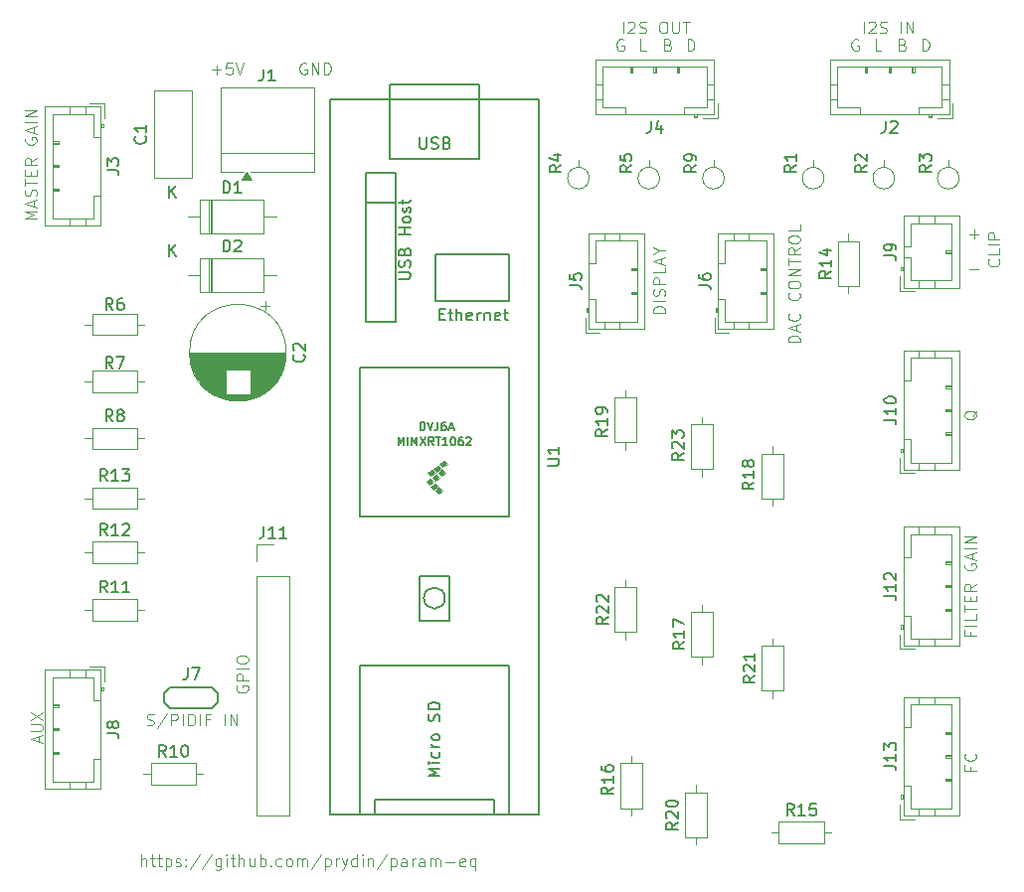
<source format=gbr>
%TF.GenerationSoftware,KiCad,Pcbnew,9.0.7*%
%TF.CreationDate,2026-01-19T21:28:55-05:00*%
%TF.ProjectId,param-eq,70617261-6d2d-4657-912e-6b696361645f,rev?*%
%TF.SameCoordinates,Original*%
%TF.FileFunction,Legend,Top*%
%TF.FilePolarity,Positive*%
%FSLAX46Y46*%
G04 Gerber Fmt 4.6, Leading zero omitted, Abs format (unit mm)*
G04 Created by KiCad (PCBNEW 9.0.7) date 2026-01-19 21:28:55*
%MOMM*%
%LPD*%
G01*
G04 APERTURE LIST*
%ADD10C,0.100000*%
%ADD11C,0.150000*%
%ADD12C,0.120000*%
G04 APERTURE END LIST*
D10*
X179277180Y-65624687D02*
X179324800Y-65672306D01*
X179324800Y-65672306D02*
X179372419Y-65815163D01*
X179372419Y-65815163D02*
X179372419Y-65910401D01*
X179372419Y-65910401D02*
X179324800Y-66053258D01*
X179324800Y-66053258D02*
X179229561Y-66148496D01*
X179229561Y-66148496D02*
X179134323Y-66196115D01*
X179134323Y-66196115D02*
X178943847Y-66243734D01*
X178943847Y-66243734D02*
X178800990Y-66243734D01*
X178800990Y-66243734D02*
X178610514Y-66196115D01*
X178610514Y-66196115D02*
X178515276Y-66148496D01*
X178515276Y-66148496D02*
X178420038Y-66053258D01*
X178420038Y-66053258D02*
X178372419Y-65910401D01*
X178372419Y-65910401D02*
X178372419Y-65815163D01*
X178372419Y-65815163D02*
X178420038Y-65672306D01*
X178420038Y-65672306D02*
X178467657Y-65624687D01*
X179372419Y-64719925D02*
X179372419Y-65196115D01*
X179372419Y-65196115D02*
X178372419Y-65196115D01*
X179372419Y-64386591D02*
X178372419Y-64386591D01*
X179372419Y-63910401D02*
X178372419Y-63910401D01*
X178372419Y-63910401D02*
X178372419Y-63529449D01*
X178372419Y-63529449D02*
X178420038Y-63434211D01*
X178420038Y-63434211D02*
X178467657Y-63386592D01*
X178467657Y-63386592D02*
X178562895Y-63338973D01*
X178562895Y-63338973D02*
X178705752Y-63338973D01*
X178705752Y-63338973D02*
X178800990Y-63386592D01*
X178800990Y-63386592D02*
X178848609Y-63434211D01*
X178848609Y-63434211D02*
X178896228Y-63529449D01*
X178896228Y-63529449D02*
X178896228Y-63910401D01*
X97372419Y-62196115D02*
X96372419Y-62196115D01*
X96372419Y-62196115D02*
X97086704Y-61862782D01*
X97086704Y-61862782D02*
X96372419Y-61529449D01*
X96372419Y-61529449D02*
X97372419Y-61529449D01*
X97086704Y-61100877D02*
X97086704Y-60624687D01*
X97372419Y-61196115D02*
X96372419Y-60862782D01*
X96372419Y-60862782D02*
X97372419Y-60529449D01*
X97324800Y-60243734D02*
X97372419Y-60100877D01*
X97372419Y-60100877D02*
X97372419Y-59862782D01*
X97372419Y-59862782D02*
X97324800Y-59767544D01*
X97324800Y-59767544D02*
X97277180Y-59719925D01*
X97277180Y-59719925D02*
X97181942Y-59672306D01*
X97181942Y-59672306D02*
X97086704Y-59672306D01*
X97086704Y-59672306D02*
X96991466Y-59719925D01*
X96991466Y-59719925D02*
X96943847Y-59767544D01*
X96943847Y-59767544D02*
X96896228Y-59862782D01*
X96896228Y-59862782D02*
X96848609Y-60053258D01*
X96848609Y-60053258D02*
X96800990Y-60148496D01*
X96800990Y-60148496D02*
X96753371Y-60196115D01*
X96753371Y-60196115D02*
X96658133Y-60243734D01*
X96658133Y-60243734D02*
X96562895Y-60243734D01*
X96562895Y-60243734D02*
X96467657Y-60196115D01*
X96467657Y-60196115D02*
X96420038Y-60148496D01*
X96420038Y-60148496D02*
X96372419Y-60053258D01*
X96372419Y-60053258D02*
X96372419Y-59815163D01*
X96372419Y-59815163D02*
X96420038Y-59672306D01*
X96372419Y-59386591D02*
X96372419Y-58815163D01*
X97372419Y-59100877D02*
X96372419Y-59100877D01*
X96848609Y-58481829D02*
X96848609Y-58148496D01*
X97372419Y-58005639D02*
X97372419Y-58481829D01*
X97372419Y-58481829D02*
X96372419Y-58481829D01*
X96372419Y-58481829D02*
X96372419Y-58005639D01*
X97372419Y-57005639D02*
X96896228Y-57338972D01*
X97372419Y-57577067D02*
X96372419Y-57577067D01*
X96372419Y-57577067D02*
X96372419Y-57196115D01*
X96372419Y-57196115D02*
X96420038Y-57100877D01*
X96420038Y-57100877D02*
X96467657Y-57053258D01*
X96467657Y-57053258D02*
X96562895Y-57005639D01*
X96562895Y-57005639D02*
X96705752Y-57005639D01*
X96705752Y-57005639D02*
X96800990Y-57053258D01*
X96800990Y-57053258D02*
X96848609Y-57100877D01*
X96848609Y-57100877D02*
X96896228Y-57196115D01*
X96896228Y-57196115D02*
X96896228Y-57577067D01*
X96420038Y-55291353D02*
X96372419Y-55386591D01*
X96372419Y-55386591D02*
X96372419Y-55529448D01*
X96372419Y-55529448D02*
X96420038Y-55672305D01*
X96420038Y-55672305D02*
X96515276Y-55767543D01*
X96515276Y-55767543D02*
X96610514Y-55815162D01*
X96610514Y-55815162D02*
X96800990Y-55862781D01*
X96800990Y-55862781D02*
X96943847Y-55862781D01*
X96943847Y-55862781D02*
X97134323Y-55815162D01*
X97134323Y-55815162D02*
X97229561Y-55767543D01*
X97229561Y-55767543D02*
X97324800Y-55672305D01*
X97324800Y-55672305D02*
X97372419Y-55529448D01*
X97372419Y-55529448D02*
X97372419Y-55434210D01*
X97372419Y-55434210D02*
X97324800Y-55291353D01*
X97324800Y-55291353D02*
X97277180Y-55243734D01*
X97277180Y-55243734D02*
X96943847Y-55243734D01*
X96943847Y-55243734D02*
X96943847Y-55434210D01*
X97086704Y-54862781D02*
X97086704Y-54386591D01*
X97372419Y-54958019D02*
X96372419Y-54624686D01*
X96372419Y-54624686D02*
X97372419Y-54291353D01*
X97372419Y-53958019D02*
X96372419Y-53958019D01*
X97372419Y-53481829D02*
X96372419Y-53481829D01*
X96372419Y-53481829D02*
X97372419Y-52910401D01*
X97372419Y-52910401D02*
X96372419Y-52910401D01*
X169280074Y-47872419D02*
X168803884Y-47872419D01*
X168803884Y-47872419D02*
X168803884Y-46872419D01*
X149280074Y-47872419D02*
X148803884Y-47872419D01*
X148803884Y-47872419D02*
X148803884Y-46872419D01*
X120327693Y-48920038D02*
X120232455Y-48872419D01*
X120232455Y-48872419D02*
X120089598Y-48872419D01*
X120089598Y-48872419D02*
X119946741Y-48920038D01*
X119946741Y-48920038D02*
X119851503Y-49015276D01*
X119851503Y-49015276D02*
X119803884Y-49110514D01*
X119803884Y-49110514D02*
X119756265Y-49300990D01*
X119756265Y-49300990D02*
X119756265Y-49443847D01*
X119756265Y-49443847D02*
X119803884Y-49634323D01*
X119803884Y-49634323D02*
X119851503Y-49729561D01*
X119851503Y-49729561D02*
X119946741Y-49824800D01*
X119946741Y-49824800D02*
X120089598Y-49872419D01*
X120089598Y-49872419D02*
X120184836Y-49872419D01*
X120184836Y-49872419D02*
X120327693Y-49824800D01*
X120327693Y-49824800D02*
X120375312Y-49777180D01*
X120375312Y-49777180D02*
X120375312Y-49443847D01*
X120375312Y-49443847D02*
X120184836Y-49443847D01*
X120803884Y-49872419D02*
X120803884Y-48872419D01*
X120803884Y-48872419D02*
X121375312Y-49872419D01*
X121375312Y-49872419D02*
X121375312Y-48872419D01*
X121851503Y-49872419D02*
X121851503Y-48872419D01*
X121851503Y-48872419D02*
X122089598Y-48872419D01*
X122089598Y-48872419D02*
X122232455Y-48920038D01*
X122232455Y-48920038D02*
X122327693Y-49015276D01*
X122327693Y-49015276D02*
X122375312Y-49110514D01*
X122375312Y-49110514D02*
X122422931Y-49300990D01*
X122422931Y-49300990D02*
X122422931Y-49443847D01*
X122422931Y-49443847D02*
X122375312Y-49634323D01*
X122375312Y-49634323D02*
X122327693Y-49729561D01*
X122327693Y-49729561D02*
X122232455Y-49824800D01*
X122232455Y-49824800D02*
X122089598Y-49872419D01*
X122089598Y-49872419D02*
X121851503Y-49872419D01*
X151137217Y-47348609D02*
X151280074Y-47396228D01*
X151280074Y-47396228D02*
X151327693Y-47443847D01*
X151327693Y-47443847D02*
X151375312Y-47539085D01*
X151375312Y-47539085D02*
X151375312Y-47681942D01*
X151375312Y-47681942D02*
X151327693Y-47777180D01*
X151327693Y-47777180D02*
X151280074Y-47824800D01*
X151280074Y-47824800D02*
X151184836Y-47872419D01*
X151184836Y-47872419D02*
X150803884Y-47872419D01*
X150803884Y-47872419D02*
X150803884Y-46872419D01*
X150803884Y-46872419D02*
X151137217Y-46872419D01*
X151137217Y-46872419D02*
X151232455Y-46920038D01*
X151232455Y-46920038D02*
X151280074Y-46967657D01*
X151280074Y-46967657D02*
X151327693Y-47062895D01*
X151327693Y-47062895D02*
X151327693Y-47158133D01*
X151327693Y-47158133D02*
X151280074Y-47253371D01*
X151280074Y-47253371D02*
X151232455Y-47300990D01*
X151232455Y-47300990D02*
X151137217Y-47348609D01*
X151137217Y-47348609D02*
X150803884Y-47348609D01*
X171137217Y-47348609D02*
X171280074Y-47396228D01*
X171280074Y-47396228D02*
X171327693Y-47443847D01*
X171327693Y-47443847D02*
X171375312Y-47539085D01*
X171375312Y-47539085D02*
X171375312Y-47681942D01*
X171375312Y-47681942D02*
X171327693Y-47777180D01*
X171327693Y-47777180D02*
X171280074Y-47824800D01*
X171280074Y-47824800D02*
X171184836Y-47872419D01*
X171184836Y-47872419D02*
X170803884Y-47872419D01*
X170803884Y-47872419D02*
X170803884Y-46872419D01*
X170803884Y-46872419D02*
X171137217Y-46872419D01*
X171137217Y-46872419D02*
X171232455Y-46920038D01*
X171232455Y-46920038D02*
X171280074Y-46967657D01*
X171280074Y-46967657D02*
X171327693Y-47062895D01*
X171327693Y-47062895D02*
X171327693Y-47158133D01*
X171327693Y-47158133D02*
X171280074Y-47253371D01*
X171280074Y-47253371D02*
X171232455Y-47300990D01*
X171232455Y-47300990D02*
X171137217Y-47348609D01*
X171137217Y-47348609D02*
X170803884Y-47348609D01*
X176803884Y-66491466D02*
X177565789Y-66491466D01*
X172803884Y-47872419D02*
X172803884Y-46872419D01*
X172803884Y-46872419D02*
X173041979Y-46872419D01*
X173041979Y-46872419D02*
X173184836Y-46920038D01*
X173184836Y-46920038D02*
X173280074Y-47015276D01*
X173280074Y-47015276D02*
X173327693Y-47110514D01*
X173327693Y-47110514D02*
X173375312Y-47300990D01*
X173375312Y-47300990D02*
X173375312Y-47443847D01*
X173375312Y-47443847D02*
X173327693Y-47634323D01*
X173327693Y-47634323D02*
X173280074Y-47729561D01*
X173280074Y-47729561D02*
X173184836Y-47824800D01*
X173184836Y-47824800D02*
X173041979Y-47872419D01*
X173041979Y-47872419D02*
X172803884Y-47872419D01*
X106303884Y-117372419D02*
X106303884Y-116372419D01*
X106732455Y-117372419D02*
X106732455Y-116848609D01*
X106732455Y-116848609D02*
X106684836Y-116753371D01*
X106684836Y-116753371D02*
X106589598Y-116705752D01*
X106589598Y-116705752D02*
X106446741Y-116705752D01*
X106446741Y-116705752D02*
X106351503Y-116753371D01*
X106351503Y-116753371D02*
X106303884Y-116800990D01*
X107065789Y-116705752D02*
X107446741Y-116705752D01*
X107208646Y-116372419D02*
X107208646Y-117229561D01*
X107208646Y-117229561D02*
X107256265Y-117324800D01*
X107256265Y-117324800D02*
X107351503Y-117372419D01*
X107351503Y-117372419D02*
X107446741Y-117372419D01*
X107637218Y-116705752D02*
X108018170Y-116705752D01*
X107780075Y-116372419D02*
X107780075Y-117229561D01*
X107780075Y-117229561D02*
X107827694Y-117324800D01*
X107827694Y-117324800D02*
X107922932Y-117372419D01*
X107922932Y-117372419D02*
X108018170Y-117372419D01*
X108351504Y-116705752D02*
X108351504Y-117705752D01*
X108351504Y-116753371D02*
X108446742Y-116705752D01*
X108446742Y-116705752D02*
X108637218Y-116705752D01*
X108637218Y-116705752D02*
X108732456Y-116753371D01*
X108732456Y-116753371D02*
X108780075Y-116800990D01*
X108780075Y-116800990D02*
X108827694Y-116896228D01*
X108827694Y-116896228D02*
X108827694Y-117181942D01*
X108827694Y-117181942D02*
X108780075Y-117277180D01*
X108780075Y-117277180D02*
X108732456Y-117324800D01*
X108732456Y-117324800D02*
X108637218Y-117372419D01*
X108637218Y-117372419D02*
X108446742Y-117372419D01*
X108446742Y-117372419D02*
X108351504Y-117324800D01*
X109208647Y-117324800D02*
X109303885Y-117372419D01*
X109303885Y-117372419D02*
X109494361Y-117372419D01*
X109494361Y-117372419D02*
X109589599Y-117324800D01*
X109589599Y-117324800D02*
X109637218Y-117229561D01*
X109637218Y-117229561D02*
X109637218Y-117181942D01*
X109637218Y-117181942D02*
X109589599Y-117086704D01*
X109589599Y-117086704D02*
X109494361Y-117039085D01*
X109494361Y-117039085D02*
X109351504Y-117039085D01*
X109351504Y-117039085D02*
X109256266Y-116991466D01*
X109256266Y-116991466D02*
X109208647Y-116896228D01*
X109208647Y-116896228D02*
X109208647Y-116848609D01*
X109208647Y-116848609D02*
X109256266Y-116753371D01*
X109256266Y-116753371D02*
X109351504Y-116705752D01*
X109351504Y-116705752D02*
X109494361Y-116705752D01*
X109494361Y-116705752D02*
X109589599Y-116753371D01*
X110065790Y-117277180D02*
X110113409Y-117324800D01*
X110113409Y-117324800D02*
X110065790Y-117372419D01*
X110065790Y-117372419D02*
X110018171Y-117324800D01*
X110018171Y-117324800D02*
X110065790Y-117277180D01*
X110065790Y-117277180D02*
X110065790Y-117372419D01*
X110065790Y-116753371D02*
X110113409Y-116800990D01*
X110113409Y-116800990D02*
X110065790Y-116848609D01*
X110065790Y-116848609D02*
X110018171Y-116800990D01*
X110018171Y-116800990D02*
X110065790Y-116753371D01*
X110065790Y-116753371D02*
X110065790Y-116848609D01*
X111256265Y-116324800D02*
X110399123Y-117610514D01*
X112303884Y-116324800D02*
X111446742Y-117610514D01*
X113065789Y-116705752D02*
X113065789Y-117515276D01*
X113065789Y-117515276D02*
X113018170Y-117610514D01*
X113018170Y-117610514D02*
X112970551Y-117658133D01*
X112970551Y-117658133D02*
X112875313Y-117705752D01*
X112875313Y-117705752D02*
X112732456Y-117705752D01*
X112732456Y-117705752D02*
X112637218Y-117658133D01*
X113065789Y-117324800D02*
X112970551Y-117372419D01*
X112970551Y-117372419D02*
X112780075Y-117372419D01*
X112780075Y-117372419D02*
X112684837Y-117324800D01*
X112684837Y-117324800D02*
X112637218Y-117277180D01*
X112637218Y-117277180D02*
X112589599Y-117181942D01*
X112589599Y-117181942D02*
X112589599Y-116896228D01*
X112589599Y-116896228D02*
X112637218Y-116800990D01*
X112637218Y-116800990D02*
X112684837Y-116753371D01*
X112684837Y-116753371D02*
X112780075Y-116705752D01*
X112780075Y-116705752D02*
X112970551Y-116705752D01*
X112970551Y-116705752D02*
X113065789Y-116753371D01*
X113541980Y-117372419D02*
X113541980Y-116705752D01*
X113541980Y-116372419D02*
X113494361Y-116420038D01*
X113494361Y-116420038D02*
X113541980Y-116467657D01*
X113541980Y-116467657D02*
X113589599Y-116420038D01*
X113589599Y-116420038D02*
X113541980Y-116372419D01*
X113541980Y-116372419D02*
X113541980Y-116467657D01*
X113875313Y-116705752D02*
X114256265Y-116705752D01*
X114018170Y-116372419D02*
X114018170Y-117229561D01*
X114018170Y-117229561D02*
X114065789Y-117324800D01*
X114065789Y-117324800D02*
X114161027Y-117372419D01*
X114161027Y-117372419D02*
X114256265Y-117372419D01*
X114589599Y-117372419D02*
X114589599Y-116372419D01*
X115018170Y-117372419D02*
X115018170Y-116848609D01*
X115018170Y-116848609D02*
X114970551Y-116753371D01*
X114970551Y-116753371D02*
X114875313Y-116705752D01*
X114875313Y-116705752D02*
X114732456Y-116705752D01*
X114732456Y-116705752D02*
X114637218Y-116753371D01*
X114637218Y-116753371D02*
X114589599Y-116800990D01*
X115922932Y-116705752D02*
X115922932Y-117372419D01*
X115494361Y-116705752D02*
X115494361Y-117229561D01*
X115494361Y-117229561D02*
X115541980Y-117324800D01*
X115541980Y-117324800D02*
X115637218Y-117372419D01*
X115637218Y-117372419D02*
X115780075Y-117372419D01*
X115780075Y-117372419D02*
X115875313Y-117324800D01*
X115875313Y-117324800D02*
X115922932Y-117277180D01*
X116399123Y-117372419D02*
X116399123Y-116372419D01*
X116399123Y-116753371D02*
X116494361Y-116705752D01*
X116494361Y-116705752D02*
X116684837Y-116705752D01*
X116684837Y-116705752D02*
X116780075Y-116753371D01*
X116780075Y-116753371D02*
X116827694Y-116800990D01*
X116827694Y-116800990D02*
X116875313Y-116896228D01*
X116875313Y-116896228D02*
X116875313Y-117181942D01*
X116875313Y-117181942D02*
X116827694Y-117277180D01*
X116827694Y-117277180D02*
X116780075Y-117324800D01*
X116780075Y-117324800D02*
X116684837Y-117372419D01*
X116684837Y-117372419D02*
X116494361Y-117372419D01*
X116494361Y-117372419D02*
X116399123Y-117324800D01*
X117303885Y-117277180D02*
X117351504Y-117324800D01*
X117351504Y-117324800D02*
X117303885Y-117372419D01*
X117303885Y-117372419D02*
X117256266Y-117324800D01*
X117256266Y-117324800D02*
X117303885Y-117277180D01*
X117303885Y-117277180D02*
X117303885Y-117372419D01*
X118208646Y-117324800D02*
X118113408Y-117372419D01*
X118113408Y-117372419D02*
X117922932Y-117372419D01*
X117922932Y-117372419D02*
X117827694Y-117324800D01*
X117827694Y-117324800D02*
X117780075Y-117277180D01*
X117780075Y-117277180D02*
X117732456Y-117181942D01*
X117732456Y-117181942D02*
X117732456Y-116896228D01*
X117732456Y-116896228D02*
X117780075Y-116800990D01*
X117780075Y-116800990D02*
X117827694Y-116753371D01*
X117827694Y-116753371D02*
X117922932Y-116705752D01*
X117922932Y-116705752D02*
X118113408Y-116705752D01*
X118113408Y-116705752D02*
X118208646Y-116753371D01*
X118780075Y-117372419D02*
X118684837Y-117324800D01*
X118684837Y-117324800D02*
X118637218Y-117277180D01*
X118637218Y-117277180D02*
X118589599Y-117181942D01*
X118589599Y-117181942D02*
X118589599Y-116896228D01*
X118589599Y-116896228D02*
X118637218Y-116800990D01*
X118637218Y-116800990D02*
X118684837Y-116753371D01*
X118684837Y-116753371D02*
X118780075Y-116705752D01*
X118780075Y-116705752D02*
X118922932Y-116705752D01*
X118922932Y-116705752D02*
X119018170Y-116753371D01*
X119018170Y-116753371D02*
X119065789Y-116800990D01*
X119065789Y-116800990D02*
X119113408Y-116896228D01*
X119113408Y-116896228D02*
X119113408Y-117181942D01*
X119113408Y-117181942D02*
X119065789Y-117277180D01*
X119065789Y-117277180D02*
X119018170Y-117324800D01*
X119018170Y-117324800D02*
X118922932Y-117372419D01*
X118922932Y-117372419D02*
X118780075Y-117372419D01*
X119541980Y-117372419D02*
X119541980Y-116705752D01*
X119541980Y-116800990D02*
X119589599Y-116753371D01*
X119589599Y-116753371D02*
X119684837Y-116705752D01*
X119684837Y-116705752D02*
X119827694Y-116705752D01*
X119827694Y-116705752D02*
X119922932Y-116753371D01*
X119922932Y-116753371D02*
X119970551Y-116848609D01*
X119970551Y-116848609D02*
X119970551Y-117372419D01*
X119970551Y-116848609D02*
X120018170Y-116753371D01*
X120018170Y-116753371D02*
X120113408Y-116705752D01*
X120113408Y-116705752D02*
X120256265Y-116705752D01*
X120256265Y-116705752D02*
X120351504Y-116753371D01*
X120351504Y-116753371D02*
X120399123Y-116848609D01*
X120399123Y-116848609D02*
X120399123Y-117372419D01*
X121589598Y-116324800D02*
X120732456Y-117610514D01*
X121922932Y-116705752D02*
X121922932Y-117705752D01*
X121922932Y-116753371D02*
X122018170Y-116705752D01*
X122018170Y-116705752D02*
X122208646Y-116705752D01*
X122208646Y-116705752D02*
X122303884Y-116753371D01*
X122303884Y-116753371D02*
X122351503Y-116800990D01*
X122351503Y-116800990D02*
X122399122Y-116896228D01*
X122399122Y-116896228D02*
X122399122Y-117181942D01*
X122399122Y-117181942D02*
X122351503Y-117277180D01*
X122351503Y-117277180D02*
X122303884Y-117324800D01*
X122303884Y-117324800D02*
X122208646Y-117372419D01*
X122208646Y-117372419D02*
X122018170Y-117372419D01*
X122018170Y-117372419D02*
X121922932Y-117324800D01*
X122827694Y-117372419D02*
X122827694Y-116705752D01*
X122827694Y-116896228D02*
X122875313Y-116800990D01*
X122875313Y-116800990D02*
X122922932Y-116753371D01*
X122922932Y-116753371D02*
X123018170Y-116705752D01*
X123018170Y-116705752D02*
X123113408Y-116705752D01*
X123351504Y-116705752D02*
X123589599Y-117372419D01*
X123827694Y-116705752D02*
X123589599Y-117372419D01*
X123589599Y-117372419D02*
X123494361Y-117610514D01*
X123494361Y-117610514D02*
X123446742Y-117658133D01*
X123446742Y-117658133D02*
X123351504Y-117705752D01*
X124637218Y-117372419D02*
X124637218Y-116372419D01*
X124637218Y-117324800D02*
X124541980Y-117372419D01*
X124541980Y-117372419D02*
X124351504Y-117372419D01*
X124351504Y-117372419D02*
X124256266Y-117324800D01*
X124256266Y-117324800D02*
X124208647Y-117277180D01*
X124208647Y-117277180D02*
X124161028Y-117181942D01*
X124161028Y-117181942D02*
X124161028Y-116896228D01*
X124161028Y-116896228D02*
X124208647Y-116800990D01*
X124208647Y-116800990D02*
X124256266Y-116753371D01*
X124256266Y-116753371D02*
X124351504Y-116705752D01*
X124351504Y-116705752D02*
X124541980Y-116705752D01*
X124541980Y-116705752D02*
X124637218Y-116753371D01*
X125113409Y-117372419D02*
X125113409Y-116705752D01*
X125113409Y-116372419D02*
X125065790Y-116420038D01*
X125065790Y-116420038D02*
X125113409Y-116467657D01*
X125113409Y-116467657D02*
X125161028Y-116420038D01*
X125161028Y-116420038D02*
X125113409Y-116372419D01*
X125113409Y-116372419D02*
X125113409Y-116467657D01*
X125589599Y-116705752D02*
X125589599Y-117372419D01*
X125589599Y-116800990D02*
X125637218Y-116753371D01*
X125637218Y-116753371D02*
X125732456Y-116705752D01*
X125732456Y-116705752D02*
X125875313Y-116705752D01*
X125875313Y-116705752D02*
X125970551Y-116753371D01*
X125970551Y-116753371D02*
X126018170Y-116848609D01*
X126018170Y-116848609D02*
X126018170Y-117372419D01*
X127208646Y-116324800D02*
X126351504Y-117610514D01*
X127541980Y-116705752D02*
X127541980Y-117705752D01*
X127541980Y-116753371D02*
X127637218Y-116705752D01*
X127637218Y-116705752D02*
X127827694Y-116705752D01*
X127827694Y-116705752D02*
X127922932Y-116753371D01*
X127922932Y-116753371D02*
X127970551Y-116800990D01*
X127970551Y-116800990D02*
X128018170Y-116896228D01*
X128018170Y-116896228D02*
X128018170Y-117181942D01*
X128018170Y-117181942D02*
X127970551Y-117277180D01*
X127970551Y-117277180D02*
X127922932Y-117324800D01*
X127922932Y-117324800D02*
X127827694Y-117372419D01*
X127827694Y-117372419D02*
X127637218Y-117372419D01*
X127637218Y-117372419D02*
X127541980Y-117324800D01*
X128875313Y-117372419D02*
X128875313Y-116848609D01*
X128875313Y-116848609D02*
X128827694Y-116753371D01*
X128827694Y-116753371D02*
X128732456Y-116705752D01*
X128732456Y-116705752D02*
X128541980Y-116705752D01*
X128541980Y-116705752D02*
X128446742Y-116753371D01*
X128875313Y-117324800D02*
X128780075Y-117372419D01*
X128780075Y-117372419D02*
X128541980Y-117372419D01*
X128541980Y-117372419D02*
X128446742Y-117324800D01*
X128446742Y-117324800D02*
X128399123Y-117229561D01*
X128399123Y-117229561D02*
X128399123Y-117134323D01*
X128399123Y-117134323D02*
X128446742Y-117039085D01*
X128446742Y-117039085D02*
X128541980Y-116991466D01*
X128541980Y-116991466D02*
X128780075Y-116991466D01*
X128780075Y-116991466D02*
X128875313Y-116943847D01*
X129351504Y-117372419D02*
X129351504Y-116705752D01*
X129351504Y-116896228D02*
X129399123Y-116800990D01*
X129399123Y-116800990D02*
X129446742Y-116753371D01*
X129446742Y-116753371D02*
X129541980Y-116705752D01*
X129541980Y-116705752D02*
X129637218Y-116705752D01*
X130399123Y-117372419D02*
X130399123Y-116848609D01*
X130399123Y-116848609D02*
X130351504Y-116753371D01*
X130351504Y-116753371D02*
X130256266Y-116705752D01*
X130256266Y-116705752D02*
X130065790Y-116705752D01*
X130065790Y-116705752D02*
X129970552Y-116753371D01*
X130399123Y-117324800D02*
X130303885Y-117372419D01*
X130303885Y-117372419D02*
X130065790Y-117372419D01*
X130065790Y-117372419D02*
X129970552Y-117324800D01*
X129970552Y-117324800D02*
X129922933Y-117229561D01*
X129922933Y-117229561D02*
X129922933Y-117134323D01*
X129922933Y-117134323D02*
X129970552Y-117039085D01*
X129970552Y-117039085D02*
X130065790Y-116991466D01*
X130065790Y-116991466D02*
X130303885Y-116991466D01*
X130303885Y-116991466D02*
X130399123Y-116943847D01*
X130875314Y-117372419D02*
X130875314Y-116705752D01*
X130875314Y-116800990D02*
X130922933Y-116753371D01*
X130922933Y-116753371D02*
X131018171Y-116705752D01*
X131018171Y-116705752D02*
X131161028Y-116705752D01*
X131161028Y-116705752D02*
X131256266Y-116753371D01*
X131256266Y-116753371D02*
X131303885Y-116848609D01*
X131303885Y-116848609D02*
X131303885Y-117372419D01*
X131303885Y-116848609D02*
X131351504Y-116753371D01*
X131351504Y-116753371D02*
X131446742Y-116705752D01*
X131446742Y-116705752D02*
X131589599Y-116705752D01*
X131589599Y-116705752D02*
X131684838Y-116753371D01*
X131684838Y-116753371D02*
X131732457Y-116848609D01*
X131732457Y-116848609D02*
X131732457Y-117372419D01*
X132208647Y-116991466D02*
X132970552Y-116991466D01*
X133827694Y-117324800D02*
X133732456Y-117372419D01*
X133732456Y-117372419D02*
X133541980Y-117372419D01*
X133541980Y-117372419D02*
X133446742Y-117324800D01*
X133446742Y-117324800D02*
X133399123Y-117229561D01*
X133399123Y-117229561D02*
X133399123Y-116848609D01*
X133399123Y-116848609D02*
X133446742Y-116753371D01*
X133446742Y-116753371D02*
X133541980Y-116705752D01*
X133541980Y-116705752D02*
X133732456Y-116705752D01*
X133732456Y-116705752D02*
X133827694Y-116753371D01*
X133827694Y-116753371D02*
X133875313Y-116848609D01*
X133875313Y-116848609D02*
X133875313Y-116943847D01*
X133875313Y-116943847D02*
X133399123Y-117039085D01*
X134732456Y-116705752D02*
X134732456Y-117705752D01*
X134732456Y-117324800D02*
X134637218Y-117372419D01*
X134637218Y-117372419D02*
X134446742Y-117372419D01*
X134446742Y-117372419D02*
X134351504Y-117324800D01*
X134351504Y-117324800D02*
X134303885Y-117277180D01*
X134303885Y-117277180D02*
X134256266Y-117181942D01*
X134256266Y-117181942D02*
X134256266Y-116896228D01*
X134256266Y-116896228D02*
X134303885Y-116800990D01*
X134303885Y-116800990D02*
X134351504Y-116753371D01*
X134351504Y-116753371D02*
X134446742Y-116705752D01*
X134446742Y-116705752D02*
X134637218Y-116705752D01*
X134637218Y-116705752D02*
X134732456Y-116753371D01*
X167803884Y-46372419D02*
X167803884Y-45372419D01*
X168232455Y-45467657D02*
X168280074Y-45420038D01*
X168280074Y-45420038D02*
X168375312Y-45372419D01*
X168375312Y-45372419D02*
X168613407Y-45372419D01*
X168613407Y-45372419D02*
X168708645Y-45420038D01*
X168708645Y-45420038D02*
X168756264Y-45467657D01*
X168756264Y-45467657D02*
X168803883Y-45562895D01*
X168803883Y-45562895D02*
X168803883Y-45658133D01*
X168803883Y-45658133D02*
X168756264Y-45800990D01*
X168756264Y-45800990D02*
X168184836Y-46372419D01*
X168184836Y-46372419D02*
X168803883Y-46372419D01*
X169184836Y-46324800D02*
X169327693Y-46372419D01*
X169327693Y-46372419D02*
X169565788Y-46372419D01*
X169565788Y-46372419D02*
X169661026Y-46324800D01*
X169661026Y-46324800D02*
X169708645Y-46277180D01*
X169708645Y-46277180D02*
X169756264Y-46181942D01*
X169756264Y-46181942D02*
X169756264Y-46086704D01*
X169756264Y-46086704D02*
X169708645Y-45991466D01*
X169708645Y-45991466D02*
X169661026Y-45943847D01*
X169661026Y-45943847D02*
X169565788Y-45896228D01*
X169565788Y-45896228D02*
X169375312Y-45848609D01*
X169375312Y-45848609D02*
X169280074Y-45800990D01*
X169280074Y-45800990D02*
X169232455Y-45753371D01*
X169232455Y-45753371D02*
X169184836Y-45658133D01*
X169184836Y-45658133D02*
X169184836Y-45562895D01*
X169184836Y-45562895D02*
X169232455Y-45467657D01*
X169232455Y-45467657D02*
X169280074Y-45420038D01*
X169280074Y-45420038D02*
X169375312Y-45372419D01*
X169375312Y-45372419D02*
X169613407Y-45372419D01*
X169613407Y-45372419D02*
X169756264Y-45420038D01*
X170946741Y-46372419D02*
X170946741Y-45372419D01*
X171422931Y-46372419D02*
X171422931Y-45372419D01*
X171422931Y-45372419D02*
X171994359Y-46372419D01*
X171994359Y-46372419D02*
X171994359Y-45372419D01*
X176848609Y-97362782D02*
X176848609Y-97696115D01*
X177372419Y-97696115D02*
X176372419Y-97696115D01*
X176372419Y-97696115D02*
X176372419Y-97219925D01*
X177372419Y-96838972D02*
X176372419Y-96838972D01*
X177372419Y-95886592D02*
X177372419Y-96362782D01*
X177372419Y-96362782D02*
X176372419Y-96362782D01*
X176372419Y-95696115D02*
X176372419Y-95124687D01*
X177372419Y-95410401D02*
X176372419Y-95410401D01*
X176848609Y-94791353D02*
X176848609Y-94458020D01*
X177372419Y-94315163D02*
X177372419Y-94791353D01*
X177372419Y-94791353D02*
X176372419Y-94791353D01*
X176372419Y-94791353D02*
X176372419Y-94315163D01*
X177372419Y-93315163D02*
X176896228Y-93648496D01*
X177372419Y-93886591D02*
X176372419Y-93886591D01*
X176372419Y-93886591D02*
X176372419Y-93505639D01*
X176372419Y-93505639D02*
X176420038Y-93410401D01*
X176420038Y-93410401D02*
X176467657Y-93362782D01*
X176467657Y-93362782D02*
X176562895Y-93315163D01*
X176562895Y-93315163D02*
X176705752Y-93315163D01*
X176705752Y-93315163D02*
X176800990Y-93362782D01*
X176800990Y-93362782D02*
X176848609Y-93410401D01*
X176848609Y-93410401D02*
X176896228Y-93505639D01*
X176896228Y-93505639D02*
X176896228Y-93886591D01*
X176420038Y-91600877D02*
X176372419Y-91696115D01*
X176372419Y-91696115D02*
X176372419Y-91838972D01*
X176372419Y-91838972D02*
X176420038Y-91981829D01*
X176420038Y-91981829D02*
X176515276Y-92077067D01*
X176515276Y-92077067D02*
X176610514Y-92124686D01*
X176610514Y-92124686D02*
X176800990Y-92172305D01*
X176800990Y-92172305D02*
X176943847Y-92172305D01*
X176943847Y-92172305D02*
X177134323Y-92124686D01*
X177134323Y-92124686D02*
X177229561Y-92077067D01*
X177229561Y-92077067D02*
X177324800Y-91981829D01*
X177324800Y-91981829D02*
X177372419Y-91838972D01*
X177372419Y-91838972D02*
X177372419Y-91743734D01*
X177372419Y-91743734D02*
X177324800Y-91600877D01*
X177324800Y-91600877D02*
X177277180Y-91553258D01*
X177277180Y-91553258D02*
X176943847Y-91553258D01*
X176943847Y-91553258D02*
X176943847Y-91743734D01*
X177086704Y-91172305D02*
X177086704Y-90696115D01*
X177372419Y-91267543D02*
X176372419Y-90934210D01*
X176372419Y-90934210D02*
X177372419Y-90600877D01*
X177372419Y-90267543D02*
X176372419Y-90267543D01*
X177372419Y-89791353D02*
X176372419Y-89791353D01*
X176372419Y-89791353D02*
X177372419Y-89219925D01*
X177372419Y-89219925D02*
X176372419Y-89219925D01*
X176803884Y-63491466D02*
X177565789Y-63491466D01*
X177184836Y-63872419D02*
X177184836Y-63110514D01*
X106756265Y-105324800D02*
X106899122Y-105372419D01*
X106899122Y-105372419D02*
X107137217Y-105372419D01*
X107137217Y-105372419D02*
X107232455Y-105324800D01*
X107232455Y-105324800D02*
X107280074Y-105277180D01*
X107280074Y-105277180D02*
X107327693Y-105181942D01*
X107327693Y-105181942D02*
X107327693Y-105086704D01*
X107327693Y-105086704D02*
X107280074Y-104991466D01*
X107280074Y-104991466D02*
X107232455Y-104943847D01*
X107232455Y-104943847D02*
X107137217Y-104896228D01*
X107137217Y-104896228D02*
X106946741Y-104848609D01*
X106946741Y-104848609D02*
X106851503Y-104800990D01*
X106851503Y-104800990D02*
X106803884Y-104753371D01*
X106803884Y-104753371D02*
X106756265Y-104658133D01*
X106756265Y-104658133D02*
X106756265Y-104562895D01*
X106756265Y-104562895D02*
X106803884Y-104467657D01*
X106803884Y-104467657D02*
X106851503Y-104420038D01*
X106851503Y-104420038D02*
X106946741Y-104372419D01*
X106946741Y-104372419D02*
X107184836Y-104372419D01*
X107184836Y-104372419D02*
X107327693Y-104420038D01*
X108470550Y-104324800D02*
X107613408Y-105610514D01*
X108803884Y-105372419D02*
X108803884Y-104372419D01*
X108803884Y-104372419D02*
X109184836Y-104372419D01*
X109184836Y-104372419D02*
X109280074Y-104420038D01*
X109280074Y-104420038D02*
X109327693Y-104467657D01*
X109327693Y-104467657D02*
X109375312Y-104562895D01*
X109375312Y-104562895D02*
X109375312Y-104705752D01*
X109375312Y-104705752D02*
X109327693Y-104800990D01*
X109327693Y-104800990D02*
X109280074Y-104848609D01*
X109280074Y-104848609D02*
X109184836Y-104896228D01*
X109184836Y-104896228D02*
X108803884Y-104896228D01*
X109803884Y-105372419D02*
X109803884Y-104372419D01*
X110280074Y-105372419D02*
X110280074Y-104372419D01*
X110280074Y-104372419D02*
X110518169Y-104372419D01*
X110518169Y-104372419D02*
X110661026Y-104420038D01*
X110661026Y-104420038D02*
X110756264Y-104515276D01*
X110756264Y-104515276D02*
X110803883Y-104610514D01*
X110803883Y-104610514D02*
X110851502Y-104800990D01*
X110851502Y-104800990D02*
X110851502Y-104943847D01*
X110851502Y-104943847D02*
X110803883Y-105134323D01*
X110803883Y-105134323D02*
X110756264Y-105229561D01*
X110756264Y-105229561D02*
X110661026Y-105324800D01*
X110661026Y-105324800D02*
X110518169Y-105372419D01*
X110518169Y-105372419D02*
X110280074Y-105372419D01*
X111280074Y-105372419D02*
X111280074Y-104372419D01*
X112089597Y-104848609D02*
X111756264Y-104848609D01*
X111756264Y-105372419D02*
X111756264Y-104372419D01*
X111756264Y-104372419D02*
X112232454Y-104372419D01*
X113375312Y-105372419D02*
X113375312Y-104372419D01*
X113851502Y-105372419D02*
X113851502Y-104372419D01*
X113851502Y-104372419D02*
X114422930Y-105372419D01*
X114422930Y-105372419D02*
X114422930Y-104372419D01*
X162372419Y-72696115D02*
X161372419Y-72696115D01*
X161372419Y-72696115D02*
X161372419Y-72458020D01*
X161372419Y-72458020D02*
X161420038Y-72315163D01*
X161420038Y-72315163D02*
X161515276Y-72219925D01*
X161515276Y-72219925D02*
X161610514Y-72172306D01*
X161610514Y-72172306D02*
X161800990Y-72124687D01*
X161800990Y-72124687D02*
X161943847Y-72124687D01*
X161943847Y-72124687D02*
X162134323Y-72172306D01*
X162134323Y-72172306D02*
X162229561Y-72219925D01*
X162229561Y-72219925D02*
X162324800Y-72315163D01*
X162324800Y-72315163D02*
X162372419Y-72458020D01*
X162372419Y-72458020D02*
X162372419Y-72696115D01*
X162086704Y-71743734D02*
X162086704Y-71267544D01*
X162372419Y-71838972D02*
X161372419Y-71505639D01*
X161372419Y-71505639D02*
X162372419Y-71172306D01*
X162277180Y-70267544D02*
X162324800Y-70315163D01*
X162324800Y-70315163D02*
X162372419Y-70458020D01*
X162372419Y-70458020D02*
X162372419Y-70553258D01*
X162372419Y-70553258D02*
X162324800Y-70696115D01*
X162324800Y-70696115D02*
X162229561Y-70791353D01*
X162229561Y-70791353D02*
X162134323Y-70838972D01*
X162134323Y-70838972D02*
X161943847Y-70886591D01*
X161943847Y-70886591D02*
X161800990Y-70886591D01*
X161800990Y-70886591D02*
X161610514Y-70838972D01*
X161610514Y-70838972D02*
X161515276Y-70791353D01*
X161515276Y-70791353D02*
X161420038Y-70696115D01*
X161420038Y-70696115D02*
X161372419Y-70553258D01*
X161372419Y-70553258D02*
X161372419Y-70458020D01*
X161372419Y-70458020D02*
X161420038Y-70315163D01*
X161420038Y-70315163D02*
X161467657Y-70267544D01*
X162277180Y-68505639D02*
X162324800Y-68553258D01*
X162324800Y-68553258D02*
X162372419Y-68696115D01*
X162372419Y-68696115D02*
X162372419Y-68791353D01*
X162372419Y-68791353D02*
X162324800Y-68934210D01*
X162324800Y-68934210D02*
X162229561Y-69029448D01*
X162229561Y-69029448D02*
X162134323Y-69077067D01*
X162134323Y-69077067D02*
X161943847Y-69124686D01*
X161943847Y-69124686D02*
X161800990Y-69124686D01*
X161800990Y-69124686D02*
X161610514Y-69077067D01*
X161610514Y-69077067D02*
X161515276Y-69029448D01*
X161515276Y-69029448D02*
X161420038Y-68934210D01*
X161420038Y-68934210D02*
X161372419Y-68791353D01*
X161372419Y-68791353D02*
X161372419Y-68696115D01*
X161372419Y-68696115D02*
X161420038Y-68553258D01*
X161420038Y-68553258D02*
X161467657Y-68505639D01*
X161372419Y-67886591D02*
X161372419Y-67696115D01*
X161372419Y-67696115D02*
X161420038Y-67600877D01*
X161420038Y-67600877D02*
X161515276Y-67505639D01*
X161515276Y-67505639D02*
X161705752Y-67458020D01*
X161705752Y-67458020D02*
X162039085Y-67458020D01*
X162039085Y-67458020D02*
X162229561Y-67505639D01*
X162229561Y-67505639D02*
X162324800Y-67600877D01*
X162324800Y-67600877D02*
X162372419Y-67696115D01*
X162372419Y-67696115D02*
X162372419Y-67886591D01*
X162372419Y-67886591D02*
X162324800Y-67981829D01*
X162324800Y-67981829D02*
X162229561Y-68077067D01*
X162229561Y-68077067D02*
X162039085Y-68124686D01*
X162039085Y-68124686D02*
X161705752Y-68124686D01*
X161705752Y-68124686D02*
X161515276Y-68077067D01*
X161515276Y-68077067D02*
X161420038Y-67981829D01*
X161420038Y-67981829D02*
X161372419Y-67886591D01*
X162372419Y-67029448D02*
X161372419Y-67029448D01*
X161372419Y-67029448D02*
X162372419Y-66458020D01*
X162372419Y-66458020D02*
X161372419Y-66458020D01*
X161372419Y-66124686D02*
X161372419Y-65553258D01*
X162372419Y-65838972D02*
X161372419Y-65838972D01*
X162372419Y-64648496D02*
X161896228Y-64981829D01*
X162372419Y-65219924D02*
X161372419Y-65219924D01*
X161372419Y-65219924D02*
X161372419Y-64838972D01*
X161372419Y-64838972D02*
X161420038Y-64743734D01*
X161420038Y-64743734D02*
X161467657Y-64696115D01*
X161467657Y-64696115D02*
X161562895Y-64648496D01*
X161562895Y-64648496D02*
X161705752Y-64648496D01*
X161705752Y-64648496D02*
X161800990Y-64696115D01*
X161800990Y-64696115D02*
X161848609Y-64743734D01*
X161848609Y-64743734D02*
X161896228Y-64838972D01*
X161896228Y-64838972D02*
X161896228Y-65219924D01*
X161372419Y-64029448D02*
X161372419Y-63838972D01*
X161372419Y-63838972D02*
X161420038Y-63743734D01*
X161420038Y-63743734D02*
X161515276Y-63648496D01*
X161515276Y-63648496D02*
X161705752Y-63600877D01*
X161705752Y-63600877D02*
X162039085Y-63600877D01*
X162039085Y-63600877D02*
X162229561Y-63648496D01*
X162229561Y-63648496D02*
X162324800Y-63743734D01*
X162324800Y-63743734D02*
X162372419Y-63838972D01*
X162372419Y-63838972D02*
X162372419Y-64029448D01*
X162372419Y-64029448D02*
X162324800Y-64124686D01*
X162324800Y-64124686D02*
X162229561Y-64219924D01*
X162229561Y-64219924D02*
X162039085Y-64267543D01*
X162039085Y-64267543D02*
X161705752Y-64267543D01*
X161705752Y-64267543D02*
X161515276Y-64219924D01*
X161515276Y-64219924D02*
X161420038Y-64124686D01*
X161420038Y-64124686D02*
X161372419Y-64029448D01*
X162372419Y-62696115D02*
X162372419Y-63172305D01*
X162372419Y-63172305D02*
X161372419Y-63172305D01*
X176848609Y-108862782D02*
X176848609Y-109196115D01*
X177372419Y-109196115D02*
X176372419Y-109196115D01*
X176372419Y-109196115D02*
X176372419Y-108719925D01*
X177277180Y-107767544D02*
X177324800Y-107815163D01*
X177324800Y-107815163D02*
X177372419Y-107958020D01*
X177372419Y-107958020D02*
X177372419Y-108053258D01*
X177372419Y-108053258D02*
X177324800Y-108196115D01*
X177324800Y-108196115D02*
X177229561Y-108291353D01*
X177229561Y-108291353D02*
X177134323Y-108338972D01*
X177134323Y-108338972D02*
X176943847Y-108386591D01*
X176943847Y-108386591D02*
X176800990Y-108386591D01*
X176800990Y-108386591D02*
X176610514Y-108338972D01*
X176610514Y-108338972D02*
X176515276Y-108291353D01*
X176515276Y-108291353D02*
X176420038Y-108196115D01*
X176420038Y-108196115D02*
X176372419Y-108053258D01*
X176372419Y-108053258D02*
X176372419Y-107958020D01*
X176372419Y-107958020D02*
X176420038Y-107815163D01*
X176420038Y-107815163D02*
X176467657Y-107767544D01*
X114420038Y-101997306D02*
X114372419Y-102092544D01*
X114372419Y-102092544D02*
X114372419Y-102235401D01*
X114372419Y-102235401D02*
X114420038Y-102378258D01*
X114420038Y-102378258D02*
X114515276Y-102473496D01*
X114515276Y-102473496D02*
X114610514Y-102521115D01*
X114610514Y-102521115D02*
X114800990Y-102568734D01*
X114800990Y-102568734D02*
X114943847Y-102568734D01*
X114943847Y-102568734D02*
X115134323Y-102521115D01*
X115134323Y-102521115D02*
X115229561Y-102473496D01*
X115229561Y-102473496D02*
X115324800Y-102378258D01*
X115324800Y-102378258D02*
X115372419Y-102235401D01*
X115372419Y-102235401D02*
X115372419Y-102140163D01*
X115372419Y-102140163D02*
X115324800Y-101997306D01*
X115324800Y-101997306D02*
X115277180Y-101949687D01*
X115277180Y-101949687D02*
X114943847Y-101949687D01*
X114943847Y-101949687D02*
X114943847Y-102140163D01*
X115372419Y-101521115D02*
X114372419Y-101521115D01*
X114372419Y-101521115D02*
X114372419Y-101140163D01*
X114372419Y-101140163D02*
X114420038Y-101044925D01*
X114420038Y-101044925D02*
X114467657Y-100997306D01*
X114467657Y-100997306D02*
X114562895Y-100949687D01*
X114562895Y-100949687D02*
X114705752Y-100949687D01*
X114705752Y-100949687D02*
X114800990Y-100997306D01*
X114800990Y-100997306D02*
X114848609Y-101044925D01*
X114848609Y-101044925D02*
X114896228Y-101140163D01*
X114896228Y-101140163D02*
X114896228Y-101521115D01*
X115372419Y-100521115D02*
X114372419Y-100521115D01*
X114372419Y-99854449D02*
X114372419Y-99663973D01*
X114372419Y-99663973D02*
X114420038Y-99568735D01*
X114420038Y-99568735D02*
X114515276Y-99473497D01*
X114515276Y-99473497D02*
X114705752Y-99425878D01*
X114705752Y-99425878D02*
X115039085Y-99425878D01*
X115039085Y-99425878D02*
X115229561Y-99473497D01*
X115229561Y-99473497D02*
X115324800Y-99568735D01*
X115324800Y-99568735D02*
X115372419Y-99663973D01*
X115372419Y-99663973D02*
X115372419Y-99854449D01*
X115372419Y-99854449D02*
X115324800Y-99949687D01*
X115324800Y-99949687D02*
X115229561Y-100044925D01*
X115229561Y-100044925D02*
X115039085Y-100092544D01*
X115039085Y-100092544D02*
X114705752Y-100092544D01*
X114705752Y-100092544D02*
X114515276Y-100044925D01*
X114515276Y-100044925D02*
X114420038Y-99949687D01*
X114420038Y-99949687D02*
X114372419Y-99854449D01*
X97586704Y-106743734D02*
X97586704Y-106267544D01*
X97872419Y-106838972D02*
X96872419Y-106505639D01*
X96872419Y-106505639D02*
X97872419Y-106172306D01*
X96872419Y-105838972D02*
X97681942Y-105838972D01*
X97681942Y-105838972D02*
X97777180Y-105791353D01*
X97777180Y-105791353D02*
X97824800Y-105743734D01*
X97824800Y-105743734D02*
X97872419Y-105648496D01*
X97872419Y-105648496D02*
X97872419Y-105458020D01*
X97872419Y-105458020D02*
X97824800Y-105362782D01*
X97824800Y-105362782D02*
X97777180Y-105315163D01*
X97777180Y-105315163D02*
X97681942Y-105267544D01*
X97681942Y-105267544D02*
X96872419Y-105267544D01*
X96872419Y-104886591D02*
X97872419Y-104219925D01*
X96872419Y-104219925D02*
X97872419Y-104886591D01*
X150872419Y-70196115D02*
X149872419Y-70196115D01*
X149872419Y-70196115D02*
X149872419Y-69958020D01*
X149872419Y-69958020D02*
X149920038Y-69815163D01*
X149920038Y-69815163D02*
X150015276Y-69719925D01*
X150015276Y-69719925D02*
X150110514Y-69672306D01*
X150110514Y-69672306D02*
X150300990Y-69624687D01*
X150300990Y-69624687D02*
X150443847Y-69624687D01*
X150443847Y-69624687D02*
X150634323Y-69672306D01*
X150634323Y-69672306D02*
X150729561Y-69719925D01*
X150729561Y-69719925D02*
X150824800Y-69815163D01*
X150824800Y-69815163D02*
X150872419Y-69958020D01*
X150872419Y-69958020D02*
X150872419Y-70196115D01*
X150872419Y-69196115D02*
X149872419Y-69196115D01*
X150824800Y-68767544D02*
X150872419Y-68624687D01*
X150872419Y-68624687D02*
X150872419Y-68386592D01*
X150872419Y-68386592D02*
X150824800Y-68291354D01*
X150824800Y-68291354D02*
X150777180Y-68243735D01*
X150777180Y-68243735D02*
X150681942Y-68196116D01*
X150681942Y-68196116D02*
X150586704Y-68196116D01*
X150586704Y-68196116D02*
X150491466Y-68243735D01*
X150491466Y-68243735D02*
X150443847Y-68291354D01*
X150443847Y-68291354D02*
X150396228Y-68386592D01*
X150396228Y-68386592D02*
X150348609Y-68577068D01*
X150348609Y-68577068D02*
X150300990Y-68672306D01*
X150300990Y-68672306D02*
X150253371Y-68719925D01*
X150253371Y-68719925D02*
X150158133Y-68767544D01*
X150158133Y-68767544D02*
X150062895Y-68767544D01*
X150062895Y-68767544D02*
X149967657Y-68719925D01*
X149967657Y-68719925D02*
X149920038Y-68672306D01*
X149920038Y-68672306D02*
X149872419Y-68577068D01*
X149872419Y-68577068D02*
X149872419Y-68338973D01*
X149872419Y-68338973D02*
X149920038Y-68196116D01*
X150872419Y-67767544D02*
X149872419Y-67767544D01*
X149872419Y-67767544D02*
X149872419Y-67386592D01*
X149872419Y-67386592D02*
X149920038Y-67291354D01*
X149920038Y-67291354D02*
X149967657Y-67243735D01*
X149967657Y-67243735D02*
X150062895Y-67196116D01*
X150062895Y-67196116D02*
X150205752Y-67196116D01*
X150205752Y-67196116D02*
X150300990Y-67243735D01*
X150300990Y-67243735D02*
X150348609Y-67291354D01*
X150348609Y-67291354D02*
X150396228Y-67386592D01*
X150396228Y-67386592D02*
X150396228Y-67767544D01*
X150872419Y-66291354D02*
X150872419Y-66767544D01*
X150872419Y-66767544D02*
X149872419Y-66767544D01*
X150586704Y-66005639D02*
X150586704Y-65529449D01*
X150872419Y-66100877D02*
X149872419Y-65767544D01*
X149872419Y-65767544D02*
X150872419Y-65434211D01*
X150396228Y-64910401D02*
X150872419Y-64910401D01*
X149872419Y-65243734D02*
X150396228Y-64910401D01*
X150396228Y-64910401D02*
X149872419Y-64577068D01*
X147327693Y-46920038D02*
X147232455Y-46872419D01*
X147232455Y-46872419D02*
X147089598Y-46872419D01*
X147089598Y-46872419D02*
X146946741Y-46920038D01*
X146946741Y-46920038D02*
X146851503Y-47015276D01*
X146851503Y-47015276D02*
X146803884Y-47110514D01*
X146803884Y-47110514D02*
X146756265Y-47300990D01*
X146756265Y-47300990D02*
X146756265Y-47443847D01*
X146756265Y-47443847D02*
X146803884Y-47634323D01*
X146803884Y-47634323D02*
X146851503Y-47729561D01*
X146851503Y-47729561D02*
X146946741Y-47824800D01*
X146946741Y-47824800D02*
X147089598Y-47872419D01*
X147089598Y-47872419D02*
X147184836Y-47872419D01*
X147184836Y-47872419D02*
X147327693Y-47824800D01*
X147327693Y-47824800D02*
X147375312Y-47777180D01*
X147375312Y-47777180D02*
X147375312Y-47443847D01*
X147375312Y-47443847D02*
X147184836Y-47443847D01*
X177467657Y-78529449D02*
X177420038Y-78624687D01*
X177420038Y-78624687D02*
X177324800Y-78719925D01*
X177324800Y-78719925D02*
X177181942Y-78862782D01*
X177181942Y-78862782D02*
X177134323Y-78958020D01*
X177134323Y-78958020D02*
X177134323Y-79053258D01*
X177372419Y-79005639D02*
X177324800Y-79100877D01*
X177324800Y-79100877D02*
X177229561Y-79196115D01*
X177229561Y-79196115D02*
X177039085Y-79243734D01*
X177039085Y-79243734D02*
X176705752Y-79243734D01*
X176705752Y-79243734D02*
X176515276Y-79196115D01*
X176515276Y-79196115D02*
X176420038Y-79100877D01*
X176420038Y-79100877D02*
X176372419Y-79005639D01*
X176372419Y-79005639D02*
X176372419Y-78815163D01*
X176372419Y-78815163D02*
X176420038Y-78719925D01*
X176420038Y-78719925D02*
X176515276Y-78624687D01*
X176515276Y-78624687D02*
X176705752Y-78577068D01*
X176705752Y-78577068D02*
X177039085Y-78577068D01*
X177039085Y-78577068D02*
X177229561Y-78624687D01*
X177229561Y-78624687D02*
X177324800Y-78719925D01*
X177324800Y-78719925D02*
X177372419Y-78815163D01*
X177372419Y-78815163D02*
X177372419Y-79005639D01*
X147303884Y-46372419D02*
X147303884Y-45372419D01*
X147732455Y-45467657D02*
X147780074Y-45420038D01*
X147780074Y-45420038D02*
X147875312Y-45372419D01*
X147875312Y-45372419D02*
X148113407Y-45372419D01*
X148113407Y-45372419D02*
X148208645Y-45420038D01*
X148208645Y-45420038D02*
X148256264Y-45467657D01*
X148256264Y-45467657D02*
X148303883Y-45562895D01*
X148303883Y-45562895D02*
X148303883Y-45658133D01*
X148303883Y-45658133D02*
X148256264Y-45800990D01*
X148256264Y-45800990D02*
X147684836Y-46372419D01*
X147684836Y-46372419D02*
X148303883Y-46372419D01*
X148684836Y-46324800D02*
X148827693Y-46372419D01*
X148827693Y-46372419D02*
X149065788Y-46372419D01*
X149065788Y-46372419D02*
X149161026Y-46324800D01*
X149161026Y-46324800D02*
X149208645Y-46277180D01*
X149208645Y-46277180D02*
X149256264Y-46181942D01*
X149256264Y-46181942D02*
X149256264Y-46086704D01*
X149256264Y-46086704D02*
X149208645Y-45991466D01*
X149208645Y-45991466D02*
X149161026Y-45943847D01*
X149161026Y-45943847D02*
X149065788Y-45896228D01*
X149065788Y-45896228D02*
X148875312Y-45848609D01*
X148875312Y-45848609D02*
X148780074Y-45800990D01*
X148780074Y-45800990D02*
X148732455Y-45753371D01*
X148732455Y-45753371D02*
X148684836Y-45658133D01*
X148684836Y-45658133D02*
X148684836Y-45562895D01*
X148684836Y-45562895D02*
X148732455Y-45467657D01*
X148732455Y-45467657D02*
X148780074Y-45420038D01*
X148780074Y-45420038D02*
X148875312Y-45372419D01*
X148875312Y-45372419D02*
X149113407Y-45372419D01*
X149113407Y-45372419D02*
X149256264Y-45420038D01*
X150637217Y-45372419D02*
X150827693Y-45372419D01*
X150827693Y-45372419D02*
X150922931Y-45420038D01*
X150922931Y-45420038D02*
X151018169Y-45515276D01*
X151018169Y-45515276D02*
X151065788Y-45705752D01*
X151065788Y-45705752D02*
X151065788Y-46039085D01*
X151065788Y-46039085D02*
X151018169Y-46229561D01*
X151018169Y-46229561D02*
X150922931Y-46324800D01*
X150922931Y-46324800D02*
X150827693Y-46372419D01*
X150827693Y-46372419D02*
X150637217Y-46372419D01*
X150637217Y-46372419D02*
X150541979Y-46324800D01*
X150541979Y-46324800D02*
X150446741Y-46229561D01*
X150446741Y-46229561D02*
X150399122Y-46039085D01*
X150399122Y-46039085D02*
X150399122Y-45705752D01*
X150399122Y-45705752D02*
X150446741Y-45515276D01*
X150446741Y-45515276D02*
X150541979Y-45420038D01*
X150541979Y-45420038D02*
X150637217Y-45372419D01*
X151494360Y-45372419D02*
X151494360Y-46181942D01*
X151494360Y-46181942D02*
X151541979Y-46277180D01*
X151541979Y-46277180D02*
X151589598Y-46324800D01*
X151589598Y-46324800D02*
X151684836Y-46372419D01*
X151684836Y-46372419D02*
X151875312Y-46372419D01*
X151875312Y-46372419D02*
X151970550Y-46324800D01*
X151970550Y-46324800D02*
X152018169Y-46277180D01*
X152018169Y-46277180D02*
X152065788Y-46181942D01*
X152065788Y-46181942D02*
X152065788Y-45372419D01*
X152399122Y-45372419D02*
X152970550Y-45372419D01*
X152684836Y-46372419D02*
X152684836Y-45372419D01*
X167327693Y-46920038D02*
X167232455Y-46872419D01*
X167232455Y-46872419D02*
X167089598Y-46872419D01*
X167089598Y-46872419D02*
X166946741Y-46920038D01*
X166946741Y-46920038D02*
X166851503Y-47015276D01*
X166851503Y-47015276D02*
X166803884Y-47110514D01*
X166803884Y-47110514D02*
X166756265Y-47300990D01*
X166756265Y-47300990D02*
X166756265Y-47443847D01*
X166756265Y-47443847D02*
X166803884Y-47634323D01*
X166803884Y-47634323D02*
X166851503Y-47729561D01*
X166851503Y-47729561D02*
X166946741Y-47824800D01*
X166946741Y-47824800D02*
X167089598Y-47872419D01*
X167089598Y-47872419D02*
X167184836Y-47872419D01*
X167184836Y-47872419D02*
X167327693Y-47824800D01*
X167327693Y-47824800D02*
X167375312Y-47777180D01*
X167375312Y-47777180D02*
X167375312Y-47443847D01*
X167375312Y-47443847D02*
X167184836Y-47443847D01*
X112303884Y-49491466D02*
X113065789Y-49491466D01*
X112684836Y-49872419D02*
X112684836Y-49110514D01*
X114018169Y-48872419D02*
X113541979Y-48872419D01*
X113541979Y-48872419D02*
X113494360Y-49348609D01*
X113494360Y-49348609D02*
X113541979Y-49300990D01*
X113541979Y-49300990D02*
X113637217Y-49253371D01*
X113637217Y-49253371D02*
X113875312Y-49253371D01*
X113875312Y-49253371D02*
X113970550Y-49300990D01*
X113970550Y-49300990D02*
X114018169Y-49348609D01*
X114018169Y-49348609D02*
X114065788Y-49443847D01*
X114065788Y-49443847D02*
X114065788Y-49681942D01*
X114065788Y-49681942D02*
X114018169Y-49777180D01*
X114018169Y-49777180D02*
X113970550Y-49824800D01*
X113970550Y-49824800D02*
X113875312Y-49872419D01*
X113875312Y-49872419D02*
X113637217Y-49872419D01*
X113637217Y-49872419D02*
X113541979Y-49824800D01*
X113541979Y-49824800D02*
X113494360Y-49777180D01*
X114351503Y-48872419D02*
X114684836Y-49872419D01*
X114684836Y-49872419D02*
X115018169Y-48872419D01*
X152803884Y-47872419D02*
X152803884Y-46872419D01*
X152803884Y-46872419D02*
X153041979Y-46872419D01*
X153041979Y-46872419D02*
X153184836Y-46920038D01*
X153184836Y-46920038D02*
X153280074Y-47015276D01*
X153280074Y-47015276D02*
X153327693Y-47110514D01*
X153327693Y-47110514D02*
X153375312Y-47300990D01*
X153375312Y-47300990D02*
X153375312Y-47443847D01*
X153375312Y-47443847D02*
X153327693Y-47634323D01*
X153327693Y-47634323D02*
X153280074Y-47729561D01*
X153280074Y-47729561D02*
X153184836Y-47824800D01*
X153184836Y-47824800D02*
X153041979Y-47872419D01*
X153041979Y-47872419D02*
X152803884Y-47872419D01*
D11*
X168034819Y-57616666D02*
X167558628Y-57949999D01*
X168034819Y-58188094D02*
X167034819Y-58188094D01*
X167034819Y-58188094D02*
X167034819Y-57807142D01*
X167034819Y-57807142D02*
X167082438Y-57711904D01*
X167082438Y-57711904D02*
X167130057Y-57664285D01*
X167130057Y-57664285D02*
X167225295Y-57616666D01*
X167225295Y-57616666D02*
X167368152Y-57616666D01*
X167368152Y-57616666D02*
X167463390Y-57664285D01*
X167463390Y-57664285D02*
X167511009Y-57711904D01*
X167511009Y-57711904D02*
X167558628Y-57807142D01*
X167558628Y-57807142D02*
X167558628Y-58188094D01*
X167130057Y-57235713D02*
X167082438Y-57188094D01*
X167082438Y-57188094D02*
X167034819Y-57092856D01*
X167034819Y-57092856D02*
X167034819Y-56854761D01*
X167034819Y-56854761D02*
X167082438Y-56759523D01*
X167082438Y-56759523D02*
X167130057Y-56711904D01*
X167130057Y-56711904D02*
X167225295Y-56664285D01*
X167225295Y-56664285D02*
X167320533Y-56664285D01*
X167320533Y-56664285D02*
X167463390Y-56711904D01*
X167463390Y-56711904D02*
X168034819Y-57283332D01*
X168034819Y-57283332D02*
X168034819Y-56664285D01*
X116666666Y-49434819D02*
X116666666Y-50149104D01*
X116666666Y-50149104D02*
X116619047Y-50291961D01*
X116619047Y-50291961D02*
X116523809Y-50387200D01*
X116523809Y-50387200D02*
X116380952Y-50434819D01*
X116380952Y-50434819D02*
X116285714Y-50434819D01*
X117666666Y-50434819D02*
X117095238Y-50434819D01*
X117380952Y-50434819D02*
X117380952Y-49434819D01*
X117380952Y-49434819D02*
X117285714Y-49577676D01*
X117285714Y-49577676D02*
X117190476Y-49672914D01*
X117190476Y-49672914D02*
X117095238Y-49720533D01*
X103354819Y-106023333D02*
X104069104Y-106023333D01*
X104069104Y-106023333D02*
X104211961Y-106070952D01*
X104211961Y-106070952D02*
X104307200Y-106166190D01*
X104307200Y-106166190D02*
X104354819Y-106309047D01*
X104354819Y-106309047D02*
X104354819Y-106404285D01*
X103783390Y-105404285D02*
X103735771Y-105499523D01*
X103735771Y-105499523D02*
X103688152Y-105547142D01*
X103688152Y-105547142D02*
X103592914Y-105594761D01*
X103592914Y-105594761D02*
X103545295Y-105594761D01*
X103545295Y-105594761D02*
X103450057Y-105547142D01*
X103450057Y-105547142D02*
X103402438Y-105499523D01*
X103402438Y-105499523D02*
X103354819Y-105404285D01*
X103354819Y-105404285D02*
X103354819Y-105213809D01*
X103354819Y-105213809D02*
X103402438Y-105118571D01*
X103402438Y-105118571D02*
X103450057Y-105070952D01*
X103450057Y-105070952D02*
X103545295Y-105023333D01*
X103545295Y-105023333D02*
X103592914Y-105023333D01*
X103592914Y-105023333D02*
X103688152Y-105070952D01*
X103688152Y-105070952D02*
X103735771Y-105118571D01*
X103735771Y-105118571D02*
X103783390Y-105213809D01*
X103783390Y-105213809D02*
X103783390Y-105404285D01*
X103783390Y-105404285D02*
X103831009Y-105499523D01*
X103831009Y-105499523D02*
X103878628Y-105547142D01*
X103878628Y-105547142D02*
X103973866Y-105594761D01*
X103973866Y-105594761D02*
X104164342Y-105594761D01*
X104164342Y-105594761D02*
X104259580Y-105547142D01*
X104259580Y-105547142D02*
X104307200Y-105499523D01*
X104307200Y-105499523D02*
X104354819Y-105404285D01*
X104354819Y-105404285D02*
X104354819Y-105213809D01*
X104354819Y-105213809D02*
X104307200Y-105118571D01*
X104307200Y-105118571D02*
X104259580Y-105070952D01*
X104259580Y-105070952D02*
X104164342Y-105023333D01*
X104164342Y-105023333D02*
X103973866Y-105023333D01*
X103973866Y-105023333D02*
X103878628Y-105070952D01*
X103878628Y-105070952D02*
X103831009Y-105118571D01*
X103831009Y-105118571D02*
X103783390Y-105213809D01*
X145954819Y-80142857D02*
X145478628Y-80476190D01*
X145954819Y-80714285D02*
X144954819Y-80714285D01*
X144954819Y-80714285D02*
X144954819Y-80333333D01*
X144954819Y-80333333D02*
X145002438Y-80238095D01*
X145002438Y-80238095D02*
X145050057Y-80190476D01*
X145050057Y-80190476D02*
X145145295Y-80142857D01*
X145145295Y-80142857D02*
X145288152Y-80142857D01*
X145288152Y-80142857D02*
X145383390Y-80190476D01*
X145383390Y-80190476D02*
X145431009Y-80238095D01*
X145431009Y-80238095D02*
X145478628Y-80333333D01*
X145478628Y-80333333D02*
X145478628Y-80714285D01*
X145954819Y-79190476D02*
X145954819Y-79761904D01*
X145954819Y-79476190D02*
X144954819Y-79476190D01*
X144954819Y-79476190D02*
X145097676Y-79571428D01*
X145097676Y-79571428D02*
X145192914Y-79666666D01*
X145192914Y-79666666D02*
X145240533Y-79761904D01*
X145954819Y-78714285D02*
X145954819Y-78523809D01*
X145954819Y-78523809D02*
X145907200Y-78428571D01*
X145907200Y-78428571D02*
X145859580Y-78380952D01*
X145859580Y-78380952D02*
X145716723Y-78285714D01*
X145716723Y-78285714D02*
X145526247Y-78238095D01*
X145526247Y-78238095D02*
X145145295Y-78238095D01*
X145145295Y-78238095D02*
X145050057Y-78285714D01*
X145050057Y-78285714D02*
X145002438Y-78333333D01*
X145002438Y-78333333D02*
X144954819Y-78428571D01*
X144954819Y-78428571D02*
X144954819Y-78619047D01*
X144954819Y-78619047D02*
X145002438Y-78714285D01*
X145002438Y-78714285D02*
X145050057Y-78761904D01*
X145050057Y-78761904D02*
X145145295Y-78809523D01*
X145145295Y-78809523D02*
X145383390Y-78809523D01*
X145383390Y-78809523D02*
X145478628Y-78761904D01*
X145478628Y-78761904D02*
X145526247Y-78714285D01*
X145526247Y-78714285D02*
X145573866Y-78619047D01*
X145573866Y-78619047D02*
X145573866Y-78428571D01*
X145573866Y-78428571D02*
X145526247Y-78333333D01*
X145526247Y-78333333D02*
X145478628Y-78285714D01*
X145478628Y-78285714D02*
X145383390Y-78238095D01*
X169554819Y-65333333D02*
X170269104Y-65333333D01*
X170269104Y-65333333D02*
X170411961Y-65380952D01*
X170411961Y-65380952D02*
X170507200Y-65476190D01*
X170507200Y-65476190D02*
X170554819Y-65619047D01*
X170554819Y-65619047D02*
X170554819Y-65714285D01*
X170554819Y-64809523D02*
X170554819Y-64619047D01*
X170554819Y-64619047D02*
X170507200Y-64523809D01*
X170507200Y-64523809D02*
X170459580Y-64476190D01*
X170459580Y-64476190D02*
X170316723Y-64380952D01*
X170316723Y-64380952D02*
X170126247Y-64333333D01*
X170126247Y-64333333D02*
X169745295Y-64333333D01*
X169745295Y-64333333D02*
X169650057Y-64380952D01*
X169650057Y-64380952D02*
X169602438Y-64428571D01*
X169602438Y-64428571D02*
X169554819Y-64523809D01*
X169554819Y-64523809D02*
X169554819Y-64714285D01*
X169554819Y-64714285D02*
X169602438Y-64809523D01*
X169602438Y-64809523D02*
X169650057Y-64857142D01*
X169650057Y-64857142D02*
X169745295Y-64904761D01*
X169745295Y-64904761D02*
X169983390Y-64904761D01*
X169983390Y-64904761D02*
X170078628Y-64857142D01*
X170078628Y-64857142D02*
X170126247Y-64809523D01*
X170126247Y-64809523D02*
X170173866Y-64714285D01*
X170173866Y-64714285D02*
X170173866Y-64523809D01*
X170173866Y-64523809D02*
X170126247Y-64428571D01*
X170126247Y-64428571D02*
X170078628Y-64380952D01*
X170078628Y-64380952D02*
X169983390Y-64333333D01*
X169666666Y-53854819D02*
X169666666Y-54569104D01*
X169666666Y-54569104D02*
X169619047Y-54711961D01*
X169619047Y-54711961D02*
X169523809Y-54807200D01*
X169523809Y-54807200D02*
X169380952Y-54854819D01*
X169380952Y-54854819D02*
X169285714Y-54854819D01*
X170095238Y-53950057D02*
X170142857Y-53902438D01*
X170142857Y-53902438D02*
X170238095Y-53854819D01*
X170238095Y-53854819D02*
X170476190Y-53854819D01*
X170476190Y-53854819D02*
X170571428Y-53902438D01*
X170571428Y-53902438D02*
X170619047Y-53950057D01*
X170619047Y-53950057D02*
X170666666Y-54045295D01*
X170666666Y-54045295D02*
X170666666Y-54140533D01*
X170666666Y-54140533D02*
X170619047Y-54283390D01*
X170619047Y-54283390D02*
X170047619Y-54854819D01*
X170047619Y-54854819D02*
X170666666Y-54854819D01*
X152534819Y-98262857D02*
X152058628Y-98596190D01*
X152534819Y-98834285D02*
X151534819Y-98834285D01*
X151534819Y-98834285D02*
X151534819Y-98453333D01*
X151534819Y-98453333D02*
X151582438Y-98358095D01*
X151582438Y-98358095D02*
X151630057Y-98310476D01*
X151630057Y-98310476D02*
X151725295Y-98262857D01*
X151725295Y-98262857D02*
X151868152Y-98262857D01*
X151868152Y-98262857D02*
X151963390Y-98310476D01*
X151963390Y-98310476D02*
X152011009Y-98358095D01*
X152011009Y-98358095D02*
X152058628Y-98453333D01*
X152058628Y-98453333D02*
X152058628Y-98834285D01*
X152534819Y-97310476D02*
X152534819Y-97881904D01*
X152534819Y-97596190D02*
X151534819Y-97596190D01*
X151534819Y-97596190D02*
X151677676Y-97691428D01*
X151677676Y-97691428D02*
X151772914Y-97786666D01*
X151772914Y-97786666D02*
X151820533Y-97881904D01*
X151534819Y-96977142D02*
X151534819Y-96310476D01*
X151534819Y-96310476D02*
X152534819Y-96739047D01*
X158454819Y-84642857D02*
X157978628Y-84976190D01*
X158454819Y-85214285D02*
X157454819Y-85214285D01*
X157454819Y-85214285D02*
X157454819Y-84833333D01*
X157454819Y-84833333D02*
X157502438Y-84738095D01*
X157502438Y-84738095D02*
X157550057Y-84690476D01*
X157550057Y-84690476D02*
X157645295Y-84642857D01*
X157645295Y-84642857D02*
X157788152Y-84642857D01*
X157788152Y-84642857D02*
X157883390Y-84690476D01*
X157883390Y-84690476D02*
X157931009Y-84738095D01*
X157931009Y-84738095D02*
X157978628Y-84833333D01*
X157978628Y-84833333D02*
X157978628Y-85214285D01*
X158454819Y-83690476D02*
X158454819Y-84261904D01*
X158454819Y-83976190D02*
X157454819Y-83976190D01*
X157454819Y-83976190D02*
X157597676Y-84071428D01*
X157597676Y-84071428D02*
X157692914Y-84166666D01*
X157692914Y-84166666D02*
X157740533Y-84261904D01*
X157883390Y-83119047D02*
X157835771Y-83214285D01*
X157835771Y-83214285D02*
X157788152Y-83261904D01*
X157788152Y-83261904D02*
X157692914Y-83309523D01*
X157692914Y-83309523D02*
X157645295Y-83309523D01*
X157645295Y-83309523D02*
X157550057Y-83261904D01*
X157550057Y-83261904D02*
X157502438Y-83214285D01*
X157502438Y-83214285D02*
X157454819Y-83119047D01*
X157454819Y-83119047D02*
X157454819Y-82928571D01*
X157454819Y-82928571D02*
X157502438Y-82833333D01*
X157502438Y-82833333D02*
X157550057Y-82785714D01*
X157550057Y-82785714D02*
X157645295Y-82738095D01*
X157645295Y-82738095D02*
X157692914Y-82738095D01*
X157692914Y-82738095D02*
X157788152Y-82785714D01*
X157788152Y-82785714D02*
X157835771Y-82833333D01*
X157835771Y-82833333D02*
X157883390Y-82928571D01*
X157883390Y-82928571D02*
X157883390Y-83119047D01*
X157883390Y-83119047D02*
X157931009Y-83214285D01*
X157931009Y-83214285D02*
X157978628Y-83261904D01*
X157978628Y-83261904D02*
X158073866Y-83309523D01*
X158073866Y-83309523D02*
X158264342Y-83309523D01*
X158264342Y-83309523D02*
X158359580Y-83261904D01*
X158359580Y-83261904D02*
X158407200Y-83214285D01*
X158407200Y-83214285D02*
X158454819Y-83119047D01*
X158454819Y-83119047D02*
X158454819Y-82928571D01*
X158454819Y-82928571D02*
X158407200Y-82833333D01*
X158407200Y-82833333D02*
X158359580Y-82785714D01*
X158359580Y-82785714D02*
X158264342Y-82738095D01*
X158264342Y-82738095D02*
X158073866Y-82738095D01*
X158073866Y-82738095D02*
X157978628Y-82785714D01*
X157978628Y-82785714D02*
X157931009Y-82833333D01*
X157931009Y-82833333D02*
X157883390Y-82928571D01*
X113261905Y-64984819D02*
X113261905Y-63984819D01*
X113261905Y-63984819D02*
X113500000Y-63984819D01*
X113500000Y-63984819D02*
X113642857Y-64032438D01*
X113642857Y-64032438D02*
X113738095Y-64127676D01*
X113738095Y-64127676D02*
X113785714Y-64222914D01*
X113785714Y-64222914D02*
X113833333Y-64413390D01*
X113833333Y-64413390D02*
X113833333Y-64556247D01*
X113833333Y-64556247D02*
X113785714Y-64746723D01*
X113785714Y-64746723D02*
X113738095Y-64841961D01*
X113738095Y-64841961D02*
X113642857Y-64937200D01*
X113642857Y-64937200D02*
X113500000Y-64984819D01*
X113500000Y-64984819D02*
X113261905Y-64984819D01*
X114214286Y-64080057D02*
X114261905Y-64032438D01*
X114261905Y-64032438D02*
X114357143Y-63984819D01*
X114357143Y-63984819D02*
X114595238Y-63984819D01*
X114595238Y-63984819D02*
X114690476Y-64032438D01*
X114690476Y-64032438D02*
X114738095Y-64080057D01*
X114738095Y-64080057D02*
X114785714Y-64175295D01*
X114785714Y-64175295D02*
X114785714Y-64270533D01*
X114785714Y-64270533D02*
X114738095Y-64413390D01*
X114738095Y-64413390D02*
X114166667Y-64984819D01*
X114166667Y-64984819D02*
X114785714Y-64984819D01*
X108658095Y-65354819D02*
X108658095Y-64354819D01*
X109229523Y-65354819D02*
X108800952Y-64783390D01*
X109229523Y-64354819D02*
X108658095Y-64926247D01*
X120109580Y-73764015D02*
X120157200Y-73811634D01*
X120157200Y-73811634D02*
X120204819Y-73954491D01*
X120204819Y-73954491D02*
X120204819Y-74049729D01*
X120204819Y-74049729D02*
X120157200Y-74192586D01*
X120157200Y-74192586D02*
X120061961Y-74287824D01*
X120061961Y-74287824D02*
X119966723Y-74335443D01*
X119966723Y-74335443D02*
X119776247Y-74383062D01*
X119776247Y-74383062D02*
X119633390Y-74383062D01*
X119633390Y-74383062D02*
X119442914Y-74335443D01*
X119442914Y-74335443D02*
X119347676Y-74287824D01*
X119347676Y-74287824D02*
X119252438Y-74192586D01*
X119252438Y-74192586D02*
X119204819Y-74049729D01*
X119204819Y-74049729D02*
X119204819Y-73954491D01*
X119204819Y-73954491D02*
X119252438Y-73811634D01*
X119252438Y-73811634D02*
X119300057Y-73764015D01*
X119300057Y-73383062D02*
X119252438Y-73335443D01*
X119252438Y-73335443D02*
X119204819Y-73240205D01*
X119204819Y-73240205D02*
X119204819Y-73002110D01*
X119204819Y-73002110D02*
X119252438Y-72906872D01*
X119252438Y-72906872D02*
X119300057Y-72859253D01*
X119300057Y-72859253D02*
X119395295Y-72811634D01*
X119395295Y-72811634D02*
X119490533Y-72811634D01*
X119490533Y-72811634D02*
X119633390Y-72859253D01*
X119633390Y-72859253D02*
X120204819Y-73430681D01*
X120204819Y-73430681D02*
X120204819Y-72811634D01*
X151954819Y-113642857D02*
X151478628Y-113976190D01*
X151954819Y-114214285D02*
X150954819Y-114214285D01*
X150954819Y-114214285D02*
X150954819Y-113833333D01*
X150954819Y-113833333D02*
X151002438Y-113738095D01*
X151002438Y-113738095D02*
X151050057Y-113690476D01*
X151050057Y-113690476D02*
X151145295Y-113642857D01*
X151145295Y-113642857D02*
X151288152Y-113642857D01*
X151288152Y-113642857D02*
X151383390Y-113690476D01*
X151383390Y-113690476D02*
X151431009Y-113738095D01*
X151431009Y-113738095D02*
X151478628Y-113833333D01*
X151478628Y-113833333D02*
X151478628Y-114214285D01*
X151050057Y-113261904D02*
X151002438Y-113214285D01*
X151002438Y-113214285D02*
X150954819Y-113119047D01*
X150954819Y-113119047D02*
X150954819Y-112880952D01*
X150954819Y-112880952D02*
X151002438Y-112785714D01*
X151002438Y-112785714D02*
X151050057Y-112738095D01*
X151050057Y-112738095D02*
X151145295Y-112690476D01*
X151145295Y-112690476D02*
X151240533Y-112690476D01*
X151240533Y-112690476D02*
X151383390Y-112738095D01*
X151383390Y-112738095D02*
X151954819Y-113309523D01*
X151954819Y-113309523D02*
X151954819Y-112690476D01*
X150954819Y-112071428D02*
X150954819Y-111976190D01*
X150954819Y-111976190D02*
X151002438Y-111880952D01*
X151002438Y-111880952D02*
X151050057Y-111833333D01*
X151050057Y-111833333D02*
X151145295Y-111785714D01*
X151145295Y-111785714D02*
X151335771Y-111738095D01*
X151335771Y-111738095D02*
X151573866Y-111738095D01*
X151573866Y-111738095D02*
X151764342Y-111785714D01*
X151764342Y-111785714D02*
X151859580Y-111833333D01*
X151859580Y-111833333D02*
X151907200Y-111880952D01*
X151907200Y-111880952D02*
X151954819Y-111976190D01*
X151954819Y-111976190D02*
X151954819Y-112071428D01*
X151954819Y-112071428D02*
X151907200Y-112166666D01*
X151907200Y-112166666D02*
X151859580Y-112214285D01*
X151859580Y-112214285D02*
X151764342Y-112261904D01*
X151764342Y-112261904D02*
X151573866Y-112309523D01*
X151573866Y-112309523D02*
X151335771Y-112309523D01*
X151335771Y-112309523D02*
X151145295Y-112261904D01*
X151145295Y-112261904D02*
X151050057Y-112214285D01*
X151050057Y-112214285D02*
X151002438Y-112166666D01*
X151002438Y-112166666D02*
X150954819Y-112071428D01*
X169554819Y-108809523D02*
X170269104Y-108809523D01*
X170269104Y-108809523D02*
X170411961Y-108857142D01*
X170411961Y-108857142D02*
X170507200Y-108952380D01*
X170507200Y-108952380D02*
X170554819Y-109095237D01*
X170554819Y-109095237D02*
X170554819Y-109190475D01*
X170554819Y-107809523D02*
X170554819Y-108380951D01*
X170554819Y-108095237D02*
X169554819Y-108095237D01*
X169554819Y-108095237D02*
X169697676Y-108190475D01*
X169697676Y-108190475D02*
X169792914Y-108285713D01*
X169792914Y-108285713D02*
X169840533Y-108380951D01*
X169554819Y-107476189D02*
X169554819Y-106857142D01*
X169554819Y-106857142D02*
X169935771Y-107190475D01*
X169935771Y-107190475D02*
X169935771Y-107047618D01*
X169935771Y-107047618D02*
X169983390Y-106952380D01*
X169983390Y-106952380D02*
X170031009Y-106904761D01*
X170031009Y-106904761D02*
X170126247Y-106857142D01*
X170126247Y-106857142D02*
X170364342Y-106857142D01*
X170364342Y-106857142D02*
X170459580Y-106904761D01*
X170459580Y-106904761D02*
X170507200Y-106952380D01*
X170507200Y-106952380D02*
X170554819Y-107047618D01*
X170554819Y-107047618D02*
X170554819Y-107333332D01*
X170554819Y-107333332D02*
X170507200Y-107428570D01*
X170507200Y-107428570D02*
X170459580Y-107476189D01*
X140854819Y-83211904D02*
X141664342Y-83211904D01*
X141664342Y-83211904D02*
X141759580Y-83164285D01*
X141759580Y-83164285D02*
X141807200Y-83116666D01*
X141807200Y-83116666D02*
X141854819Y-83021428D01*
X141854819Y-83021428D02*
X141854819Y-82830952D01*
X141854819Y-82830952D02*
X141807200Y-82735714D01*
X141807200Y-82735714D02*
X141759580Y-82688095D01*
X141759580Y-82688095D02*
X141664342Y-82640476D01*
X141664342Y-82640476D02*
X140854819Y-82640476D01*
X141854819Y-81640476D02*
X141854819Y-82211904D01*
X141854819Y-81926190D02*
X140854819Y-81926190D01*
X140854819Y-81926190D02*
X140997676Y-82021428D01*
X140997676Y-82021428D02*
X141092914Y-82116666D01*
X141092914Y-82116666D02*
X141140533Y-82211904D01*
X128156666Y-81496033D02*
X128156666Y-80796033D01*
X128156666Y-80796033D02*
X128390000Y-81296033D01*
X128390000Y-81296033D02*
X128623333Y-80796033D01*
X128623333Y-80796033D02*
X128623333Y-81496033D01*
X128956666Y-81496033D02*
X128956666Y-80796033D01*
X129289999Y-81496033D02*
X129289999Y-80796033D01*
X129289999Y-80796033D02*
X129523333Y-81296033D01*
X129523333Y-81296033D02*
X129756666Y-80796033D01*
X129756666Y-80796033D02*
X129756666Y-81496033D01*
X130023333Y-80796033D02*
X130489999Y-81496033D01*
X130489999Y-80796033D02*
X130023333Y-81496033D01*
X131156666Y-81496033D02*
X130923333Y-81162700D01*
X130756666Y-81496033D02*
X130756666Y-80796033D01*
X130756666Y-80796033D02*
X131023333Y-80796033D01*
X131023333Y-80796033D02*
X131090000Y-80829366D01*
X131090000Y-80829366D02*
X131123333Y-80862700D01*
X131123333Y-80862700D02*
X131156666Y-80929366D01*
X131156666Y-80929366D02*
X131156666Y-81029366D01*
X131156666Y-81029366D02*
X131123333Y-81096033D01*
X131123333Y-81096033D02*
X131090000Y-81129366D01*
X131090000Y-81129366D02*
X131023333Y-81162700D01*
X131023333Y-81162700D02*
X130756666Y-81162700D01*
X131356666Y-80796033D02*
X131756666Y-80796033D01*
X131556666Y-81496033D02*
X131556666Y-80796033D01*
X132356666Y-81496033D02*
X131956666Y-81496033D01*
X132156666Y-81496033D02*
X132156666Y-80796033D01*
X132156666Y-80796033D02*
X132089999Y-80896033D01*
X132089999Y-80896033D02*
X132023333Y-80962700D01*
X132023333Y-80962700D02*
X131956666Y-80996033D01*
X132790000Y-80796033D02*
X132856666Y-80796033D01*
X132856666Y-80796033D02*
X132923333Y-80829366D01*
X132923333Y-80829366D02*
X132956666Y-80862700D01*
X132956666Y-80862700D02*
X132990000Y-80929366D01*
X132990000Y-80929366D02*
X133023333Y-81062700D01*
X133023333Y-81062700D02*
X133023333Y-81229366D01*
X133023333Y-81229366D02*
X132990000Y-81362700D01*
X132990000Y-81362700D02*
X132956666Y-81429366D01*
X132956666Y-81429366D02*
X132923333Y-81462700D01*
X132923333Y-81462700D02*
X132856666Y-81496033D01*
X132856666Y-81496033D02*
X132790000Y-81496033D01*
X132790000Y-81496033D02*
X132723333Y-81462700D01*
X132723333Y-81462700D02*
X132690000Y-81429366D01*
X132690000Y-81429366D02*
X132656666Y-81362700D01*
X132656666Y-81362700D02*
X132623333Y-81229366D01*
X132623333Y-81229366D02*
X132623333Y-81062700D01*
X132623333Y-81062700D02*
X132656666Y-80929366D01*
X132656666Y-80929366D02*
X132690000Y-80862700D01*
X132690000Y-80862700D02*
X132723333Y-80829366D01*
X132723333Y-80829366D02*
X132790000Y-80796033D01*
X133623333Y-80796033D02*
X133490000Y-80796033D01*
X133490000Y-80796033D02*
X133423333Y-80829366D01*
X133423333Y-80829366D02*
X133390000Y-80862700D01*
X133390000Y-80862700D02*
X133323333Y-80962700D01*
X133323333Y-80962700D02*
X133290000Y-81096033D01*
X133290000Y-81096033D02*
X133290000Y-81362700D01*
X133290000Y-81362700D02*
X133323333Y-81429366D01*
X133323333Y-81429366D02*
X133356667Y-81462700D01*
X133356667Y-81462700D02*
X133423333Y-81496033D01*
X133423333Y-81496033D02*
X133556667Y-81496033D01*
X133556667Y-81496033D02*
X133623333Y-81462700D01*
X133623333Y-81462700D02*
X133656667Y-81429366D01*
X133656667Y-81429366D02*
X133690000Y-81362700D01*
X133690000Y-81362700D02*
X133690000Y-81196033D01*
X133690000Y-81196033D02*
X133656667Y-81129366D01*
X133656667Y-81129366D02*
X133623333Y-81096033D01*
X133623333Y-81096033D02*
X133556667Y-81062700D01*
X133556667Y-81062700D02*
X133423333Y-81062700D01*
X133423333Y-81062700D02*
X133356667Y-81096033D01*
X133356667Y-81096033D02*
X133323333Y-81129366D01*
X133323333Y-81129366D02*
X133290000Y-81196033D01*
X133956667Y-80862700D02*
X133990000Y-80829366D01*
X133990000Y-80829366D02*
X134056667Y-80796033D01*
X134056667Y-80796033D02*
X134223334Y-80796033D01*
X134223334Y-80796033D02*
X134290000Y-80829366D01*
X134290000Y-80829366D02*
X134323334Y-80862700D01*
X134323334Y-80862700D02*
X134356667Y-80929366D01*
X134356667Y-80929366D02*
X134356667Y-80996033D01*
X134356667Y-80996033D02*
X134323334Y-81096033D01*
X134323334Y-81096033D02*
X133923334Y-81496033D01*
X133923334Y-81496033D02*
X134356667Y-81496033D01*
X129978095Y-55234819D02*
X129978095Y-56044342D01*
X129978095Y-56044342D02*
X130025714Y-56139580D01*
X130025714Y-56139580D02*
X130073333Y-56187200D01*
X130073333Y-56187200D02*
X130168571Y-56234819D01*
X130168571Y-56234819D02*
X130359047Y-56234819D01*
X130359047Y-56234819D02*
X130454285Y-56187200D01*
X130454285Y-56187200D02*
X130501904Y-56139580D01*
X130501904Y-56139580D02*
X130549523Y-56044342D01*
X130549523Y-56044342D02*
X130549523Y-55234819D01*
X130978095Y-56187200D02*
X131120952Y-56234819D01*
X131120952Y-56234819D02*
X131359047Y-56234819D01*
X131359047Y-56234819D02*
X131454285Y-56187200D01*
X131454285Y-56187200D02*
X131501904Y-56139580D01*
X131501904Y-56139580D02*
X131549523Y-56044342D01*
X131549523Y-56044342D02*
X131549523Y-55949104D01*
X131549523Y-55949104D02*
X131501904Y-55853866D01*
X131501904Y-55853866D02*
X131454285Y-55806247D01*
X131454285Y-55806247D02*
X131359047Y-55758628D01*
X131359047Y-55758628D02*
X131168571Y-55711009D01*
X131168571Y-55711009D02*
X131073333Y-55663390D01*
X131073333Y-55663390D02*
X131025714Y-55615771D01*
X131025714Y-55615771D02*
X130978095Y-55520533D01*
X130978095Y-55520533D02*
X130978095Y-55425295D01*
X130978095Y-55425295D02*
X131025714Y-55330057D01*
X131025714Y-55330057D02*
X131073333Y-55282438D01*
X131073333Y-55282438D02*
X131168571Y-55234819D01*
X131168571Y-55234819D02*
X131406666Y-55234819D01*
X131406666Y-55234819D02*
X131549523Y-55282438D01*
X132311428Y-55711009D02*
X132454285Y-55758628D01*
X132454285Y-55758628D02*
X132501904Y-55806247D01*
X132501904Y-55806247D02*
X132549523Y-55901485D01*
X132549523Y-55901485D02*
X132549523Y-56044342D01*
X132549523Y-56044342D02*
X132501904Y-56139580D01*
X132501904Y-56139580D02*
X132454285Y-56187200D01*
X132454285Y-56187200D02*
X132359047Y-56234819D01*
X132359047Y-56234819D02*
X131978095Y-56234819D01*
X131978095Y-56234819D02*
X131978095Y-55234819D01*
X131978095Y-55234819D02*
X132311428Y-55234819D01*
X132311428Y-55234819D02*
X132406666Y-55282438D01*
X132406666Y-55282438D02*
X132454285Y-55330057D01*
X132454285Y-55330057D02*
X132501904Y-55425295D01*
X132501904Y-55425295D02*
X132501904Y-55520533D01*
X132501904Y-55520533D02*
X132454285Y-55615771D01*
X132454285Y-55615771D02*
X132406666Y-55663390D01*
X132406666Y-55663390D02*
X132311428Y-55711009D01*
X132311428Y-55711009D02*
X131978095Y-55711009D01*
X130036666Y-80226033D02*
X130036666Y-79526033D01*
X130036666Y-79526033D02*
X130203333Y-79526033D01*
X130203333Y-79526033D02*
X130303333Y-79559366D01*
X130303333Y-79559366D02*
X130370000Y-79626033D01*
X130370000Y-79626033D02*
X130403333Y-79692700D01*
X130403333Y-79692700D02*
X130436666Y-79826033D01*
X130436666Y-79826033D02*
X130436666Y-79926033D01*
X130436666Y-79926033D02*
X130403333Y-80059366D01*
X130403333Y-80059366D02*
X130370000Y-80126033D01*
X130370000Y-80126033D02*
X130303333Y-80192700D01*
X130303333Y-80192700D02*
X130203333Y-80226033D01*
X130203333Y-80226033D02*
X130036666Y-80226033D01*
X130636666Y-79526033D02*
X130870000Y-80226033D01*
X130870000Y-80226033D02*
X131103333Y-79526033D01*
X131536666Y-79526033D02*
X131536666Y-80026033D01*
X131536666Y-80026033D02*
X131503333Y-80126033D01*
X131503333Y-80126033D02*
X131436666Y-80192700D01*
X131436666Y-80192700D02*
X131336666Y-80226033D01*
X131336666Y-80226033D02*
X131270000Y-80226033D01*
X132169999Y-79526033D02*
X132036666Y-79526033D01*
X132036666Y-79526033D02*
X131969999Y-79559366D01*
X131969999Y-79559366D02*
X131936666Y-79592700D01*
X131936666Y-79592700D02*
X131869999Y-79692700D01*
X131869999Y-79692700D02*
X131836666Y-79826033D01*
X131836666Y-79826033D02*
X131836666Y-80092700D01*
X131836666Y-80092700D02*
X131869999Y-80159366D01*
X131869999Y-80159366D02*
X131903333Y-80192700D01*
X131903333Y-80192700D02*
X131969999Y-80226033D01*
X131969999Y-80226033D02*
X132103333Y-80226033D01*
X132103333Y-80226033D02*
X132169999Y-80192700D01*
X132169999Y-80192700D02*
X132203333Y-80159366D01*
X132203333Y-80159366D02*
X132236666Y-80092700D01*
X132236666Y-80092700D02*
X132236666Y-79926033D01*
X132236666Y-79926033D02*
X132203333Y-79859366D01*
X132203333Y-79859366D02*
X132169999Y-79826033D01*
X132169999Y-79826033D02*
X132103333Y-79792700D01*
X132103333Y-79792700D02*
X131969999Y-79792700D01*
X131969999Y-79792700D02*
X131903333Y-79826033D01*
X131903333Y-79826033D02*
X131869999Y-79859366D01*
X131869999Y-79859366D02*
X131836666Y-79926033D01*
X132503333Y-80026033D02*
X132836666Y-80026033D01*
X132436666Y-80226033D02*
X132670000Y-79526033D01*
X132670000Y-79526033D02*
X132903333Y-80226033D01*
X131659456Y-70316009D02*
X131992789Y-70316009D01*
X132135646Y-70839819D02*
X131659456Y-70839819D01*
X131659456Y-70839819D02*
X131659456Y-69839819D01*
X131659456Y-69839819D02*
X132135646Y-69839819D01*
X132421361Y-70173152D02*
X132802313Y-70173152D01*
X132564218Y-69839819D02*
X132564218Y-70696961D01*
X132564218Y-70696961D02*
X132611837Y-70792200D01*
X132611837Y-70792200D02*
X132707075Y-70839819D01*
X132707075Y-70839819D02*
X132802313Y-70839819D01*
X133135647Y-70839819D02*
X133135647Y-69839819D01*
X133564218Y-70839819D02*
X133564218Y-70316009D01*
X133564218Y-70316009D02*
X133516599Y-70220771D01*
X133516599Y-70220771D02*
X133421361Y-70173152D01*
X133421361Y-70173152D02*
X133278504Y-70173152D01*
X133278504Y-70173152D02*
X133183266Y-70220771D01*
X133183266Y-70220771D02*
X133135647Y-70268390D01*
X134421361Y-70792200D02*
X134326123Y-70839819D01*
X134326123Y-70839819D02*
X134135647Y-70839819D01*
X134135647Y-70839819D02*
X134040409Y-70792200D01*
X134040409Y-70792200D02*
X133992790Y-70696961D01*
X133992790Y-70696961D02*
X133992790Y-70316009D01*
X133992790Y-70316009D02*
X134040409Y-70220771D01*
X134040409Y-70220771D02*
X134135647Y-70173152D01*
X134135647Y-70173152D02*
X134326123Y-70173152D01*
X134326123Y-70173152D02*
X134421361Y-70220771D01*
X134421361Y-70220771D02*
X134468980Y-70316009D01*
X134468980Y-70316009D02*
X134468980Y-70411247D01*
X134468980Y-70411247D02*
X133992790Y-70506485D01*
X134897552Y-70839819D02*
X134897552Y-70173152D01*
X134897552Y-70363628D02*
X134945171Y-70268390D01*
X134945171Y-70268390D02*
X134992790Y-70220771D01*
X134992790Y-70220771D02*
X135088028Y-70173152D01*
X135088028Y-70173152D02*
X135183266Y-70173152D01*
X135516600Y-70173152D02*
X135516600Y-70839819D01*
X135516600Y-70268390D02*
X135564219Y-70220771D01*
X135564219Y-70220771D02*
X135659457Y-70173152D01*
X135659457Y-70173152D02*
X135802314Y-70173152D01*
X135802314Y-70173152D02*
X135897552Y-70220771D01*
X135897552Y-70220771D02*
X135945171Y-70316009D01*
X135945171Y-70316009D02*
X135945171Y-70839819D01*
X136802314Y-70792200D02*
X136707076Y-70839819D01*
X136707076Y-70839819D02*
X136516600Y-70839819D01*
X136516600Y-70839819D02*
X136421362Y-70792200D01*
X136421362Y-70792200D02*
X136373743Y-70696961D01*
X136373743Y-70696961D02*
X136373743Y-70316009D01*
X136373743Y-70316009D02*
X136421362Y-70220771D01*
X136421362Y-70220771D02*
X136516600Y-70173152D01*
X136516600Y-70173152D02*
X136707076Y-70173152D01*
X136707076Y-70173152D02*
X136802314Y-70220771D01*
X136802314Y-70220771D02*
X136849933Y-70316009D01*
X136849933Y-70316009D02*
X136849933Y-70411247D01*
X136849933Y-70411247D02*
X136373743Y-70506485D01*
X137135648Y-70173152D02*
X137516600Y-70173152D01*
X137278505Y-69839819D02*
X137278505Y-70696961D01*
X137278505Y-70696961D02*
X137326124Y-70792200D01*
X137326124Y-70792200D02*
X137421362Y-70839819D01*
X137421362Y-70839819D02*
X137516600Y-70839819D01*
X128205619Y-67293723D02*
X129015142Y-67293723D01*
X129015142Y-67293723D02*
X129110380Y-67246104D01*
X129110380Y-67246104D02*
X129158000Y-67198485D01*
X129158000Y-67198485D02*
X129205619Y-67103247D01*
X129205619Y-67103247D02*
X129205619Y-66912771D01*
X129205619Y-66912771D02*
X129158000Y-66817533D01*
X129158000Y-66817533D02*
X129110380Y-66769914D01*
X129110380Y-66769914D02*
X129015142Y-66722295D01*
X129015142Y-66722295D02*
X128205619Y-66722295D01*
X129158000Y-66293723D02*
X129205619Y-66150866D01*
X129205619Y-66150866D02*
X129205619Y-65912771D01*
X129205619Y-65912771D02*
X129158000Y-65817533D01*
X129158000Y-65817533D02*
X129110380Y-65769914D01*
X129110380Y-65769914D02*
X129015142Y-65722295D01*
X129015142Y-65722295D02*
X128919904Y-65722295D01*
X128919904Y-65722295D02*
X128824666Y-65769914D01*
X128824666Y-65769914D02*
X128777047Y-65817533D01*
X128777047Y-65817533D02*
X128729428Y-65912771D01*
X128729428Y-65912771D02*
X128681809Y-66103247D01*
X128681809Y-66103247D02*
X128634190Y-66198485D01*
X128634190Y-66198485D02*
X128586571Y-66246104D01*
X128586571Y-66246104D02*
X128491333Y-66293723D01*
X128491333Y-66293723D02*
X128396095Y-66293723D01*
X128396095Y-66293723D02*
X128300857Y-66246104D01*
X128300857Y-66246104D02*
X128253238Y-66198485D01*
X128253238Y-66198485D02*
X128205619Y-66103247D01*
X128205619Y-66103247D02*
X128205619Y-65865152D01*
X128205619Y-65865152D02*
X128253238Y-65722295D01*
X128681809Y-64960390D02*
X128729428Y-64817533D01*
X128729428Y-64817533D02*
X128777047Y-64769914D01*
X128777047Y-64769914D02*
X128872285Y-64722295D01*
X128872285Y-64722295D02*
X129015142Y-64722295D01*
X129015142Y-64722295D02*
X129110380Y-64769914D01*
X129110380Y-64769914D02*
X129158000Y-64817533D01*
X129158000Y-64817533D02*
X129205619Y-64912771D01*
X129205619Y-64912771D02*
X129205619Y-65293723D01*
X129205619Y-65293723D02*
X128205619Y-65293723D01*
X128205619Y-65293723D02*
X128205619Y-64960390D01*
X128205619Y-64960390D02*
X128253238Y-64865152D01*
X128253238Y-64865152D02*
X128300857Y-64817533D01*
X128300857Y-64817533D02*
X128396095Y-64769914D01*
X128396095Y-64769914D02*
X128491333Y-64769914D01*
X128491333Y-64769914D02*
X128586571Y-64817533D01*
X128586571Y-64817533D02*
X128634190Y-64865152D01*
X128634190Y-64865152D02*
X128681809Y-64960390D01*
X128681809Y-64960390D02*
X128681809Y-65293723D01*
X129205619Y-63531818D02*
X128205619Y-63531818D01*
X128681809Y-63531818D02*
X128681809Y-62960390D01*
X129205619Y-62960390D02*
X128205619Y-62960390D01*
X129205619Y-62341342D02*
X129158000Y-62436580D01*
X129158000Y-62436580D02*
X129110380Y-62484199D01*
X129110380Y-62484199D02*
X129015142Y-62531818D01*
X129015142Y-62531818D02*
X128729428Y-62531818D01*
X128729428Y-62531818D02*
X128634190Y-62484199D01*
X128634190Y-62484199D02*
X128586571Y-62436580D01*
X128586571Y-62436580D02*
X128538952Y-62341342D01*
X128538952Y-62341342D02*
X128538952Y-62198485D01*
X128538952Y-62198485D02*
X128586571Y-62103247D01*
X128586571Y-62103247D02*
X128634190Y-62055628D01*
X128634190Y-62055628D02*
X128729428Y-62008009D01*
X128729428Y-62008009D02*
X129015142Y-62008009D01*
X129015142Y-62008009D02*
X129110380Y-62055628D01*
X129110380Y-62055628D02*
X129158000Y-62103247D01*
X129158000Y-62103247D02*
X129205619Y-62198485D01*
X129205619Y-62198485D02*
X129205619Y-62341342D01*
X129158000Y-61627056D02*
X129205619Y-61531818D01*
X129205619Y-61531818D02*
X129205619Y-61341342D01*
X129205619Y-61341342D02*
X129158000Y-61246104D01*
X129158000Y-61246104D02*
X129062761Y-61198485D01*
X129062761Y-61198485D02*
X129015142Y-61198485D01*
X129015142Y-61198485D02*
X128919904Y-61246104D01*
X128919904Y-61246104D02*
X128872285Y-61341342D01*
X128872285Y-61341342D02*
X128872285Y-61484199D01*
X128872285Y-61484199D02*
X128824666Y-61579437D01*
X128824666Y-61579437D02*
X128729428Y-61627056D01*
X128729428Y-61627056D02*
X128681809Y-61627056D01*
X128681809Y-61627056D02*
X128586571Y-61579437D01*
X128586571Y-61579437D02*
X128538952Y-61484199D01*
X128538952Y-61484199D02*
X128538952Y-61341342D01*
X128538952Y-61341342D02*
X128586571Y-61246104D01*
X128538952Y-60912770D02*
X128538952Y-60531818D01*
X128205619Y-60769913D02*
X129062761Y-60769913D01*
X129062761Y-60769913D02*
X129158000Y-60722294D01*
X129158000Y-60722294D02*
X129205619Y-60627056D01*
X129205619Y-60627056D02*
X129205619Y-60531818D01*
X131694819Y-109699047D02*
X130694819Y-109699047D01*
X130694819Y-109699047D02*
X131409104Y-109365714D01*
X131409104Y-109365714D02*
X130694819Y-109032381D01*
X130694819Y-109032381D02*
X131694819Y-109032381D01*
X131694819Y-108556190D02*
X131028152Y-108556190D01*
X130694819Y-108556190D02*
X130742438Y-108603809D01*
X130742438Y-108603809D02*
X130790057Y-108556190D01*
X130790057Y-108556190D02*
X130742438Y-108508571D01*
X130742438Y-108508571D02*
X130694819Y-108556190D01*
X130694819Y-108556190D02*
X130790057Y-108556190D01*
X131647200Y-107651429D02*
X131694819Y-107746667D01*
X131694819Y-107746667D02*
X131694819Y-107937143D01*
X131694819Y-107937143D02*
X131647200Y-108032381D01*
X131647200Y-108032381D02*
X131599580Y-108080000D01*
X131599580Y-108080000D02*
X131504342Y-108127619D01*
X131504342Y-108127619D02*
X131218628Y-108127619D01*
X131218628Y-108127619D02*
X131123390Y-108080000D01*
X131123390Y-108080000D02*
X131075771Y-108032381D01*
X131075771Y-108032381D02*
X131028152Y-107937143D01*
X131028152Y-107937143D02*
X131028152Y-107746667D01*
X131028152Y-107746667D02*
X131075771Y-107651429D01*
X131694819Y-107222857D02*
X131028152Y-107222857D01*
X131218628Y-107222857D02*
X131123390Y-107175238D01*
X131123390Y-107175238D02*
X131075771Y-107127619D01*
X131075771Y-107127619D02*
X131028152Y-107032381D01*
X131028152Y-107032381D02*
X131028152Y-106937143D01*
X131694819Y-106460952D02*
X131647200Y-106556190D01*
X131647200Y-106556190D02*
X131599580Y-106603809D01*
X131599580Y-106603809D02*
X131504342Y-106651428D01*
X131504342Y-106651428D02*
X131218628Y-106651428D01*
X131218628Y-106651428D02*
X131123390Y-106603809D01*
X131123390Y-106603809D02*
X131075771Y-106556190D01*
X131075771Y-106556190D02*
X131028152Y-106460952D01*
X131028152Y-106460952D02*
X131028152Y-106318095D01*
X131028152Y-106318095D02*
X131075771Y-106222857D01*
X131075771Y-106222857D02*
X131123390Y-106175238D01*
X131123390Y-106175238D02*
X131218628Y-106127619D01*
X131218628Y-106127619D02*
X131504342Y-106127619D01*
X131504342Y-106127619D02*
X131599580Y-106175238D01*
X131599580Y-106175238D02*
X131647200Y-106222857D01*
X131647200Y-106222857D02*
X131694819Y-106318095D01*
X131694819Y-106318095D02*
X131694819Y-106460952D01*
X131647200Y-104984761D02*
X131694819Y-104841904D01*
X131694819Y-104841904D02*
X131694819Y-104603809D01*
X131694819Y-104603809D02*
X131647200Y-104508571D01*
X131647200Y-104508571D02*
X131599580Y-104460952D01*
X131599580Y-104460952D02*
X131504342Y-104413333D01*
X131504342Y-104413333D02*
X131409104Y-104413333D01*
X131409104Y-104413333D02*
X131313866Y-104460952D01*
X131313866Y-104460952D02*
X131266247Y-104508571D01*
X131266247Y-104508571D02*
X131218628Y-104603809D01*
X131218628Y-104603809D02*
X131171009Y-104794285D01*
X131171009Y-104794285D02*
X131123390Y-104889523D01*
X131123390Y-104889523D02*
X131075771Y-104937142D01*
X131075771Y-104937142D02*
X130980533Y-104984761D01*
X130980533Y-104984761D02*
X130885295Y-104984761D01*
X130885295Y-104984761D02*
X130790057Y-104937142D01*
X130790057Y-104937142D02*
X130742438Y-104889523D01*
X130742438Y-104889523D02*
X130694819Y-104794285D01*
X130694819Y-104794285D02*
X130694819Y-104556190D01*
X130694819Y-104556190D02*
X130742438Y-104413333D01*
X131694819Y-103984761D02*
X130694819Y-103984761D01*
X130694819Y-103984761D02*
X130694819Y-103746666D01*
X130694819Y-103746666D02*
X130742438Y-103603809D01*
X130742438Y-103603809D02*
X130837676Y-103508571D01*
X130837676Y-103508571D02*
X130932914Y-103460952D01*
X130932914Y-103460952D02*
X131123390Y-103413333D01*
X131123390Y-103413333D02*
X131266247Y-103413333D01*
X131266247Y-103413333D02*
X131456723Y-103460952D01*
X131456723Y-103460952D02*
X131551961Y-103508571D01*
X131551961Y-103508571D02*
X131647200Y-103603809D01*
X131647200Y-103603809D02*
X131694819Y-103746666D01*
X131694819Y-103746666D02*
X131694819Y-103984761D01*
X108357142Y-108034819D02*
X108023809Y-107558628D01*
X107785714Y-108034819D02*
X107785714Y-107034819D01*
X107785714Y-107034819D02*
X108166666Y-107034819D01*
X108166666Y-107034819D02*
X108261904Y-107082438D01*
X108261904Y-107082438D02*
X108309523Y-107130057D01*
X108309523Y-107130057D02*
X108357142Y-107225295D01*
X108357142Y-107225295D02*
X108357142Y-107368152D01*
X108357142Y-107368152D02*
X108309523Y-107463390D01*
X108309523Y-107463390D02*
X108261904Y-107511009D01*
X108261904Y-107511009D02*
X108166666Y-107558628D01*
X108166666Y-107558628D02*
X107785714Y-107558628D01*
X109309523Y-108034819D02*
X108738095Y-108034819D01*
X109023809Y-108034819D02*
X109023809Y-107034819D01*
X109023809Y-107034819D02*
X108928571Y-107177676D01*
X108928571Y-107177676D02*
X108833333Y-107272914D01*
X108833333Y-107272914D02*
X108738095Y-107320533D01*
X109928571Y-107034819D02*
X110023809Y-107034819D01*
X110023809Y-107034819D02*
X110119047Y-107082438D01*
X110119047Y-107082438D02*
X110166666Y-107130057D01*
X110166666Y-107130057D02*
X110214285Y-107225295D01*
X110214285Y-107225295D02*
X110261904Y-107415771D01*
X110261904Y-107415771D02*
X110261904Y-107653866D01*
X110261904Y-107653866D02*
X110214285Y-107844342D01*
X110214285Y-107844342D02*
X110166666Y-107939580D01*
X110166666Y-107939580D02*
X110119047Y-107987200D01*
X110119047Y-107987200D02*
X110023809Y-108034819D01*
X110023809Y-108034819D02*
X109928571Y-108034819D01*
X109928571Y-108034819D02*
X109833333Y-107987200D01*
X109833333Y-107987200D02*
X109785714Y-107939580D01*
X109785714Y-107939580D02*
X109738095Y-107844342D01*
X109738095Y-107844342D02*
X109690476Y-107653866D01*
X109690476Y-107653866D02*
X109690476Y-107415771D01*
X109690476Y-107415771D02*
X109738095Y-107225295D01*
X109738095Y-107225295D02*
X109785714Y-107130057D01*
X109785714Y-107130057D02*
X109833333Y-107082438D01*
X109833333Y-107082438D02*
X109928571Y-107034819D01*
X103357142Y-84534819D02*
X103023809Y-84058628D01*
X102785714Y-84534819D02*
X102785714Y-83534819D01*
X102785714Y-83534819D02*
X103166666Y-83534819D01*
X103166666Y-83534819D02*
X103261904Y-83582438D01*
X103261904Y-83582438D02*
X103309523Y-83630057D01*
X103309523Y-83630057D02*
X103357142Y-83725295D01*
X103357142Y-83725295D02*
X103357142Y-83868152D01*
X103357142Y-83868152D02*
X103309523Y-83963390D01*
X103309523Y-83963390D02*
X103261904Y-84011009D01*
X103261904Y-84011009D02*
X103166666Y-84058628D01*
X103166666Y-84058628D02*
X102785714Y-84058628D01*
X104309523Y-84534819D02*
X103738095Y-84534819D01*
X104023809Y-84534819D02*
X104023809Y-83534819D01*
X104023809Y-83534819D02*
X103928571Y-83677676D01*
X103928571Y-83677676D02*
X103833333Y-83772914D01*
X103833333Y-83772914D02*
X103738095Y-83820533D01*
X104642857Y-83534819D02*
X105261904Y-83534819D01*
X105261904Y-83534819D02*
X104928571Y-83915771D01*
X104928571Y-83915771D02*
X105071428Y-83915771D01*
X105071428Y-83915771D02*
X105166666Y-83963390D01*
X105166666Y-83963390D02*
X105214285Y-84011009D01*
X105214285Y-84011009D02*
X105261904Y-84106247D01*
X105261904Y-84106247D02*
X105261904Y-84344342D01*
X105261904Y-84344342D02*
X105214285Y-84439580D01*
X105214285Y-84439580D02*
X105166666Y-84487200D01*
X105166666Y-84487200D02*
X105071428Y-84534819D01*
X105071428Y-84534819D02*
X104785714Y-84534819D01*
X104785714Y-84534819D02*
X104690476Y-84487200D01*
X104690476Y-84487200D02*
X104642857Y-84439580D01*
X173534819Y-57616666D02*
X173058628Y-57949999D01*
X173534819Y-58188094D02*
X172534819Y-58188094D01*
X172534819Y-58188094D02*
X172534819Y-57807142D01*
X172534819Y-57807142D02*
X172582438Y-57711904D01*
X172582438Y-57711904D02*
X172630057Y-57664285D01*
X172630057Y-57664285D02*
X172725295Y-57616666D01*
X172725295Y-57616666D02*
X172868152Y-57616666D01*
X172868152Y-57616666D02*
X172963390Y-57664285D01*
X172963390Y-57664285D02*
X173011009Y-57711904D01*
X173011009Y-57711904D02*
X173058628Y-57807142D01*
X173058628Y-57807142D02*
X173058628Y-58188094D01*
X172534819Y-57283332D02*
X172534819Y-56664285D01*
X172534819Y-56664285D02*
X172915771Y-56997618D01*
X172915771Y-56997618D02*
X172915771Y-56854761D01*
X172915771Y-56854761D02*
X172963390Y-56759523D01*
X172963390Y-56759523D02*
X173011009Y-56711904D01*
X173011009Y-56711904D02*
X173106247Y-56664285D01*
X173106247Y-56664285D02*
X173344342Y-56664285D01*
X173344342Y-56664285D02*
X173439580Y-56711904D01*
X173439580Y-56711904D02*
X173487200Y-56759523D01*
X173487200Y-56759523D02*
X173534819Y-56854761D01*
X173534819Y-56854761D02*
X173534819Y-57140475D01*
X173534819Y-57140475D02*
X173487200Y-57235713D01*
X173487200Y-57235713D02*
X173439580Y-57283332D01*
X165034819Y-66642857D02*
X164558628Y-66976190D01*
X165034819Y-67214285D02*
X164034819Y-67214285D01*
X164034819Y-67214285D02*
X164034819Y-66833333D01*
X164034819Y-66833333D02*
X164082438Y-66738095D01*
X164082438Y-66738095D02*
X164130057Y-66690476D01*
X164130057Y-66690476D02*
X164225295Y-66642857D01*
X164225295Y-66642857D02*
X164368152Y-66642857D01*
X164368152Y-66642857D02*
X164463390Y-66690476D01*
X164463390Y-66690476D02*
X164511009Y-66738095D01*
X164511009Y-66738095D02*
X164558628Y-66833333D01*
X164558628Y-66833333D02*
X164558628Y-67214285D01*
X165034819Y-65690476D02*
X165034819Y-66261904D01*
X165034819Y-65976190D02*
X164034819Y-65976190D01*
X164034819Y-65976190D02*
X164177676Y-66071428D01*
X164177676Y-66071428D02*
X164272914Y-66166666D01*
X164272914Y-66166666D02*
X164320533Y-66261904D01*
X164368152Y-64833333D02*
X165034819Y-64833333D01*
X163987200Y-65071428D02*
X164701485Y-65309523D01*
X164701485Y-65309523D02*
X164701485Y-64690476D01*
X169554819Y-79309523D02*
X170269104Y-79309523D01*
X170269104Y-79309523D02*
X170411961Y-79357142D01*
X170411961Y-79357142D02*
X170507200Y-79452380D01*
X170507200Y-79452380D02*
X170554819Y-79595237D01*
X170554819Y-79595237D02*
X170554819Y-79690475D01*
X170554819Y-78309523D02*
X170554819Y-78880951D01*
X170554819Y-78595237D02*
X169554819Y-78595237D01*
X169554819Y-78595237D02*
X169697676Y-78690475D01*
X169697676Y-78690475D02*
X169792914Y-78785713D01*
X169792914Y-78785713D02*
X169840533Y-78880951D01*
X169554819Y-77690475D02*
X169554819Y-77595237D01*
X169554819Y-77595237D02*
X169602438Y-77499999D01*
X169602438Y-77499999D02*
X169650057Y-77452380D01*
X169650057Y-77452380D02*
X169745295Y-77404761D01*
X169745295Y-77404761D02*
X169935771Y-77357142D01*
X169935771Y-77357142D02*
X170173866Y-77357142D01*
X170173866Y-77357142D02*
X170364342Y-77404761D01*
X170364342Y-77404761D02*
X170459580Y-77452380D01*
X170459580Y-77452380D02*
X170507200Y-77499999D01*
X170507200Y-77499999D02*
X170554819Y-77595237D01*
X170554819Y-77595237D02*
X170554819Y-77690475D01*
X170554819Y-77690475D02*
X170507200Y-77785713D01*
X170507200Y-77785713D02*
X170459580Y-77833332D01*
X170459580Y-77833332D02*
X170364342Y-77880951D01*
X170364342Y-77880951D02*
X170173866Y-77928570D01*
X170173866Y-77928570D02*
X169935771Y-77928570D01*
X169935771Y-77928570D02*
X169745295Y-77880951D01*
X169745295Y-77880951D02*
X169650057Y-77833332D01*
X169650057Y-77833332D02*
X169602438Y-77785713D01*
X169602438Y-77785713D02*
X169554819Y-77690475D01*
X110216666Y-100454819D02*
X110216666Y-101169104D01*
X110216666Y-101169104D02*
X110169047Y-101311961D01*
X110169047Y-101311961D02*
X110073809Y-101407200D01*
X110073809Y-101407200D02*
X109930952Y-101454819D01*
X109930952Y-101454819D02*
X109835714Y-101454819D01*
X110597619Y-100454819D02*
X111264285Y-100454819D01*
X111264285Y-100454819D02*
X110835714Y-101454819D01*
X103357142Y-94034819D02*
X103023809Y-93558628D01*
X102785714Y-94034819D02*
X102785714Y-93034819D01*
X102785714Y-93034819D02*
X103166666Y-93034819D01*
X103166666Y-93034819D02*
X103261904Y-93082438D01*
X103261904Y-93082438D02*
X103309523Y-93130057D01*
X103309523Y-93130057D02*
X103357142Y-93225295D01*
X103357142Y-93225295D02*
X103357142Y-93368152D01*
X103357142Y-93368152D02*
X103309523Y-93463390D01*
X103309523Y-93463390D02*
X103261904Y-93511009D01*
X103261904Y-93511009D02*
X103166666Y-93558628D01*
X103166666Y-93558628D02*
X102785714Y-93558628D01*
X104309523Y-94034819D02*
X103738095Y-94034819D01*
X104023809Y-94034819D02*
X104023809Y-93034819D01*
X104023809Y-93034819D02*
X103928571Y-93177676D01*
X103928571Y-93177676D02*
X103833333Y-93272914D01*
X103833333Y-93272914D02*
X103738095Y-93320533D01*
X105261904Y-94034819D02*
X104690476Y-94034819D01*
X104976190Y-94034819D02*
X104976190Y-93034819D01*
X104976190Y-93034819D02*
X104880952Y-93177676D01*
X104880952Y-93177676D02*
X104785714Y-93272914D01*
X104785714Y-93272914D02*
X104690476Y-93320533D01*
X161857142Y-113034819D02*
X161523809Y-112558628D01*
X161285714Y-113034819D02*
X161285714Y-112034819D01*
X161285714Y-112034819D02*
X161666666Y-112034819D01*
X161666666Y-112034819D02*
X161761904Y-112082438D01*
X161761904Y-112082438D02*
X161809523Y-112130057D01*
X161809523Y-112130057D02*
X161857142Y-112225295D01*
X161857142Y-112225295D02*
X161857142Y-112368152D01*
X161857142Y-112368152D02*
X161809523Y-112463390D01*
X161809523Y-112463390D02*
X161761904Y-112511009D01*
X161761904Y-112511009D02*
X161666666Y-112558628D01*
X161666666Y-112558628D02*
X161285714Y-112558628D01*
X162809523Y-113034819D02*
X162238095Y-113034819D01*
X162523809Y-113034819D02*
X162523809Y-112034819D01*
X162523809Y-112034819D02*
X162428571Y-112177676D01*
X162428571Y-112177676D02*
X162333333Y-112272914D01*
X162333333Y-112272914D02*
X162238095Y-112320533D01*
X163714285Y-112034819D02*
X163238095Y-112034819D01*
X163238095Y-112034819D02*
X163190476Y-112511009D01*
X163190476Y-112511009D02*
X163238095Y-112463390D01*
X163238095Y-112463390D02*
X163333333Y-112415771D01*
X163333333Y-112415771D02*
X163571428Y-112415771D01*
X163571428Y-112415771D02*
X163666666Y-112463390D01*
X163666666Y-112463390D02*
X163714285Y-112511009D01*
X163714285Y-112511009D02*
X163761904Y-112606247D01*
X163761904Y-112606247D02*
X163761904Y-112844342D01*
X163761904Y-112844342D02*
X163714285Y-112939580D01*
X163714285Y-112939580D02*
X163666666Y-112987200D01*
X163666666Y-112987200D02*
X163571428Y-113034819D01*
X163571428Y-113034819D02*
X163333333Y-113034819D01*
X163333333Y-113034819D02*
X163238095Y-112987200D01*
X163238095Y-112987200D02*
X163190476Y-112939580D01*
X103354819Y-58023333D02*
X104069104Y-58023333D01*
X104069104Y-58023333D02*
X104211961Y-58070952D01*
X104211961Y-58070952D02*
X104307200Y-58166190D01*
X104307200Y-58166190D02*
X104354819Y-58309047D01*
X104354819Y-58309047D02*
X104354819Y-58404285D01*
X103354819Y-57642380D02*
X103354819Y-57023333D01*
X103354819Y-57023333D02*
X103735771Y-57356666D01*
X103735771Y-57356666D02*
X103735771Y-57213809D01*
X103735771Y-57213809D02*
X103783390Y-57118571D01*
X103783390Y-57118571D02*
X103831009Y-57070952D01*
X103831009Y-57070952D02*
X103926247Y-57023333D01*
X103926247Y-57023333D02*
X104164342Y-57023333D01*
X104164342Y-57023333D02*
X104259580Y-57070952D01*
X104259580Y-57070952D02*
X104307200Y-57118571D01*
X104307200Y-57118571D02*
X104354819Y-57213809D01*
X104354819Y-57213809D02*
X104354819Y-57499523D01*
X104354819Y-57499523D02*
X104307200Y-57594761D01*
X104307200Y-57594761D02*
X104259580Y-57642380D01*
X106609580Y-55166666D02*
X106657200Y-55214285D01*
X106657200Y-55214285D02*
X106704819Y-55357142D01*
X106704819Y-55357142D02*
X106704819Y-55452380D01*
X106704819Y-55452380D02*
X106657200Y-55595237D01*
X106657200Y-55595237D02*
X106561961Y-55690475D01*
X106561961Y-55690475D02*
X106466723Y-55738094D01*
X106466723Y-55738094D02*
X106276247Y-55785713D01*
X106276247Y-55785713D02*
X106133390Y-55785713D01*
X106133390Y-55785713D02*
X105942914Y-55738094D01*
X105942914Y-55738094D02*
X105847676Y-55690475D01*
X105847676Y-55690475D02*
X105752438Y-55595237D01*
X105752438Y-55595237D02*
X105704819Y-55452380D01*
X105704819Y-55452380D02*
X105704819Y-55357142D01*
X105704819Y-55357142D02*
X105752438Y-55214285D01*
X105752438Y-55214285D02*
X105800057Y-55166666D01*
X106704819Y-54214285D02*
X106704819Y-54785713D01*
X106704819Y-54499999D02*
X105704819Y-54499999D01*
X105704819Y-54499999D02*
X105847676Y-54595237D01*
X105847676Y-54595237D02*
X105942914Y-54690475D01*
X105942914Y-54690475D02*
X105990533Y-54785713D01*
X142034819Y-57616666D02*
X141558628Y-57949999D01*
X142034819Y-58188094D02*
X141034819Y-58188094D01*
X141034819Y-58188094D02*
X141034819Y-57807142D01*
X141034819Y-57807142D02*
X141082438Y-57711904D01*
X141082438Y-57711904D02*
X141130057Y-57664285D01*
X141130057Y-57664285D02*
X141225295Y-57616666D01*
X141225295Y-57616666D02*
X141368152Y-57616666D01*
X141368152Y-57616666D02*
X141463390Y-57664285D01*
X141463390Y-57664285D02*
X141511009Y-57711904D01*
X141511009Y-57711904D02*
X141558628Y-57807142D01*
X141558628Y-57807142D02*
X141558628Y-58188094D01*
X141368152Y-56759523D02*
X142034819Y-56759523D01*
X140987200Y-56997618D02*
X141701485Y-57235713D01*
X141701485Y-57235713D02*
X141701485Y-56616666D01*
X103357142Y-89172819D02*
X103023809Y-88696628D01*
X102785714Y-89172819D02*
X102785714Y-88172819D01*
X102785714Y-88172819D02*
X103166666Y-88172819D01*
X103166666Y-88172819D02*
X103261904Y-88220438D01*
X103261904Y-88220438D02*
X103309523Y-88268057D01*
X103309523Y-88268057D02*
X103357142Y-88363295D01*
X103357142Y-88363295D02*
X103357142Y-88506152D01*
X103357142Y-88506152D02*
X103309523Y-88601390D01*
X103309523Y-88601390D02*
X103261904Y-88649009D01*
X103261904Y-88649009D02*
X103166666Y-88696628D01*
X103166666Y-88696628D02*
X102785714Y-88696628D01*
X104309523Y-89172819D02*
X103738095Y-89172819D01*
X104023809Y-89172819D02*
X104023809Y-88172819D01*
X104023809Y-88172819D02*
X103928571Y-88315676D01*
X103928571Y-88315676D02*
X103833333Y-88410914D01*
X103833333Y-88410914D02*
X103738095Y-88458533D01*
X104690476Y-88268057D02*
X104738095Y-88220438D01*
X104738095Y-88220438D02*
X104833333Y-88172819D01*
X104833333Y-88172819D02*
X105071428Y-88172819D01*
X105071428Y-88172819D02*
X105166666Y-88220438D01*
X105166666Y-88220438D02*
X105214285Y-88268057D01*
X105214285Y-88268057D02*
X105261904Y-88363295D01*
X105261904Y-88363295D02*
X105261904Y-88458533D01*
X105261904Y-88458533D02*
X105214285Y-88601390D01*
X105214285Y-88601390D02*
X104642857Y-89172819D01*
X104642857Y-89172819D02*
X105261904Y-89172819D01*
X153754819Y-67833333D02*
X154469104Y-67833333D01*
X154469104Y-67833333D02*
X154611961Y-67880952D01*
X154611961Y-67880952D02*
X154707200Y-67976190D01*
X154707200Y-67976190D02*
X154754819Y-68119047D01*
X154754819Y-68119047D02*
X154754819Y-68214285D01*
X153754819Y-66928571D02*
X153754819Y-67119047D01*
X153754819Y-67119047D02*
X153802438Y-67214285D01*
X153802438Y-67214285D02*
X153850057Y-67261904D01*
X153850057Y-67261904D02*
X153992914Y-67357142D01*
X153992914Y-67357142D02*
X154183390Y-67404761D01*
X154183390Y-67404761D02*
X154564342Y-67404761D01*
X154564342Y-67404761D02*
X154659580Y-67357142D01*
X154659580Y-67357142D02*
X154707200Y-67309523D01*
X154707200Y-67309523D02*
X154754819Y-67214285D01*
X154754819Y-67214285D02*
X154754819Y-67023809D01*
X154754819Y-67023809D02*
X154707200Y-66928571D01*
X154707200Y-66928571D02*
X154659580Y-66880952D01*
X154659580Y-66880952D02*
X154564342Y-66833333D01*
X154564342Y-66833333D02*
X154326247Y-66833333D01*
X154326247Y-66833333D02*
X154231009Y-66880952D01*
X154231009Y-66880952D02*
X154183390Y-66928571D01*
X154183390Y-66928571D02*
X154135771Y-67023809D01*
X154135771Y-67023809D02*
X154135771Y-67214285D01*
X154135771Y-67214285D02*
X154183390Y-67309523D01*
X154183390Y-67309523D02*
X154231009Y-67357142D01*
X154231009Y-67357142D02*
X154326247Y-67404761D01*
X103833333Y-69954819D02*
X103500000Y-69478628D01*
X103261905Y-69954819D02*
X103261905Y-68954819D01*
X103261905Y-68954819D02*
X103642857Y-68954819D01*
X103642857Y-68954819D02*
X103738095Y-69002438D01*
X103738095Y-69002438D02*
X103785714Y-69050057D01*
X103785714Y-69050057D02*
X103833333Y-69145295D01*
X103833333Y-69145295D02*
X103833333Y-69288152D01*
X103833333Y-69288152D02*
X103785714Y-69383390D01*
X103785714Y-69383390D02*
X103738095Y-69431009D01*
X103738095Y-69431009D02*
X103642857Y-69478628D01*
X103642857Y-69478628D02*
X103261905Y-69478628D01*
X104690476Y-68954819D02*
X104500000Y-68954819D01*
X104500000Y-68954819D02*
X104404762Y-69002438D01*
X104404762Y-69002438D02*
X104357143Y-69050057D01*
X104357143Y-69050057D02*
X104261905Y-69192914D01*
X104261905Y-69192914D02*
X104214286Y-69383390D01*
X104214286Y-69383390D02*
X104214286Y-69764342D01*
X104214286Y-69764342D02*
X104261905Y-69859580D01*
X104261905Y-69859580D02*
X104309524Y-69907200D01*
X104309524Y-69907200D02*
X104404762Y-69954819D01*
X104404762Y-69954819D02*
X104595238Y-69954819D01*
X104595238Y-69954819D02*
X104690476Y-69907200D01*
X104690476Y-69907200D02*
X104738095Y-69859580D01*
X104738095Y-69859580D02*
X104785714Y-69764342D01*
X104785714Y-69764342D02*
X104785714Y-69526247D01*
X104785714Y-69526247D02*
X104738095Y-69431009D01*
X104738095Y-69431009D02*
X104690476Y-69383390D01*
X104690476Y-69383390D02*
X104595238Y-69335771D01*
X104595238Y-69335771D02*
X104404762Y-69335771D01*
X104404762Y-69335771D02*
X104309524Y-69383390D01*
X104309524Y-69383390D02*
X104261905Y-69431009D01*
X104261905Y-69431009D02*
X104214286Y-69526247D01*
X169554819Y-94309523D02*
X170269104Y-94309523D01*
X170269104Y-94309523D02*
X170411961Y-94357142D01*
X170411961Y-94357142D02*
X170507200Y-94452380D01*
X170507200Y-94452380D02*
X170554819Y-94595237D01*
X170554819Y-94595237D02*
X170554819Y-94690475D01*
X170554819Y-93309523D02*
X170554819Y-93880951D01*
X170554819Y-93595237D02*
X169554819Y-93595237D01*
X169554819Y-93595237D02*
X169697676Y-93690475D01*
X169697676Y-93690475D02*
X169792914Y-93785713D01*
X169792914Y-93785713D02*
X169840533Y-93880951D01*
X169650057Y-92928570D02*
X169602438Y-92880951D01*
X169602438Y-92880951D02*
X169554819Y-92785713D01*
X169554819Y-92785713D02*
X169554819Y-92547618D01*
X169554819Y-92547618D02*
X169602438Y-92452380D01*
X169602438Y-92452380D02*
X169650057Y-92404761D01*
X169650057Y-92404761D02*
X169745295Y-92357142D01*
X169745295Y-92357142D02*
X169840533Y-92357142D01*
X169840533Y-92357142D02*
X169983390Y-92404761D01*
X169983390Y-92404761D02*
X170554819Y-92976189D01*
X170554819Y-92976189D02*
X170554819Y-92357142D01*
X113261905Y-59984819D02*
X113261905Y-58984819D01*
X113261905Y-58984819D02*
X113500000Y-58984819D01*
X113500000Y-58984819D02*
X113642857Y-59032438D01*
X113642857Y-59032438D02*
X113738095Y-59127676D01*
X113738095Y-59127676D02*
X113785714Y-59222914D01*
X113785714Y-59222914D02*
X113833333Y-59413390D01*
X113833333Y-59413390D02*
X113833333Y-59556247D01*
X113833333Y-59556247D02*
X113785714Y-59746723D01*
X113785714Y-59746723D02*
X113738095Y-59841961D01*
X113738095Y-59841961D02*
X113642857Y-59937200D01*
X113642857Y-59937200D02*
X113500000Y-59984819D01*
X113500000Y-59984819D02*
X113261905Y-59984819D01*
X114785714Y-59984819D02*
X114214286Y-59984819D01*
X114500000Y-59984819D02*
X114500000Y-58984819D01*
X114500000Y-58984819D02*
X114404762Y-59127676D01*
X114404762Y-59127676D02*
X114309524Y-59222914D01*
X114309524Y-59222914D02*
X114214286Y-59270533D01*
X108658095Y-60354819D02*
X108658095Y-59354819D01*
X109229523Y-60354819D02*
X108800952Y-59783390D01*
X109229523Y-59354819D02*
X108658095Y-59926247D01*
X146454819Y-110642857D02*
X145978628Y-110976190D01*
X146454819Y-111214285D02*
X145454819Y-111214285D01*
X145454819Y-111214285D02*
X145454819Y-110833333D01*
X145454819Y-110833333D02*
X145502438Y-110738095D01*
X145502438Y-110738095D02*
X145550057Y-110690476D01*
X145550057Y-110690476D02*
X145645295Y-110642857D01*
X145645295Y-110642857D02*
X145788152Y-110642857D01*
X145788152Y-110642857D02*
X145883390Y-110690476D01*
X145883390Y-110690476D02*
X145931009Y-110738095D01*
X145931009Y-110738095D02*
X145978628Y-110833333D01*
X145978628Y-110833333D02*
X145978628Y-111214285D01*
X146454819Y-109690476D02*
X146454819Y-110261904D01*
X146454819Y-109976190D02*
X145454819Y-109976190D01*
X145454819Y-109976190D02*
X145597676Y-110071428D01*
X145597676Y-110071428D02*
X145692914Y-110166666D01*
X145692914Y-110166666D02*
X145740533Y-110261904D01*
X145454819Y-108833333D02*
X145454819Y-109023809D01*
X145454819Y-109023809D02*
X145502438Y-109119047D01*
X145502438Y-109119047D02*
X145550057Y-109166666D01*
X145550057Y-109166666D02*
X145692914Y-109261904D01*
X145692914Y-109261904D02*
X145883390Y-109309523D01*
X145883390Y-109309523D02*
X146264342Y-109309523D01*
X146264342Y-109309523D02*
X146359580Y-109261904D01*
X146359580Y-109261904D02*
X146407200Y-109214285D01*
X146407200Y-109214285D02*
X146454819Y-109119047D01*
X146454819Y-109119047D02*
X146454819Y-108928571D01*
X146454819Y-108928571D02*
X146407200Y-108833333D01*
X146407200Y-108833333D02*
X146359580Y-108785714D01*
X146359580Y-108785714D02*
X146264342Y-108738095D01*
X146264342Y-108738095D02*
X146026247Y-108738095D01*
X146026247Y-108738095D02*
X145931009Y-108785714D01*
X145931009Y-108785714D02*
X145883390Y-108833333D01*
X145883390Y-108833333D02*
X145835771Y-108928571D01*
X145835771Y-108928571D02*
X145835771Y-109119047D01*
X145835771Y-109119047D02*
X145883390Y-109214285D01*
X145883390Y-109214285D02*
X145931009Y-109261904D01*
X145931009Y-109261904D02*
X146026247Y-109309523D01*
X103833333Y-79454819D02*
X103500000Y-78978628D01*
X103261905Y-79454819D02*
X103261905Y-78454819D01*
X103261905Y-78454819D02*
X103642857Y-78454819D01*
X103642857Y-78454819D02*
X103738095Y-78502438D01*
X103738095Y-78502438D02*
X103785714Y-78550057D01*
X103785714Y-78550057D02*
X103833333Y-78645295D01*
X103833333Y-78645295D02*
X103833333Y-78788152D01*
X103833333Y-78788152D02*
X103785714Y-78883390D01*
X103785714Y-78883390D02*
X103738095Y-78931009D01*
X103738095Y-78931009D02*
X103642857Y-78978628D01*
X103642857Y-78978628D02*
X103261905Y-78978628D01*
X104404762Y-78883390D02*
X104309524Y-78835771D01*
X104309524Y-78835771D02*
X104261905Y-78788152D01*
X104261905Y-78788152D02*
X104214286Y-78692914D01*
X104214286Y-78692914D02*
X104214286Y-78645295D01*
X104214286Y-78645295D02*
X104261905Y-78550057D01*
X104261905Y-78550057D02*
X104309524Y-78502438D01*
X104309524Y-78502438D02*
X104404762Y-78454819D01*
X104404762Y-78454819D02*
X104595238Y-78454819D01*
X104595238Y-78454819D02*
X104690476Y-78502438D01*
X104690476Y-78502438D02*
X104738095Y-78550057D01*
X104738095Y-78550057D02*
X104785714Y-78645295D01*
X104785714Y-78645295D02*
X104785714Y-78692914D01*
X104785714Y-78692914D02*
X104738095Y-78788152D01*
X104738095Y-78788152D02*
X104690476Y-78835771D01*
X104690476Y-78835771D02*
X104595238Y-78883390D01*
X104595238Y-78883390D02*
X104404762Y-78883390D01*
X104404762Y-78883390D02*
X104309524Y-78931009D01*
X104309524Y-78931009D02*
X104261905Y-78978628D01*
X104261905Y-78978628D02*
X104214286Y-79073866D01*
X104214286Y-79073866D02*
X104214286Y-79264342D01*
X104214286Y-79264342D02*
X104261905Y-79359580D01*
X104261905Y-79359580D02*
X104309524Y-79407200D01*
X104309524Y-79407200D02*
X104404762Y-79454819D01*
X104404762Y-79454819D02*
X104595238Y-79454819D01*
X104595238Y-79454819D02*
X104690476Y-79407200D01*
X104690476Y-79407200D02*
X104738095Y-79359580D01*
X104738095Y-79359580D02*
X104785714Y-79264342D01*
X104785714Y-79264342D02*
X104785714Y-79073866D01*
X104785714Y-79073866D02*
X104738095Y-78978628D01*
X104738095Y-78978628D02*
X104690476Y-78931009D01*
X104690476Y-78931009D02*
X104595238Y-78883390D01*
X148034819Y-57616666D02*
X147558628Y-57949999D01*
X148034819Y-58188094D02*
X147034819Y-58188094D01*
X147034819Y-58188094D02*
X147034819Y-57807142D01*
X147034819Y-57807142D02*
X147082438Y-57711904D01*
X147082438Y-57711904D02*
X147130057Y-57664285D01*
X147130057Y-57664285D02*
X147225295Y-57616666D01*
X147225295Y-57616666D02*
X147368152Y-57616666D01*
X147368152Y-57616666D02*
X147463390Y-57664285D01*
X147463390Y-57664285D02*
X147511009Y-57711904D01*
X147511009Y-57711904D02*
X147558628Y-57807142D01*
X147558628Y-57807142D02*
X147558628Y-58188094D01*
X147034819Y-56711904D02*
X147034819Y-57188094D01*
X147034819Y-57188094D02*
X147511009Y-57235713D01*
X147511009Y-57235713D02*
X147463390Y-57188094D01*
X147463390Y-57188094D02*
X147415771Y-57092856D01*
X147415771Y-57092856D02*
X147415771Y-56854761D01*
X147415771Y-56854761D02*
X147463390Y-56759523D01*
X147463390Y-56759523D02*
X147511009Y-56711904D01*
X147511009Y-56711904D02*
X147606247Y-56664285D01*
X147606247Y-56664285D02*
X147844342Y-56664285D01*
X147844342Y-56664285D02*
X147939580Y-56711904D01*
X147939580Y-56711904D02*
X147987200Y-56759523D01*
X147987200Y-56759523D02*
X148034819Y-56854761D01*
X148034819Y-56854761D02*
X148034819Y-57092856D01*
X148034819Y-57092856D02*
X147987200Y-57188094D01*
X147987200Y-57188094D02*
X147939580Y-57235713D01*
X116690476Y-88414819D02*
X116690476Y-89129104D01*
X116690476Y-89129104D02*
X116642857Y-89271961D01*
X116642857Y-89271961D02*
X116547619Y-89367200D01*
X116547619Y-89367200D02*
X116404762Y-89414819D01*
X116404762Y-89414819D02*
X116309524Y-89414819D01*
X117690476Y-89414819D02*
X117119048Y-89414819D01*
X117404762Y-89414819D02*
X117404762Y-88414819D01*
X117404762Y-88414819D02*
X117309524Y-88557676D01*
X117309524Y-88557676D02*
X117214286Y-88652914D01*
X117214286Y-88652914D02*
X117119048Y-88700533D01*
X118642857Y-89414819D02*
X118071429Y-89414819D01*
X118357143Y-89414819D02*
X118357143Y-88414819D01*
X118357143Y-88414819D02*
X118261905Y-88557676D01*
X118261905Y-88557676D02*
X118166667Y-88652914D01*
X118166667Y-88652914D02*
X118071429Y-88700533D01*
X149666666Y-53854819D02*
X149666666Y-54569104D01*
X149666666Y-54569104D02*
X149619047Y-54711961D01*
X149619047Y-54711961D02*
X149523809Y-54807200D01*
X149523809Y-54807200D02*
X149380952Y-54854819D01*
X149380952Y-54854819D02*
X149285714Y-54854819D01*
X150571428Y-54188152D02*
X150571428Y-54854819D01*
X150333333Y-53807200D02*
X150095238Y-54521485D01*
X150095238Y-54521485D02*
X150714285Y-54521485D01*
X146034819Y-96142857D02*
X145558628Y-96476190D01*
X146034819Y-96714285D02*
X145034819Y-96714285D01*
X145034819Y-96714285D02*
X145034819Y-96333333D01*
X145034819Y-96333333D02*
X145082438Y-96238095D01*
X145082438Y-96238095D02*
X145130057Y-96190476D01*
X145130057Y-96190476D02*
X145225295Y-96142857D01*
X145225295Y-96142857D02*
X145368152Y-96142857D01*
X145368152Y-96142857D02*
X145463390Y-96190476D01*
X145463390Y-96190476D02*
X145511009Y-96238095D01*
X145511009Y-96238095D02*
X145558628Y-96333333D01*
X145558628Y-96333333D02*
X145558628Y-96714285D01*
X145130057Y-95761904D02*
X145082438Y-95714285D01*
X145082438Y-95714285D02*
X145034819Y-95619047D01*
X145034819Y-95619047D02*
X145034819Y-95380952D01*
X145034819Y-95380952D02*
X145082438Y-95285714D01*
X145082438Y-95285714D02*
X145130057Y-95238095D01*
X145130057Y-95238095D02*
X145225295Y-95190476D01*
X145225295Y-95190476D02*
X145320533Y-95190476D01*
X145320533Y-95190476D02*
X145463390Y-95238095D01*
X145463390Y-95238095D02*
X146034819Y-95809523D01*
X146034819Y-95809523D02*
X146034819Y-95190476D01*
X145130057Y-94809523D02*
X145082438Y-94761904D01*
X145082438Y-94761904D02*
X145034819Y-94666666D01*
X145034819Y-94666666D02*
X145034819Y-94428571D01*
X145034819Y-94428571D02*
X145082438Y-94333333D01*
X145082438Y-94333333D02*
X145130057Y-94285714D01*
X145130057Y-94285714D02*
X145225295Y-94238095D01*
X145225295Y-94238095D02*
X145320533Y-94238095D01*
X145320533Y-94238095D02*
X145463390Y-94285714D01*
X145463390Y-94285714D02*
X146034819Y-94857142D01*
X146034819Y-94857142D02*
X146034819Y-94238095D01*
X153534819Y-57616666D02*
X153058628Y-57949999D01*
X153534819Y-58188094D02*
X152534819Y-58188094D01*
X152534819Y-58188094D02*
X152534819Y-57807142D01*
X152534819Y-57807142D02*
X152582438Y-57711904D01*
X152582438Y-57711904D02*
X152630057Y-57664285D01*
X152630057Y-57664285D02*
X152725295Y-57616666D01*
X152725295Y-57616666D02*
X152868152Y-57616666D01*
X152868152Y-57616666D02*
X152963390Y-57664285D01*
X152963390Y-57664285D02*
X153011009Y-57711904D01*
X153011009Y-57711904D02*
X153058628Y-57807142D01*
X153058628Y-57807142D02*
X153058628Y-58188094D01*
X153534819Y-57140475D02*
X153534819Y-56949999D01*
X153534819Y-56949999D02*
X153487200Y-56854761D01*
X153487200Y-56854761D02*
X153439580Y-56807142D01*
X153439580Y-56807142D02*
X153296723Y-56711904D01*
X153296723Y-56711904D02*
X153106247Y-56664285D01*
X153106247Y-56664285D02*
X152725295Y-56664285D01*
X152725295Y-56664285D02*
X152630057Y-56711904D01*
X152630057Y-56711904D02*
X152582438Y-56759523D01*
X152582438Y-56759523D02*
X152534819Y-56854761D01*
X152534819Y-56854761D02*
X152534819Y-57045237D01*
X152534819Y-57045237D02*
X152582438Y-57140475D01*
X152582438Y-57140475D02*
X152630057Y-57188094D01*
X152630057Y-57188094D02*
X152725295Y-57235713D01*
X152725295Y-57235713D02*
X152963390Y-57235713D01*
X152963390Y-57235713D02*
X153058628Y-57188094D01*
X153058628Y-57188094D02*
X153106247Y-57140475D01*
X153106247Y-57140475D02*
X153153866Y-57045237D01*
X153153866Y-57045237D02*
X153153866Y-56854761D01*
X153153866Y-56854761D02*
X153106247Y-56759523D01*
X153106247Y-56759523D02*
X153058628Y-56711904D01*
X153058628Y-56711904D02*
X152963390Y-56664285D01*
X162034819Y-57616666D02*
X161558628Y-57949999D01*
X162034819Y-58188094D02*
X161034819Y-58188094D01*
X161034819Y-58188094D02*
X161034819Y-57807142D01*
X161034819Y-57807142D02*
X161082438Y-57711904D01*
X161082438Y-57711904D02*
X161130057Y-57664285D01*
X161130057Y-57664285D02*
X161225295Y-57616666D01*
X161225295Y-57616666D02*
X161368152Y-57616666D01*
X161368152Y-57616666D02*
X161463390Y-57664285D01*
X161463390Y-57664285D02*
X161511009Y-57711904D01*
X161511009Y-57711904D02*
X161558628Y-57807142D01*
X161558628Y-57807142D02*
X161558628Y-58188094D01*
X162034819Y-56664285D02*
X162034819Y-57235713D01*
X162034819Y-56949999D02*
X161034819Y-56949999D01*
X161034819Y-56949999D02*
X161177676Y-57045237D01*
X161177676Y-57045237D02*
X161272914Y-57140475D01*
X161272914Y-57140475D02*
X161320533Y-57235713D01*
X142754819Y-67833333D02*
X143469104Y-67833333D01*
X143469104Y-67833333D02*
X143611961Y-67880952D01*
X143611961Y-67880952D02*
X143707200Y-67976190D01*
X143707200Y-67976190D02*
X143754819Y-68119047D01*
X143754819Y-68119047D02*
X143754819Y-68214285D01*
X142754819Y-66880952D02*
X142754819Y-67357142D01*
X142754819Y-67357142D02*
X143231009Y-67404761D01*
X143231009Y-67404761D02*
X143183390Y-67357142D01*
X143183390Y-67357142D02*
X143135771Y-67261904D01*
X143135771Y-67261904D02*
X143135771Y-67023809D01*
X143135771Y-67023809D02*
X143183390Y-66928571D01*
X143183390Y-66928571D02*
X143231009Y-66880952D01*
X143231009Y-66880952D02*
X143326247Y-66833333D01*
X143326247Y-66833333D02*
X143564342Y-66833333D01*
X143564342Y-66833333D02*
X143659580Y-66880952D01*
X143659580Y-66880952D02*
X143707200Y-66928571D01*
X143707200Y-66928571D02*
X143754819Y-67023809D01*
X143754819Y-67023809D02*
X143754819Y-67261904D01*
X143754819Y-67261904D02*
X143707200Y-67357142D01*
X143707200Y-67357142D02*
X143659580Y-67404761D01*
X152454819Y-82142857D02*
X151978628Y-82476190D01*
X152454819Y-82714285D02*
X151454819Y-82714285D01*
X151454819Y-82714285D02*
X151454819Y-82333333D01*
X151454819Y-82333333D02*
X151502438Y-82238095D01*
X151502438Y-82238095D02*
X151550057Y-82190476D01*
X151550057Y-82190476D02*
X151645295Y-82142857D01*
X151645295Y-82142857D02*
X151788152Y-82142857D01*
X151788152Y-82142857D02*
X151883390Y-82190476D01*
X151883390Y-82190476D02*
X151931009Y-82238095D01*
X151931009Y-82238095D02*
X151978628Y-82333333D01*
X151978628Y-82333333D02*
X151978628Y-82714285D01*
X151550057Y-81761904D02*
X151502438Y-81714285D01*
X151502438Y-81714285D02*
X151454819Y-81619047D01*
X151454819Y-81619047D02*
X151454819Y-81380952D01*
X151454819Y-81380952D02*
X151502438Y-81285714D01*
X151502438Y-81285714D02*
X151550057Y-81238095D01*
X151550057Y-81238095D02*
X151645295Y-81190476D01*
X151645295Y-81190476D02*
X151740533Y-81190476D01*
X151740533Y-81190476D02*
X151883390Y-81238095D01*
X151883390Y-81238095D02*
X152454819Y-81809523D01*
X152454819Y-81809523D02*
X152454819Y-81190476D01*
X151454819Y-80857142D02*
X151454819Y-80238095D01*
X151454819Y-80238095D02*
X151835771Y-80571428D01*
X151835771Y-80571428D02*
X151835771Y-80428571D01*
X151835771Y-80428571D02*
X151883390Y-80333333D01*
X151883390Y-80333333D02*
X151931009Y-80285714D01*
X151931009Y-80285714D02*
X152026247Y-80238095D01*
X152026247Y-80238095D02*
X152264342Y-80238095D01*
X152264342Y-80238095D02*
X152359580Y-80285714D01*
X152359580Y-80285714D02*
X152407200Y-80333333D01*
X152407200Y-80333333D02*
X152454819Y-80428571D01*
X152454819Y-80428571D02*
X152454819Y-80714285D01*
X152454819Y-80714285D02*
X152407200Y-80809523D01*
X152407200Y-80809523D02*
X152359580Y-80857142D01*
X103833333Y-74954819D02*
X103500000Y-74478628D01*
X103261905Y-74954819D02*
X103261905Y-73954819D01*
X103261905Y-73954819D02*
X103642857Y-73954819D01*
X103642857Y-73954819D02*
X103738095Y-74002438D01*
X103738095Y-74002438D02*
X103785714Y-74050057D01*
X103785714Y-74050057D02*
X103833333Y-74145295D01*
X103833333Y-74145295D02*
X103833333Y-74288152D01*
X103833333Y-74288152D02*
X103785714Y-74383390D01*
X103785714Y-74383390D02*
X103738095Y-74431009D01*
X103738095Y-74431009D02*
X103642857Y-74478628D01*
X103642857Y-74478628D02*
X103261905Y-74478628D01*
X104166667Y-73954819D02*
X104833333Y-73954819D01*
X104833333Y-73954819D02*
X104404762Y-74954819D01*
X158534819Y-101142857D02*
X158058628Y-101476190D01*
X158534819Y-101714285D02*
X157534819Y-101714285D01*
X157534819Y-101714285D02*
X157534819Y-101333333D01*
X157534819Y-101333333D02*
X157582438Y-101238095D01*
X157582438Y-101238095D02*
X157630057Y-101190476D01*
X157630057Y-101190476D02*
X157725295Y-101142857D01*
X157725295Y-101142857D02*
X157868152Y-101142857D01*
X157868152Y-101142857D02*
X157963390Y-101190476D01*
X157963390Y-101190476D02*
X158011009Y-101238095D01*
X158011009Y-101238095D02*
X158058628Y-101333333D01*
X158058628Y-101333333D02*
X158058628Y-101714285D01*
X157630057Y-100761904D02*
X157582438Y-100714285D01*
X157582438Y-100714285D02*
X157534819Y-100619047D01*
X157534819Y-100619047D02*
X157534819Y-100380952D01*
X157534819Y-100380952D02*
X157582438Y-100285714D01*
X157582438Y-100285714D02*
X157630057Y-100238095D01*
X157630057Y-100238095D02*
X157725295Y-100190476D01*
X157725295Y-100190476D02*
X157820533Y-100190476D01*
X157820533Y-100190476D02*
X157963390Y-100238095D01*
X157963390Y-100238095D02*
X158534819Y-100809523D01*
X158534819Y-100809523D02*
X158534819Y-100190476D01*
X158534819Y-99238095D02*
X158534819Y-99809523D01*
X158534819Y-99523809D02*
X157534819Y-99523809D01*
X157534819Y-99523809D02*
X157677676Y-99619047D01*
X157677676Y-99619047D02*
X157772914Y-99714285D01*
X157772914Y-99714285D02*
X157820533Y-99809523D01*
D12*
%TO.C,R2*%
X169500000Y-57800000D02*
X169500000Y-57180000D01*
X170420000Y-58720000D02*
G75*
G02*
X168580000Y-58720000I-920000J0D01*
G01*
X168580000Y-58720000D02*
G75*
G02*
X170420000Y-58720000I920000J0D01*
G01*
%TO.C,J1*%
X113030000Y-50980000D02*
X120970000Y-50980000D01*
X113030000Y-56600000D02*
X120970000Y-56600000D01*
X113030000Y-58220000D02*
X113030000Y-50980000D01*
X114950000Y-58220000D02*
X113030000Y-58220000D01*
X120970000Y-50980000D02*
X120970000Y-58220000D01*
X120970000Y-58220000D02*
X115550000Y-58220000D01*
X115690000Y-58830000D02*
X114810000Y-58830000D01*
X115250000Y-58220000D01*
X115690000Y-58830000D01*
G36*
X115690000Y-58830000D02*
G01*
X114810000Y-58830000D01*
X115250000Y-58220000D01*
X115690000Y-58830000D01*
G37*
%TO.C,J8*%
X98700000Y-101240000D02*
X98700000Y-110140000D01*
X98700000Y-103590000D02*
X99200000Y-103590000D01*
X98700000Y-103690000D02*
X99200000Y-103690000D01*
X98700000Y-105590000D02*
X99200000Y-105590000D01*
X98700000Y-105690000D02*
X99200000Y-105690000D01*
X98700000Y-107590000D02*
X99200000Y-107590000D01*
X98700000Y-107690000D02*
X99200000Y-107690000D01*
X98700000Y-110140000D02*
X102200000Y-110140000D01*
X99200000Y-103590000D02*
X99200000Y-103790000D01*
X99200000Y-103790000D02*
X98700000Y-103790000D01*
X99200000Y-105590000D02*
X99200000Y-105790000D01*
X99200000Y-105790000D02*
X98700000Y-105790000D01*
X99200000Y-107590000D02*
X99200000Y-107790000D01*
X99200000Y-107790000D02*
X98700000Y-107790000D01*
X100200000Y-100630000D02*
X100200000Y-101240000D01*
X100200000Y-110750000D02*
X100200000Y-110140000D01*
X101500000Y-100630000D02*
X101500000Y-101240000D01*
X101500000Y-110750000D02*
X101500000Y-110140000D01*
X102200000Y-101240000D02*
X98700000Y-101240000D01*
X102200000Y-103190000D02*
X102200000Y-101240000D01*
X102200000Y-108190000D02*
X102810000Y-108190000D01*
X102200000Y-110140000D02*
X102200000Y-108190000D01*
X102810000Y-102390000D02*
X103010000Y-102390000D01*
X102810000Y-103190000D02*
X102200000Y-103190000D01*
X102910000Y-102390000D02*
X102910000Y-102090000D01*
X103010000Y-102090000D02*
X102810000Y-102090000D01*
X103010000Y-102390000D02*
X103010000Y-102090000D01*
X103110000Y-100330000D02*
X101860000Y-100330000D01*
X103110000Y-101580000D02*
X103110000Y-100330000D01*
X102810000Y-100630000D02*
X98090000Y-100630000D01*
X98090000Y-110750000D01*
X102810000Y-110750000D01*
X102810000Y-100630000D01*
%TO.C,R19*%
X147500000Y-76770000D02*
X147500000Y-77390000D01*
X147500000Y-81850000D02*
X147500000Y-81230000D01*
X148420000Y-77390000D02*
X146580000Y-77390000D01*
X146580000Y-81230000D01*
X148420000Y-81230000D01*
X148420000Y-77390000D01*
%TO.C,J9*%
X170890000Y-67110000D02*
X170890000Y-68360000D01*
X170890000Y-68360000D02*
X172140000Y-68360000D01*
X170990000Y-66300000D02*
X170990000Y-66600000D01*
X170990000Y-66600000D02*
X171190000Y-66600000D01*
X171090000Y-66300000D02*
X171090000Y-66600000D01*
X171190000Y-65500000D02*
X171800000Y-65500000D01*
X171190000Y-66300000D02*
X170990000Y-66300000D01*
X171800000Y-62550000D02*
X171800000Y-64500000D01*
X171800000Y-64500000D02*
X171190000Y-64500000D01*
X171800000Y-65500000D02*
X171800000Y-67450000D01*
X171800000Y-67450000D02*
X175300000Y-67450000D01*
X172500000Y-61940000D02*
X172500000Y-62550000D01*
X172500000Y-68060000D02*
X172500000Y-67450000D01*
X173800000Y-61940000D02*
X173800000Y-62550000D01*
X173800000Y-68060000D02*
X173800000Y-67450000D01*
X174800000Y-64900000D02*
X175300000Y-64900000D01*
X174800000Y-65100000D02*
X174800000Y-64900000D01*
X175300000Y-62550000D02*
X171800000Y-62550000D01*
X175300000Y-65000000D02*
X174800000Y-65000000D01*
X175300000Y-65100000D02*
X174800000Y-65100000D01*
X175300000Y-67450000D02*
X175300000Y-62550000D01*
X171190000Y-68060000D02*
X175910000Y-68060000D01*
X175910000Y-61940000D01*
X171190000Y-61940000D01*
X171190000Y-68060000D01*
%TO.C,J2*%
X164940000Y-50700000D02*
X165550000Y-50700000D01*
X164940000Y-52000000D02*
X165550000Y-52000000D01*
X165550000Y-49200000D02*
X165550000Y-52700000D01*
X165550000Y-52700000D02*
X167500000Y-52700000D01*
X167500000Y-52700000D02*
X167500000Y-53310000D01*
X167900000Y-49700000D02*
X167900000Y-49200000D01*
X168000000Y-49200000D02*
X168000000Y-49700000D01*
X168100000Y-49200000D02*
X168100000Y-49700000D01*
X168100000Y-49700000D02*
X167900000Y-49700000D01*
X169900000Y-49700000D02*
X169900000Y-49200000D01*
X170000000Y-49200000D02*
X170000000Y-49700000D01*
X170100000Y-49200000D02*
X170100000Y-49700000D01*
X170100000Y-49700000D02*
X169900000Y-49700000D01*
X171900000Y-49700000D02*
X171900000Y-49200000D01*
X172000000Y-49200000D02*
X172000000Y-49700000D01*
X172100000Y-49200000D02*
X172100000Y-49700000D01*
X172100000Y-49700000D02*
X171900000Y-49700000D01*
X172500000Y-52700000D02*
X174450000Y-52700000D01*
X172500000Y-53310000D02*
X172500000Y-52700000D01*
X173300000Y-53310000D02*
X173300000Y-53510000D01*
X173300000Y-53410000D02*
X173600000Y-53410000D01*
X173300000Y-53510000D02*
X173600000Y-53510000D01*
X173600000Y-53510000D02*
X173600000Y-53310000D01*
X174110000Y-53610000D02*
X175360000Y-53610000D01*
X174450000Y-49200000D02*
X165550000Y-49200000D01*
X174450000Y-52700000D02*
X174450000Y-49200000D01*
X175060000Y-50700000D02*
X174450000Y-50700000D01*
X175060000Y-52000000D02*
X174450000Y-52000000D01*
X175360000Y-53610000D02*
X175360000Y-52360000D01*
X175060000Y-53310000D02*
X164940000Y-53310000D01*
X164940000Y-48590000D01*
X175060000Y-48590000D01*
X175060000Y-53310000D01*
%TO.C,R17*%
X154000000Y-95080000D02*
X154000000Y-95700000D01*
X154000000Y-100160000D02*
X154000000Y-99540000D01*
X153080000Y-99540000D02*
X154920000Y-99540000D01*
X154920000Y-95700000D01*
X153080000Y-95700000D01*
X153080000Y-99540000D01*
%TO.C,R18*%
X160000000Y-81580000D02*
X160000000Y-82200000D01*
X160000000Y-86660000D02*
X160000000Y-86040000D01*
X160920000Y-82200000D02*
X159080000Y-82200000D01*
X159080000Y-86040000D01*
X160920000Y-86040000D01*
X160920000Y-82200000D01*
%TO.C,D2*%
X110260000Y-67000000D02*
X111280000Y-67000000D01*
X112060000Y-65530000D02*
X112060000Y-68470000D01*
X112180000Y-65530000D02*
X112180000Y-68470000D01*
X112300000Y-65530000D02*
X112300000Y-68470000D01*
X117740000Y-67000000D02*
X116720000Y-67000000D01*
X111280000Y-65530000D02*
X116720000Y-65530000D01*
X116720000Y-68470000D01*
X111280000Y-68470000D01*
X111280000Y-65530000D01*
%TO.C,C2*%
X113460000Y-75077349D02*
X110695000Y-75077349D01*
X113460000Y-75117349D02*
X110711000Y-75117349D01*
X113460000Y-75157349D02*
X110727000Y-75157349D01*
X113460000Y-75197349D02*
X110743000Y-75197349D01*
X113460000Y-75237349D02*
X110760000Y-75237349D01*
X113460000Y-75277349D02*
X110778000Y-75277349D01*
X113460000Y-75317349D02*
X110796000Y-75317349D01*
X113460000Y-75357349D02*
X110815000Y-75357349D01*
X113460000Y-75397349D02*
X110834000Y-75397349D01*
X113460000Y-75437349D02*
X110854000Y-75437349D01*
X113460000Y-75477349D02*
X110874000Y-75477349D01*
X113460000Y-75517349D02*
X110895000Y-75517349D01*
X113460000Y-75557349D02*
X110916000Y-75557349D01*
X113460000Y-75597349D02*
X110938000Y-75597349D01*
X113460000Y-75637349D02*
X110961000Y-75637349D01*
X113460000Y-75677349D02*
X110984000Y-75677349D01*
X113460000Y-75717349D02*
X111007000Y-75717349D01*
X113460000Y-75757349D02*
X111032000Y-75757349D01*
X113460000Y-75797349D02*
X111057000Y-75797349D01*
X113460000Y-75837349D02*
X111082000Y-75837349D01*
X113460000Y-75877349D02*
X111108000Y-75877349D01*
X113460000Y-75917349D02*
X111135000Y-75917349D01*
X113460000Y-75957349D02*
X111163000Y-75957349D01*
X113460000Y-75997349D02*
X111191000Y-75997349D01*
X113460000Y-76037349D02*
X111220000Y-76037349D01*
X113460000Y-76077349D02*
X111250000Y-76077349D01*
X113460000Y-76117349D02*
X111281000Y-76117349D01*
X113460000Y-76157349D02*
X111312000Y-76157349D01*
X113460000Y-76197349D02*
X111344000Y-76197349D01*
X113460000Y-76237349D02*
X111377000Y-76237349D01*
X113460000Y-76277349D02*
X111411000Y-76277349D01*
X113460000Y-76317349D02*
X111445000Y-76317349D01*
X113460000Y-76357349D02*
X111481000Y-76357349D01*
X113460000Y-76397349D02*
X111518000Y-76397349D01*
X113460000Y-76437349D02*
X111555000Y-76437349D01*
X113460000Y-76477349D02*
X111594000Y-76477349D01*
X113460000Y-76517349D02*
X111633000Y-76517349D01*
X113460000Y-76557349D02*
X111674000Y-76557349D01*
X113460000Y-76597349D02*
X111716000Y-76597349D01*
X113460000Y-76637349D02*
X111759000Y-76637349D01*
X113460000Y-76677349D02*
X111804000Y-76677349D01*
X113460000Y-76717349D02*
X111849000Y-76717349D01*
X113460000Y-76757349D02*
X111896000Y-76757349D01*
X113460000Y-76797349D02*
X111945000Y-76797349D01*
X113460000Y-76837349D02*
X111995000Y-76837349D01*
X113460000Y-76877349D02*
X112047000Y-76877349D01*
X113460000Y-76917349D02*
X112100000Y-76917349D01*
X113460000Y-76957349D02*
X112156000Y-76957349D01*
X113460000Y-76997349D02*
X112213000Y-76997349D01*
X113460000Y-77037349D02*
X112273000Y-77037349D01*
X113460000Y-77077349D02*
X112335000Y-77077349D01*
X113460000Y-77117349D02*
X112399000Y-77117349D01*
X115033000Y-77677349D02*
X113967000Y-77677349D01*
X115268000Y-77637349D02*
X113732000Y-77637349D01*
X115447000Y-77597349D02*
X113553000Y-77597349D01*
X115597000Y-77557349D02*
X113403000Y-77557349D01*
X115728000Y-77517349D02*
X113272000Y-77517349D01*
X115846000Y-77477349D02*
X113154000Y-77477349D01*
X115953000Y-77437349D02*
X113047000Y-77437349D01*
X116052000Y-77397349D02*
X112948000Y-77397349D01*
X116144000Y-77357349D02*
X112856000Y-77357349D01*
X116231000Y-77317349D02*
X112769000Y-77317349D01*
X116313000Y-77277349D02*
X112687000Y-77277349D01*
X116390000Y-77237349D02*
X112610000Y-77237349D01*
X116464000Y-77197349D02*
X112536000Y-77197349D01*
X116534000Y-77157349D02*
X112466000Y-77157349D01*
X116601000Y-77117349D02*
X115540000Y-77117349D01*
X116665000Y-77077349D02*
X115540000Y-77077349D01*
X116727000Y-77037349D02*
X115540000Y-77037349D01*
X116787000Y-76997349D02*
X115540000Y-76997349D01*
X116815000Y-69187651D02*
X116815000Y-69987651D01*
X116844000Y-76957349D02*
X115540000Y-76957349D01*
X116900000Y-76917349D02*
X115540000Y-76917349D01*
X116953000Y-76877349D02*
X115540000Y-76877349D01*
X117005000Y-76837349D02*
X115540000Y-76837349D01*
X117055000Y-76797349D02*
X115540000Y-76797349D01*
X117104000Y-76757349D02*
X115540000Y-76757349D01*
X117151000Y-76717349D02*
X115540000Y-76717349D01*
X117196000Y-76677349D02*
X115540000Y-76677349D01*
X117215000Y-69587651D02*
X116415000Y-69587651D01*
X117241000Y-76637349D02*
X115540000Y-76637349D01*
X117284000Y-76597349D02*
X115540000Y-76597349D01*
X117326000Y-76557349D02*
X115540000Y-76557349D01*
X117367000Y-76517349D02*
X115540000Y-76517349D01*
X117406000Y-76477349D02*
X115540000Y-76477349D01*
X117445000Y-76437349D02*
X115540000Y-76437349D01*
X117482000Y-76397349D02*
X115540000Y-76397349D01*
X117519000Y-76357349D02*
X115540000Y-76357349D01*
X117555000Y-76317349D02*
X115540000Y-76317349D01*
X117589000Y-76277349D02*
X115540000Y-76277349D01*
X117623000Y-76237349D02*
X115540000Y-76237349D01*
X117656000Y-76197349D02*
X115540000Y-76197349D01*
X117688000Y-76157349D02*
X115540000Y-76157349D01*
X117719000Y-76117349D02*
X115540000Y-76117349D01*
X117750000Y-76077349D02*
X115540000Y-76077349D01*
X117780000Y-76037349D02*
X115540000Y-76037349D01*
X117809000Y-75997349D02*
X115540000Y-75997349D01*
X117837000Y-75957349D02*
X115540000Y-75957349D01*
X117865000Y-75917349D02*
X115540000Y-75917349D01*
X117892000Y-75877349D02*
X115540000Y-75877349D01*
X117918000Y-75837349D02*
X115540000Y-75837349D01*
X117943000Y-75797349D02*
X115540000Y-75797349D01*
X117968000Y-75757349D02*
X115540000Y-75757349D01*
X117993000Y-75717349D02*
X115540000Y-75717349D01*
X118016000Y-75677349D02*
X115540000Y-75677349D01*
X118039000Y-75637349D02*
X115540000Y-75637349D01*
X118062000Y-75597349D02*
X115540000Y-75597349D01*
X118084000Y-75557349D02*
X115540000Y-75557349D01*
X118105000Y-75517349D02*
X115540000Y-75517349D01*
X118126000Y-75477349D02*
X115540000Y-75477349D01*
X118146000Y-75437349D02*
X115540000Y-75437349D01*
X118166000Y-75397349D02*
X115540000Y-75397349D01*
X118185000Y-75357349D02*
X115540000Y-75357349D01*
X118204000Y-75317349D02*
X115540000Y-75317349D01*
X118222000Y-75277349D02*
X115540000Y-75277349D01*
X118240000Y-75237349D02*
X115540000Y-75237349D01*
X118257000Y-75197349D02*
X115540000Y-75197349D01*
X118273000Y-75157349D02*
X115540000Y-75157349D01*
X118289000Y-75117349D02*
X115540000Y-75117349D01*
X118305000Y-75077349D02*
X115540000Y-75077349D01*
X118320000Y-75037349D02*
X110680000Y-75037349D01*
X118335000Y-74997349D02*
X110665000Y-74997349D01*
X118349000Y-74957349D02*
X110651000Y-74957349D01*
X118363000Y-74917349D02*
X110637000Y-74917349D01*
X118376000Y-74877349D02*
X110624000Y-74877349D01*
X118389000Y-74837349D02*
X110611000Y-74837349D01*
X118401000Y-74797349D02*
X110599000Y-74797349D01*
X118413000Y-74757349D02*
X110587000Y-74757349D01*
X118425000Y-74717349D02*
X110575000Y-74717349D01*
X118436000Y-74677349D02*
X110564000Y-74677349D01*
X118447000Y-74637349D02*
X110553000Y-74637349D01*
X118457000Y-74597349D02*
X110543000Y-74597349D01*
X118467000Y-74557349D02*
X110533000Y-74557349D01*
X118476000Y-74517349D02*
X110524000Y-74517349D01*
X118485000Y-74477349D02*
X110515000Y-74477349D01*
X118493000Y-74437349D02*
X110507000Y-74437349D01*
X118502000Y-74397349D02*
X110498000Y-74397349D01*
X118509000Y-74357349D02*
X110491000Y-74357349D01*
X118517000Y-74317349D02*
X110483000Y-74317349D01*
X118523000Y-74277349D02*
X110477000Y-74277349D01*
X118530000Y-74237349D02*
X110470000Y-74237349D01*
X118536000Y-74197349D02*
X110464000Y-74197349D01*
X118542000Y-74157349D02*
X110458000Y-74157349D01*
X118547000Y-74117349D02*
X110453000Y-74117349D01*
X118552000Y-74077349D02*
X110448000Y-74077349D01*
X118556000Y-74037349D02*
X110444000Y-74037349D01*
X118561000Y-73997349D02*
X110439000Y-73997349D01*
X118564000Y-73957349D02*
X110436000Y-73957349D01*
X118568000Y-73917349D02*
X110432000Y-73917349D01*
X118570000Y-73877349D02*
X110430000Y-73877349D01*
X118573000Y-73837349D02*
X110427000Y-73837349D01*
X118575000Y-73797349D02*
X110425000Y-73797349D01*
X118577000Y-73757349D02*
X110423000Y-73757349D01*
X118578000Y-73717349D02*
X110422000Y-73717349D01*
X118579000Y-73677349D02*
X110421000Y-73677349D01*
X118580000Y-73597349D02*
X110420000Y-73597349D01*
X118580000Y-73637349D02*
X110420000Y-73637349D01*
X118620000Y-73597349D02*
G75*
G02*
X110380000Y-73597349I-4120000J0D01*
G01*
X110380000Y-73597349D02*
G75*
G02*
X118620000Y-73597349I4120000J0D01*
G01*
%TO.C,R20*%
X153500000Y-110460000D02*
X153500000Y-111080000D01*
X153500000Y-115540000D02*
X153500000Y-114920000D01*
X154420000Y-111080000D02*
X152580000Y-111080000D01*
X152580000Y-114920000D01*
X154420000Y-114920000D01*
X154420000Y-111080000D01*
%TO.C,J13*%
X170890000Y-112110000D02*
X170890000Y-113360000D01*
X170890000Y-113360000D02*
X172140000Y-113360000D01*
X170990000Y-111300000D02*
X170990000Y-111600000D01*
X170990000Y-111600000D02*
X171190000Y-111600000D01*
X171090000Y-111300000D02*
X171090000Y-111600000D01*
X171190000Y-110500000D02*
X171800000Y-110500000D01*
X171190000Y-111300000D02*
X170990000Y-111300000D01*
X171800000Y-103550000D02*
X171800000Y-105500000D01*
X171800000Y-105500000D02*
X171190000Y-105500000D01*
X171800000Y-110500000D02*
X171800000Y-112450000D01*
X171800000Y-112450000D02*
X175300000Y-112450000D01*
X172500000Y-102940000D02*
X172500000Y-103550000D01*
X172500000Y-113060000D02*
X172500000Y-112450000D01*
X173800000Y-102940000D02*
X173800000Y-103550000D01*
X173800000Y-113060000D02*
X173800000Y-112450000D01*
X174800000Y-105900000D02*
X175300000Y-105900000D01*
X174800000Y-106100000D02*
X174800000Y-105900000D01*
X174800000Y-107900000D02*
X175300000Y-107900000D01*
X174800000Y-108100000D02*
X174800000Y-107900000D01*
X174800000Y-109900000D02*
X175300000Y-109900000D01*
X174800000Y-110100000D02*
X174800000Y-109900000D01*
X175300000Y-103550000D02*
X171800000Y-103550000D01*
X175300000Y-106000000D02*
X174800000Y-106000000D01*
X175300000Y-106100000D02*
X174800000Y-106100000D01*
X175300000Y-108000000D02*
X174800000Y-108000000D01*
X175300000Y-108100000D02*
X174800000Y-108100000D01*
X175300000Y-110000000D02*
X174800000Y-110000000D01*
X175300000Y-110100000D02*
X174800000Y-110100000D01*
X175300000Y-112450000D02*
X175300000Y-103550000D01*
X171190000Y-113060000D02*
X175910000Y-113060000D01*
X175910000Y-102940000D01*
X171190000Y-102940000D01*
X171190000Y-113060000D01*
D11*
%TO.C,U1*%
X122350000Y-51970000D02*
X140130000Y-51970000D01*
X122350000Y-112930000D02*
X122350000Y-51970000D01*
X124890000Y-74830000D02*
X124890000Y-87530000D01*
X124890000Y-87530000D02*
X137590000Y-87530000D01*
X124890000Y-100230000D02*
X124890000Y-112930000D01*
X125400800Y-58269200D02*
X127940800Y-58269200D01*
X125400800Y-70969200D02*
X125400800Y-58269200D01*
X126160000Y-111660000D02*
X126160000Y-112930000D01*
X127430000Y-50700000D02*
X135050000Y-50700000D01*
X127430000Y-51970000D02*
X127430000Y-50700000D01*
X127430000Y-57050000D02*
X127430000Y-51970000D01*
X127430000Y-57050000D02*
X135050000Y-57050000D01*
X127940800Y-58269200D02*
X127940800Y-60809200D01*
X127940800Y-58269200D02*
X127940800Y-70969200D01*
X127940800Y-60809200D02*
X125400800Y-60809200D01*
X127940800Y-70969200D02*
X125400800Y-70969200D01*
X129970000Y-92610000D02*
X132510000Y-92610000D01*
X129970000Y-96420000D02*
X129970000Y-92610000D01*
X131341600Y-65200000D02*
X131341600Y-69200000D01*
X131341600Y-69200000D02*
X137591600Y-69200000D01*
X132510000Y-92610000D02*
X132510000Y-96420000D01*
X132510000Y-96420000D02*
X129970000Y-96420000D01*
X135050000Y-50700000D02*
X135050000Y-51970000D01*
X135050000Y-57050000D02*
X135050000Y-51970000D01*
X136320000Y-111660000D02*
X126160000Y-111660000D01*
X136320000Y-112930000D02*
X136320000Y-111660000D01*
X137341600Y-65200000D02*
X131341600Y-65200000D01*
X137590000Y-74830000D02*
X124890000Y-74830000D01*
X137590000Y-87530000D02*
X137590000Y-74830000D01*
X137590000Y-100230000D02*
X124890000Y-100230000D01*
X137590000Y-112930000D02*
X137590000Y-100230000D01*
X137591600Y-65200000D02*
X137341600Y-65200000D01*
X137591600Y-69200000D02*
X137591600Y-65200000D01*
X140130000Y-51970000D02*
X140130000Y-112930000D01*
X140130000Y-112930000D02*
X122350000Y-112930000D01*
X132138026Y-94515000D02*
G75*
G02*
X130341974Y-94515000I-898026J0D01*
G01*
X130341974Y-94515000D02*
G75*
G02*
X132138026Y-94515000I898026J0D01*
G01*
D10*
X131166000Y-84631000D02*
X130785000Y-84885000D01*
X130531000Y-84631000D01*
X130912000Y-84377000D01*
X131166000Y-84631000D01*
G36*
X131166000Y-84631000D02*
G01*
X130785000Y-84885000D01*
X130531000Y-84631000D01*
X130912000Y-84377000D01*
X131166000Y-84631000D01*
G37*
X131293000Y-83869000D02*
X130912000Y-84123000D01*
X130658000Y-83869000D01*
X131039000Y-83615000D01*
X131293000Y-83869000D01*
G36*
X131293000Y-83869000D02*
G01*
X130912000Y-84123000D01*
X130658000Y-83869000D01*
X131039000Y-83615000D01*
X131293000Y-83869000D01*
G37*
X131547000Y-85012000D02*
X131166000Y-85266000D01*
X130912000Y-85012000D01*
X131293000Y-84758000D01*
X131547000Y-85012000D01*
G36*
X131547000Y-85012000D02*
G01*
X131166000Y-85266000D01*
X130912000Y-85012000D01*
X131293000Y-84758000D01*
X131547000Y-85012000D01*
G37*
X131674000Y-84250000D02*
X131293000Y-84504000D01*
X131039000Y-84250000D01*
X131420000Y-83996000D01*
X131674000Y-84250000D01*
G36*
X131674000Y-84250000D02*
G01*
X131293000Y-84504000D01*
X131039000Y-84250000D01*
X131420000Y-83996000D01*
X131674000Y-84250000D01*
G37*
X131801000Y-83488000D02*
X131420000Y-83742000D01*
X131166000Y-83488000D01*
X131547000Y-83234000D01*
X131801000Y-83488000D01*
G36*
X131801000Y-83488000D02*
G01*
X131420000Y-83742000D01*
X131166000Y-83488000D01*
X131547000Y-83234000D01*
X131801000Y-83488000D01*
G37*
X131928000Y-85393000D02*
X131547000Y-85647000D01*
X131293000Y-85393000D01*
X131674000Y-85139000D01*
X131928000Y-85393000D01*
G36*
X131928000Y-85393000D02*
G01*
X131547000Y-85647000D01*
X131293000Y-85393000D01*
X131674000Y-85139000D01*
X131928000Y-85393000D01*
G37*
X132182000Y-83869000D02*
X131801000Y-84123000D01*
X131547000Y-83869000D01*
X131928000Y-83615000D01*
X132182000Y-83869000D01*
G36*
X132182000Y-83869000D02*
G01*
X131801000Y-84123000D01*
X131547000Y-83869000D01*
X131928000Y-83615000D01*
X132182000Y-83869000D01*
G37*
X132309000Y-83107000D02*
X131928000Y-83361000D01*
X131674000Y-83107000D01*
X132055000Y-82853000D01*
X132309000Y-83107000D01*
G36*
X132309000Y-83107000D02*
G01*
X131928000Y-83361000D01*
X131674000Y-83107000D01*
X132055000Y-82853000D01*
X132309000Y-83107000D01*
G37*
D12*
%TO.C,R10*%
X106460000Y-109500000D02*
X107080000Y-109500000D01*
X111540000Y-109500000D02*
X110920000Y-109500000D01*
X107080000Y-108580000D02*
X110920000Y-108580000D01*
X110920000Y-110420000D01*
X107080000Y-110420000D01*
X107080000Y-108580000D01*
%TO.C,R13*%
X101460000Y-86000000D02*
X102080000Y-86000000D01*
X106540000Y-86000000D02*
X105920000Y-86000000D01*
X102080000Y-85080000D02*
X105920000Y-85080000D01*
X105920000Y-86920000D01*
X102080000Y-86920000D01*
X102080000Y-85080000D01*
%TO.C,R3*%
X175000000Y-57800000D02*
X175000000Y-57180000D01*
X175920000Y-58720000D02*
G75*
G02*
X174080000Y-58720000I-920000J0D01*
G01*
X174080000Y-58720000D02*
G75*
G02*
X175920000Y-58720000I920000J0D01*
G01*
%TO.C,R14*%
X166500000Y-63460000D02*
X166500000Y-64080000D01*
X166500000Y-68540000D02*
X166500000Y-67920000D01*
X165580000Y-67920000D02*
X167420000Y-67920000D01*
X167420000Y-64080000D01*
X165580000Y-64080000D01*
X165580000Y-67920000D01*
%TO.C,J10*%
X170890000Y-82610000D02*
X170890000Y-83860000D01*
X170890000Y-83860000D02*
X172140000Y-83860000D01*
X170990000Y-81800000D02*
X170990000Y-82100000D01*
X170990000Y-82100000D02*
X171190000Y-82100000D01*
X171090000Y-81800000D02*
X171090000Y-82100000D01*
X171190000Y-81000000D02*
X171800000Y-81000000D01*
X171190000Y-81800000D02*
X170990000Y-81800000D01*
X171800000Y-74050000D02*
X171800000Y-76000000D01*
X171800000Y-76000000D02*
X171190000Y-76000000D01*
X171800000Y-81000000D02*
X171800000Y-82950000D01*
X171800000Y-82950000D02*
X175300000Y-82950000D01*
X172500000Y-73440000D02*
X172500000Y-74050000D01*
X172500000Y-83560000D02*
X172500000Y-82950000D01*
X173800000Y-73440000D02*
X173800000Y-74050000D01*
X173800000Y-83560000D02*
X173800000Y-82950000D01*
X174800000Y-76400000D02*
X175300000Y-76400000D01*
X174800000Y-76600000D02*
X174800000Y-76400000D01*
X174800000Y-78400000D02*
X175300000Y-78400000D01*
X174800000Y-78600000D02*
X174800000Y-78400000D01*
X174800000Y-80400000D02*
X175300000Y-80400000D01*
X174800000Y-80600000D02*
X174800000Y-80400000D01*
X175300000Y-74050000D02*
X171800000Y-74050000D01*
X175300000Y-76500000D02*
X174800000Y-76500000D01*
X175300000Y-76600000D02*
X174800000Y-76600000D01*
X175300000Y-78500000D02*
X174800000Y-78500000D01*
X175300000Y-78600000D02*
X174800000Y-78600000D01*
X175300000Y-80500000D02*
X174800000Y-80500000D01*
X175300000Y-80600000D02*
X174800000Y-80600000D01*
X175300000Y-82950000D02*
X175300000Y-74050000D01*
X171190000Y-83560000D02*
X175910000Y-83560000D01*
X175910000Y-73440000D01*
X171190000Y-73440000D01*
X171190000Y-83560000D01*
D11*
%TO.C,J7*%
X108220000Y-102600000D02*
X108720000Y-102100000D01*
X108220000Y-103400000D02*
X108220000Y-102600000D01*
X108720000Y-102100000D02*
X112320000Y-102100000D01*
X108720000Y-103900000D02*
X108220000Y-103400000D01*
X112320000Y-102100000D02*
X112820000Y-102600000D01*
X112320000Y-103900000D02*
X108720000Y-103900000D01*
X112820000Y-102600000D02*
X112820000Y-103400000D01*
X112820000Y-103400000D02*
X112320000Y-103900000D01*
D12*
%TO.C,R11*%
X101460000Y-95500000D02*
X102080000Y-95500000D01*
X106540000Y-95500000D02*
X105920000Y-95500000D01*
X102080000Y-94580000D02*
X105920000Y-94580000D01*
X105920000Y-96420000D01*
X102080000Y-96420000D01*
X102080000Y-94580000D01*
%TO.C,R15*%
X159960000Y-114500000D02*
X160580000Y-114500000D01*
X165040000Y-114500000D02*
X164420000Y-114500000D01*
X160580000Y-113580000D02*
X164420000Y-113580000D01*
X164420000Y-115420000D01*
X160580000Y-115420000D01*
X160580000Y-113580000D01*
%TO.C,J3*%
X98700000Y-53240000D02*
X98700000Y-62140000D01*
X98700000Y-55590000D02*
X99200000Y-55590000D01*
X98700000Y-55690000D02*
X99200000Y-55690000D01*
X98700000Y-57590000D02*
X99200000Y-57590000D01*
X98700000Y-57690000D02*
X99200000Y-57690000D01*
X98700000Y-59590000D02*
X99200000Y-59590000D01*
X98700000Y-59690000D02*
X99200000Y-59690000D01*
X98700000Y-62140000D02*
X102200000Y-62140000D01*
X99200000Y-55590000D02*
X99200000Y-55790000D01*
X99200000Y-55790000D02*
X98700000Y-55790000D01*
X99200000Y-57590000D02*
X99200000Y-57790000D01*
X99200000Y-57790000D02*
X98700000Y-57790000D01*
X99200000Y-59590000D02*
X99200000Y-59790000D01*
X99200000Y-59790000D02*
X98700000Y-59790000D01*
X100200000Y-52630000D02*
X100200000Y-53240000D01*
X100200000Y-62750000D02*
X100200000Y-62140000D01*
X101500000Y-52630000D02*
X101500000Y-53240000D01*
X101500000Y-62750000D02*
X101500000Y-62140000D01*
X102200000Y-53240000D02*
X98700000Y-53240000D01*
X102200000Y-55190000D02*
X102200000Y-53240000D01*
X102200000Y-60190000D02*
X102810000Y-60190000D01*
X102200000Y-62140000D02*
X102200000Y-60190000D01*
X102810000Y-54390000D02*
X103010000Y-54390000D01*
X102810000Y-55190000D02*
X102200000Y-55190000D01*
X102910000Y-54390000D02*
X102910000Y-54090000D01*
X103010000Y-54090000D02*
X102810000Y-54090000D01*
X103010000Y-54390000D02*
X103010000Y-54090000D01*
X103110000Y-52330000D02*
X101860000Y-52330000D01*
X103110000Y-53580000D02*
X103110000Y-52330000D01*
X102810000Y-52630000D02*
X98090000Y-52630000D01*
X98090000Y-62750000D01*
X102810000Y-62750000D01*
X102810000Y-52630000D01*
%TO.C,C1*%
X107380000Y-51280000D02*
X110620000Y-51280000D01*
X107380000Y-58720000D02*
X107380000Y-51280000D01*
X110620000Y-51280000D02*
X110620000Y-58720000D01*
X110620000Y-58720000D02*
X107380000Y-58720000D01*
%TO.C,R4*%
X143500000Y-57800000D02*
X143500000Y-57180000D01*
X144420000Y-58720000D02*
G75*
G02*
X142580000Y-58720000I-920000J0D01*
G01*
X142580000Y-58720000D02*
G75*
G02*
X144420000Y-58720000I920000J0D01*
G01*
%TO.C,R12*%
X101460000Y-90638000D02*
X102080000Y-90638000D01*
X106540000Y-90638000D02*
X105920000Y-90638000D01*
X102080000Y-89718000D02*
X105920000Y-89718000D01*
X105920000Y-91558000D01*
X102080000Y-91558000D01*
X102080000Y-89718000D01*
%TO.C,J6*%
X155090000Y-70610000D02*
X155090000Y-71860000D01*
X155090000Y-71860000D02*
X156340000Y-71860000D01*
X155190000Y-69800000D02*
X155190000Y-70100000D01*
X155190000Y-70100000D02*
X155390000Y-70100000D01*
X155290000Y-69800000D02*
X155290000Y-70100000D01*
X155390000Y-69000000D02*
X156000000Y-69000000D01*
X155390000Y-69800000D02*
X155190000Y-69800000D01*
X156000000Y-64050000D02*
X156000000Y-66000000D01*
X156000000Y-66000000D02*
X155390000Y-66000000D01*
X156000000Y-69000000D02*
X156000000Y-70950000D01*
X156000000Y-70950000D02*
X159500000Y-70950000D01*
X156700000Y-63440000D02*
X156700000Y-64050000D01*
X156700000Y-71560000D02*
X156700000Y-70950000D01*
X158000000Y-63440000D02*
X158000000Y-64050000D01*
X158000000Y-71560000D02*
X158000000Y-70950000D01*
X159000000Y-66400000D02*
X159500000Y-66400000D01*
X159000000Y-66600000D02*
X159000000Y-66400000D01*
X159000000Y-68400000D02*
X159500000Y-68400000D01*
X159000000Y-68600000D02*
X159000000Y-68400000D01*
X159500000Y-64050000D02*
X156000000Y-64050000D01*
X159500000Y-66500000D02*
X159000000Y-66500000D01*
X159500000Y-66600000D02*
X159000000Y-66600000D01*
X159500000Y-68500000D02*
X159000000Y-68500000D01*
X159500000Y-68600000D02*
X159000000Y-68600000D01*
X159500000Y-70950000D02*
X159500000Y-64050000D01*
X155390000Y-71560000D02*
X160110000Y-71560000D01*
X160110000Y-63440000D01*
X155390000Y-63440000D01*
X155390000Y-71560000D01*
%TO.C,R6*%
X101460000Y-71190000D02*
X102080000Y-71190000D01*
X106540000Y-71190000D02*
X105920000Y-71190000D01*
X105920000Y-72110000D02*
X102080000Y-72110000D01*
X102080000Y-70270000D01*
X105920000Y-70270000D01*
X105920000Y-72110000D01*
%TO.C,J12*%
X170890000Y-97610000D02*
X170890000Y-98860000D01*
X170890000Y-98860000D02*
X172140000Y-98860000D01*
X170990000Y-96800000D02*
X170990000Y-97100000D01*
X170990000Y-97100000D02*
X171190000Y-97100000D01*
X171090000Y-96800000D02*
X171090000Y-97100000D01*
X171190000Y-96000000D02*
X171800000Y-96000000D01*
X171190000Y-96800000D02*
X170990000Y-96800000D01*
X171800000Y-89050000D02*
X171800000Y-91000000D01*
X171800000Y-91000000D02*
X171190000Y-91000000D01*
X171800000Y-96000000D02*
X171800000Y-97950000D01*
X171800000Y-97950000D02*
X175300000Y-97950000D01*
X172500000Y-88440000D02*
X172500000Y-89050000D01*
X172500000Y-98560000D02*
X172500000Y-97950000D01*
X173800000Y-88440000D02*
X173800000Y-89050000D01*
X173800000Y-98560000D02*
X173800000Y-97950000D01*
X174800000Y-91400000D02*
X175300000Y-91400000D01*
X174800000Y-91600000D02*
X174800000Y-91400000D01*
X174800000Y-93400000D02*
X175300000Y-93400000D01*
X174800000Y-93600000D02*
X174800000Y-93400000D01*
X174800000Y-95400000D02*
X175300000Y-95400000D01*
X174800000Y-95600000D02*
X174800000Y-95400000D01*
X175300000Y-89050000D02*
X171800000Y-89050000D01*
X175300000Y-91500000D02*
X174800000Y-91500000D01*
X175300000Y-91600000D02*
X174800000Y-91600000D01*
X175300000Y-93500000D02*
X174800000Y-93500000D01*
X175300000Y-93600000D02*
X174800000Y-93600000D01*
X175300000Y-95500000D02*
X174800000Y-95500000D01*
X175300000Y-95600000D02*
X174800000Y-95600000D01*
X175300000Y-97950000D02*
X175300000Y-89050000D01*
X171190000Y-98560000D02*
X175910000Y-98560000D01*
X175910000Y-88440000D01*
X171190000Y-88440000D01*
X171190000Y-98560000D01*
%TO.C,D1*%
X110260000Y-62000000D02*
X111280000Y-62000000D01*
X112060000Y-60530000D02*
X112060000Y-63470000D01*
X112180000Y-60530000D02*
X112180000Y-63470000D01*
X112300000Y-60530000D02*
X112300000Y-63470000D01*
X117740000Y-62000000D02*
X116720000Y-62000000D01*
X111280000Y-60530000D02*
X116720000Y-60530000D01*
X116720000Y-63470000D01*
X111280000Y-63470000D01*
X111280000Y-60530000D01*
%TO.C,R16*%
X148000000Y-107960000D02*
X148000000Y-108580000D01*
X148000000Y-113040000D02*
X148000000Y-112420000D01*
X148920000Y-108580000D02*
X147080000Y-108580000D01*
X147080000Y-112420000D01*
X148920000Y-112420000D01*
X148920000Y-108580000D01*
%TO.C,R8*%
X101460000Y-80914000D02*
X102080000Y-80914000D01*
X106540000Y-80914000D02*
X105920000Y-80914000D01*
X105920000Y-81834000D02*
X102080000Y-81834000D01*
X102080000Y-79994000D01*
X105920000Y-79994000D01*
X105920000Y-81834000D01*
%TO.C,R5*%
X149500000Y-57800000D02*
X149500000Y-57180000D01*
X150420000Y-58720000D02*
G75*
G02*
X148580000Y-58720000I-920000J0D01*
G01*
X148580000Y-58720000D02*
G75*
G02*
X150420000Y-58720000I920000J0D01*
G01*
%TO.C,J11*%
X116120000Y-89960000D02*
X117500000Y-89960000D01*
X116120000Y-91340000D02*
X116120000Y-89960000D01*
X116120000Y-92610000D02*
X116120000Y-113040000D01*
X116120000Y-92610000D02*
X118880000Y-92610000D01*
X116120000Y-113040000D02*
X118880000Y-113040000D01*
X118880000Y-92610000D02*
X118880000Y-113040000D01*
%TO.C,J4*%
X144940000Y-50700000D02*
X145550000Y-50700000D01*
X144940000Y-52000000D02*
X145550000Y-52000000D01*
X145550000Y-49200000D02*
X145550000Y-52700000D01*
X145550000Y-52700000D02*
X147500000Y-52700000D01*
X147500000Y-52700000D02*
X147500000Y-53310000D01*
X147900000Y-49700000D02*
X147900000Y-49200000D01*
X148000000Y-49200000D02*
X148000000Y-49700000D01*
X148100000Y-49200000D02*
X148100000Y-49700000D01*
X148100000Y-49700000D02*
X147900000Y-49700000D01*
X149900000Y-49700000D02*
X149900000Y-49200000D01*
X150000000Y-49200000D02*
X150000000Y-49700000D01*
X150100000Y-49200000D02*
X150100000Y-49700000D01*
X150100000Y-49700000D02*
X149900000Y-49700000D01*
X151900000Y-49700000D02*
X151900000Y-49200000D01*
X152000000Y-49200000D02*
X152000000Y-49700000D01*
X152100000Y-49200000D02*
X152100000Y-49700000D01*
X152100000Y-49700000D02*
X151900000Y-49700000D01*
X152500000Y-52700000D02*
X154450000Y-52700000D01*
X152500000Y-53310000D02*
X152500000Y-52700000D01*
X153300000Y-53310000D02*
X153300000Y-53510000D01*
X153300000Y-53410000D02*
X153600000Y-53410000D01*
X153300000Y-53510000D02*
X153600000Y-53510000D01*
X153600000Y-53510000D02*
X153600000Y-53310000D01*
X154110000Y-53610000D02*
X155360000Y-53610000D01*
X154450000Y-49200000D02*
X145550000Y-49200000D01*
X154450000Y-52700000D02*
X154450000Y-49200000D01*
X155060000Y-50700000D02*
X154450000Y-50700000D01*
X155060000Y-52000000D02*
X154450000Y-52000000D01*
X155360000Y-53610000D02*
X155360000Y-52360000D01*
X155060000Y-53310000D02*
X144940000Y-53310000D01*
X144940000Y-48590000D01*
X155060000Y-48590000D01*
X155060000Y-53310000D01*
%TO.C,R22*%
X147500000Y-92960000D02*
X147500000Y-93580000D01*
X147500000Y-98040000D02*
X147500000Y-97420000D01*
X146580000Y-97420000D02*
X148420000Y-97420000D01*
X148420000Y-93580000D01*
X146580000Y-93580000D01*
X146580000Y-97420000D01*
%TO.C,R9*%
X155000000Y-57800000D02*
X155000000Y-57180000D01*
X155920000Y-58720000D02*
G75*
G02*
X154080000Y-58720000I-920000J0D01*
G01*
X154080000Y-58720000D02*
G75*
G02*
X155920000Y-58720000I920000J0D01*
G01*
%TO.C,R1*%
X163500000Y-57800000D02*
X163500000Y-57180000D01*
X164420000Y-58720000D02*
G75*
G02*
X162580000Y-58720000I-920000J0D01*
G01*
X162580000Y-58720000D02*
G75*
G02*
X164420000Y-58720000I920000J0D01*
G01*
%TO.C,J5*%
X144090000Y-70610000D02*
X144090000Y-71860000D01*
X144090000Y-71860000D02*
X145340000Y-71860000D01*
X144190000Y-69800000D02*
X144190000Y-70100000D01*
X144190000Y-70100000D02*
X144390000Y-70100000D01*
X144290000Y-69800000D02*
X144290000Y-70100000D01*
X144390000Y-69000000D02*
X145000000Y-69000000D01*
X144390000Y-69800000D02*
X144190000Y-69800000D01*
X145000000Y-64050000D02*
X145000000Y-66000000D01*
X145000000Y-66000000D02*
X144390000Y-66000000D01*
X145000000Y-69000000D02*
X145000000Y-70950000D01*
X145000000Y-70950000D02*
X148500000Y-70950000D01*
X145700000Y-63440000D02*
X145700000Y-64050000D01*
X145700000Y-71560000D02*
X145700000Y-70950000D01*
X147000000Y-63440000D02*
X147000000Y-64050000D01*
X147000000Y-71560000D02*
X147000000Y-70950000D01*
X148000000Y-66400000D02*
X148500000Y-66400000D01*
X148000000Y-66600000D02*
X148000000Y-66400000D01*
X148000000Y-68400000D02*
X148500000Y-68400000D01*
X148000000Y-68600000D02*
X148000000Y-68400000D01*
X148500000Y-64050000D02*
X145000000Y-64050000D01*
X148500000Y-66500000D02*
X148000000Y-66500000D01*
X148500000Y-66600000D02*
X148000000Y-66600000D01*
X148500000Y-68500000D02*
X148000000Y-68500000D01*
X148500000Y-68600000D02*
X148000000Y-68600000D01*
X148500000Y-70950000D02*
X148500000Y-64050000D01*
X144390000Y-71560000D02*
X149110000Y-71560000D01*
X149110000Y-63440000D01*
X144390000Y-63440000D01*
X144390000Y-71560000D01*
%TO.C,R23*%
X154000000Y-79080000D02*
X154000000Y-79700000D01*
X154000000Y-84160000D02*
X154000000Y-83540000D01*
X154920000Y-79700000D02*
X153080000Y-79700000D01*
X153080000Y-83540000D01*
X154920000Y-83540000D01*
X154920000Y-79700000D01*
%TO.C,R7*%
X101460000Y-76052000D02*
X102080000Y-76052000D01*
X106540000Y-76052000D02*
X105920000Y-76052000D01*
X105920000Y-76972000D02*
X102080000Y-76972000D01*
X102080000Y-75132000D01*
X105920000Y-75132000D01*
X105920000Y-76972000D01*
%TO.C,R21*%
X160000000Y-97960000D02*
X160000000Y-98580000D01*
X160000000Y-103040000D02*
X160000000Y-102420000D01*
X159080000Y-102420000D02*
X160920000Y-102420000D01*
X160920000Y-98580000D01*
X159080000Y-98580000D01*
X159080000Y-102420000D01*
%TD*%
M02*

</source>
